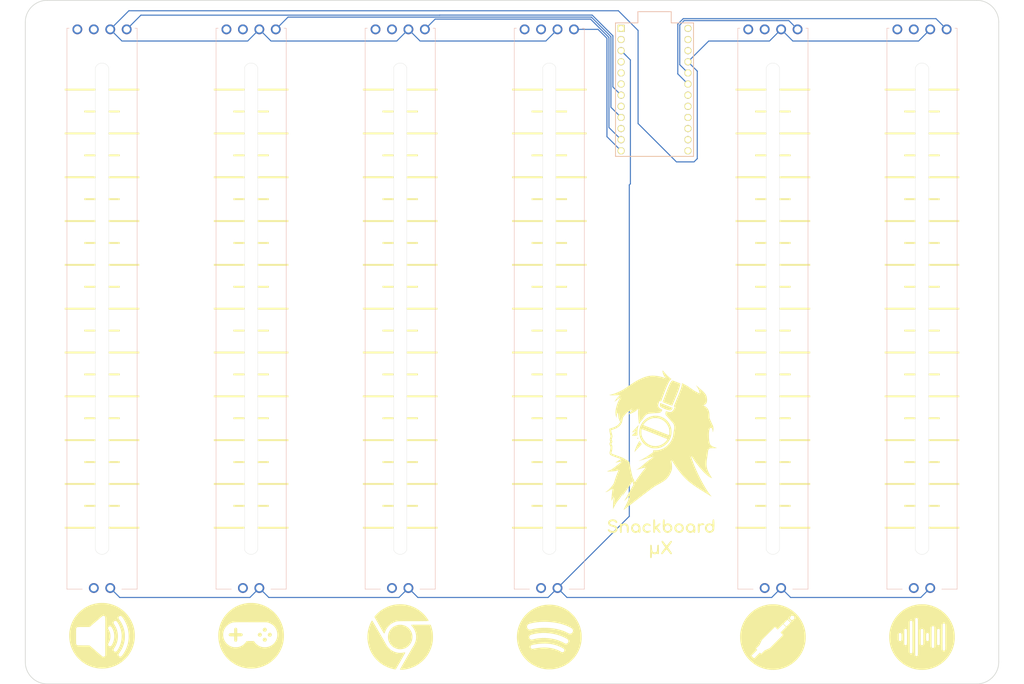
<source format=kicad_pcb>
(kicad_pcb (version 20171130) (host pcbnew "(5.1.6)-1")

  (general
    (thickness 1.6)
    (drawings 32)
    (tracks 76)
    (zones 0)
    (modules 26)
    (nets 43)
  )

  (page A3)
  (layers
    (0 F.Cu signal)
    (31 B.Cu signal)
    (32 B.Adhes user)
    (33 F.Adhes user)
    (34 B.Paste user)
    (35 F.Paste user)
    (36 B.SilkS user)
    (37 F.SilkS user)
    (38 B.Mask user)
    (39 F.Mask user)
    (40 Dwgs.User user)
    (41 Cmts.User user)
    (42 Eco1.User user)
    (43 Eco2.User user)
    (44 Edge.Cuts user)
    (45 Margin user)
    (46 B.CrtYd user)
    (47 F.CrtYd user)
    (48 B.Fab user)
    (49 F.Fab user)
  )

  (setup
    (last_trace_width 0.25)
    (trace_clearance 0.2)
    (zone_clearance 0.508)
    (zone_45_only no)
    (trace_min 0.2)
    (via_size 0.8)
    (via_drill 0.4)
    (via_min_size 0.4)
    (via_min_drill 0.3)
    (uvia_size 0.3)
    (uvia_drill 0.1)
    (uvias_allowed no)
    (uvia_min_size 0.2)
    (uvia_min_drill 0.1)
    (edge_width 0.05)
    (segment_width 0.2)
    (pcb_text_width 0.3)
    (pcb_text_size 1.5 1.5)
    (mod_edge_width 0.12)
    (mod_text_size 1 1)
    (mod_text_width 0.15)
    (pad_size 1.524 1.524)
    (pad_drill 0.762)
    (pad_to_mask_clearance 0.05)
    (aux_axis_origin 0 0)
    (grid_origin 76.515 155.39)
    (visible_elements 7FFFFFFF)
    (pcbplotparams
      (layerselection 0x010f0_ffffffff)
      (usegerberextensions false)
      (usegerberattributes true)
      (usegerberadvancedattributes true)
      (creategerberjobfile true)
      (excludeedgelayer true)
      (linewidth 0.100000)
      (plotframeref false)
      (viasonmask false)
      (mode 1)
      (useauxorigin false)
      (hpglpennumber 1)
      (hpglpenspeed 20)
      (hpglpendiameter 15.000000)
      (psnegative false)
      (psa4output false)
      (plotreference false)
      (plotvalue false)
      (plotinvisibletext false)
      (padsonsilk false)
      (subtractmaskfromsilk false)
      (outputformat 1)
      (mirror false)
      (drillshape 0)
      (scaleselection 1)
      (outputdirectory "gerber/pro_micro_version/"))
  )

  (net 0 "")
  (net 1 5V)
  (net 2 A0)
  (net 3 GND)
  (net 4 "Net-(VR1-PadB1)")
  (net 5 "Net-(VR1-PadB2)")
  (net 6 "Net-(VR1-PadB3)")
  (net 7 A1)
  (net 8 "Net-(VR2-PadB1)")
  (net 9 "Net-(VR2-PadB2)")
  (net 10 "Net-(VR2-PadB3)")
  (net 11 A2)
  (net 12 "Net-(VR3-PadB1)")
  (net 13 "Net-(VR3-PadB2)")
  (net 14 "Net-(VR3-PadB3)")
  (net 15 "Net-(VR4-PadB3)")
  (net 16 "Net-(VR4-PadB2)")
  (net 17 "Net-(VR4-PadB1)")
  (net 18 A3)
  (net 19 "Net-(VR5-PadB3)")
  (net 20 "Net-(VR5-PadB2)")
  (net 21 "Net-(VR5-PadB1)")
  (net 22 A4)
  (net 23 "Net-(VR6-PadB3)")
  (net 24 "Net-(VR6-PadB2)")
  (net 25 "Net-(VR6-PadB1)")
  (net 26 A5)
  (net 27 "Net-(U1-Pad1)")
  (net 28 "Net-(U1-Pad2)")
  (net 29 "Net-(U1-Pad4)")
  (net 30 "Net-(U1-Pad5)")
  (net 31 "Net-(U1-Pad6)")
  (net 32 "Net-(U1-Pad8)")
  (net 33 "Net-(U1-Pad10)")
  (net 34 "Net-(U1-Pad13)")
  (net 35 "Net-(U1-Pad14)")
  (net 36 "Net-(U1-Pad15)")
  (net 37 "Net-(U1-Pad16)")
  (net 38 "Net-(U1-Pad22)")
  (net 39 "Net-(U1-Pad23)")
  (net 40 "Net-(U1-Pad24)")
  (net 41 "Net-(U1-Pad17)")
  (net 42 "Net-(U1-Pad18)")

  (net_class Default "This is the default net class."
    (clearance 0.2)
    (trace_width 0.25)
    (via_dia 0.8)
    (via_drill 0.4)
    (uvia_dia 0.3)
    (uvia_drill 0.1)
    (add_net 5V)
    (add_net A0)
    (add_net A1)
    (add_net A2)
    (add_net A3)
    (add_net A4)
    (add_net A5)
    (add_net GND)
    (add_net "Net-(U1-Pad1)")
    (add_net "Net-(U1-Pad10)")
    (add_net "Net-(U1-Pad13)")
    (add_net "Net-(U1-Pad14)")
    (add_net "Net-(U1-Pad15)")
    (add_net "Net-(U1-Pad16)")
    (add_net "Net-(U1-Pad17)")
    (add_net "Net-(U1-Pad18)")
    (add_net "Net-(U1-Pad2)")
    (add_net "Net-(U1-Pad22)")
    (add_net "Net-(U1-Pad23)")
    (add_net "Net-(U1-Pad24)")
    (add_net "Net-(U1-Pad4)")
    (add_net "Net-(U1-Pad5)")
    (add_net "Net-(U1-Pad6)")
    (add_net "Net-(U1-Pad8)")
    (add_net "Net-(VR1-PadB1)")
    (add_net "Net-(VR1-PadB2)")
    (add_net "Net-(VR1-PadB3)")
    (add_net "Net-(VR2-PadB1)")
    (add_net "Net-(VR2-PadB2)")
    (add_net "Net-(VR2-PadB3)")
    (add_net "Net-(VR3-PadB1)")
    (add_net "Net-(VR3-PadB2)")
    (add_net "Net-(VR3-PadB3)")
    (add_net "Net-(VR4-PadB1)")
    (add_net "Net-(VR4-PadB2)")
    (add_net "Net-(VR4-PadB3)")
    (add_net "Net-(VR5-PadB1)")
    (add_net "Net-(VR5-PadB2)")
    (add_net "Net-(VR5-PadB3)")
    (add_net "Net-(VR6-PadB1)")
    (add_net "Net-(VR6-PadB2)")
    (add_net "Net-(VR6-PadB3)")
  )

  (module Arduino:ProMicro (layer F.Cu) (tedit 5A06A962) (tstamp 5F0483EE)
    (at 204.015 50.39 270)
    (descr "Pro Micro footprint")
    (tags "promicro ProMicro")
    (path /5F04A304)
    (fp_text reference U1 (at 0 -10.16 90) (layer F.SilkS) hide
      (effects (font (size 1 1) (thickness 0.15)))
    )
    (fp_text value ProMicro (at 0 10.16 90) (layer F.Fab)
      (effects (font (size 1 1) (thickness 0.15)))
    )
    (fp_line (start 15.24 -8.89) (end 15.24 8.89) (layer B.SilkS) (width 0.15))
    (fp_line (start 15.24 8.89) (end -15.24 8.89) (layer B.SilkS) (width 0.15))
    (fp_line (start -15.24 8.89) (end -15.24 3.81) (layer B.SilkS) (width 0.15))
    (fp_line (start -15.24 3.81) (end -17.78 3.81) (layer B.SilkS) (width 0.15))
    (fp_line (start -17.78 3.81) (end -17.78 -3.81) (layer B.SilkS) (width 0.15))
    (fp_line (start -17.78 -3.81) (end -15.24 -3.81) (layer B.SilkS) (width 0.15))
    (fp_line (start -15.24 -3.81) (end -15.24 -8.89) (layer B.SilkS) (width 0.15))
    (fp_line (start -15.24 -8.89) (end 15.24 -8.89) (layer B.SilkS) (width 0.15))
    (fp_line (start -15.24 8.89) (end 15.24 8.89) (layer F.SilkS) (width 0.15))
    (fp_line (start -15.24 8.89) (end -15.24 3.81) (layer F.SilkS) (width 0.15))
    (fp_line (start -15.24 3.81) (end -17.78 3.81) (layer F.SilkS) (width 0.15))
    (fp_line (start -17.78 3.81) (end -17.78 -3.81) (layer F.SilkS) (width 0.15))
    (fp_line (start -17.78 -3.81) (end -15.24 -3.81) (layer F.SilkS) (width 0.15))
    (fp_line (start -15.24 -3.81) (end -15.24 -8.89) (layer F.SilkS) (width 0.15))
    (fp_line (start -15.24 -8.89) (end 15.24 -8.89) (layer F.SilkS) (width 0.15))
    (fp_line (start 15.24 -8.89) (end 15.24 8.89) (layer F.SilkS) (width 0.15))
    (pad 1 thru_hole rect (at -13.97 7.62 270) (size 1.6 1.6) (drill 1.1) (layers *.Cu *.Mask F.SilkS)
      (net 27 "Net-(U1-Pad1)"))
    (pad 2 thru_hole circle (at -11.43 7.62 270) (size 1.6 1.6) (drill 1.1) (layers *.Cu *.Mask F.SilkS)
      (net 28 "Net-(U1-Pad2)"))
    (pad 3 thru_hole circle (at -8.89 7.62 270) (size 1.6 1.6) (drill 1.1) (layers *.Cu *.Mask F.SilkS)
      (net 3 GND))
    (pad 4 thru_hole circle (at -6.35 7.62 270) (size 1.6 1.6) (drill 1.1) (layers *.Cu *.Mask F.SilkS)
      (net 29 "Net-(U1-Pad4)"))
    (pad 5 thru_hole circle (at -3.81 7.62 270) (size 1.6 1.6) (drill 1.1) (layers *.Cu *.Mask F.SilkS)
      (net 30 "Net-(U1-Pad5)"))
    (pad 6 thru_hole circle (at -1.27 7.62 270) (size 1.6 1.6) (drill 1.1) (layers *.Cu *.Mask F.SilkS)
      (net 31 "Net-(U1-Pad6)"))
    (pad 7 thru_hole circle (at 1.27 7.62 270) (size 1.6 1.6) (drill 1.1) (layers *.Cu *.Mask F.SilkS)
      (net 26 A5))
    (pad 8 thru_hole circle (at 3.81 7.62 270) (size 1.6 1.6) (drill 1.1) (layers *.Cu *.Mask F.SilkS)
      (net 32 "Net-(U1-Pad8)"))
    (pad 9 thru_hole circle (at 6.35 7.62 270) (size 1.6 1.6) (drill 1.1) (layers *.Cu *.Mask F.SilkS)
      (net 22 A4))
    (pad 10 thru_hole circle (at 8.89 7.62 270) (size 1.6 1.6) (drill 1.1) (layers *.Cu *.Mask F.SilkS)
      (net 33 "Net-(U1-Pad10)"))
    (pad 11 thru_hole circle (at 11.43 7.62 270) (size 1.6 1.6) (drill 1.1) (layers *.Cu *.Mask F.SilkS)
      (net 18 A3))
    (pad 12 thru_hole circle (at 13.97 7.62 270) (size 1.6 1.6) (drill 1.1) (layers *.Cu *.Mask F.SilkS)
      (net 11 A2))
    (pad 13 thru_hole circle (at 13.97 -7.62 270) (size 1.6 1.6) (drill 1.1) (layers *.Cu *.Mask F.SilkS)
      (net 34 "Net-(U1-Pad13)"))
    (pad 14 thru_hole circle (at 11.43 -7.62 270) (size 1.6 1.6) (drill 1.1) (layers *.Cu *.Mask F.SilkS)
      (net 35 "Net-(U1-Pad14)"))
    (pad 15 thru_hole circle (at 8.89 -7.62 270) (size 1.6 1.6) (drill 1.1) (layers *.Cu *.Mask F.SilkS)
      (net 36 "Net-(U1-Pad15)"))
    (pad 16 thru_hole circle (at 6.35 -7.62 270) (size 1.6 1.6) (drill 1.1) (layers *.Cu *.Mask F.SilkS)
      (net 37 "Net-(U1-Pad16)"))
    (pad 17 thru_hole circle (at 3.81 -7.62 270) (size 1.6 1.6) (drill 1.1) (layers *.Cu *.Mask F.SilkS)
      (net 41 "Net-(U1-Pad17)"))
    (pad 18 thru_hole circle (at 1.27 -7.62 270) (size 1.6 1.6) (drill 1.1) (layers *.Cu *.Mask F.SilkS)
      (net 42 "Net-(U1-Pad18)"))
    (pad 19 thru_hole circle (at -1.27 -7.62 270) (size 1.6 1.6) (drill 1.1) (layers *.Cu *.Mask F.SilkS)
      (net 2 A0))
    (pad 20 thru_hole circle (at -3.81 -7.62 270) (size 1.6 1.6) (drill 1.1) (layers *.Cu *.Mask F.SilkS)
      (net 7 A1))
    (pad 21 thru_hole circle (at -6.35 -7.62 270) (size 1.6 1.6) (drill 1.1) (layers *.Cu *.Mask F.SilkS)
      (net 1 5V))
    (pad 22 thru_hole circle (at -8.89 -7.62 270) (size 1.6 1.6) (drill 1.1) (layers *.Cu *.Mask F.SilkS)
      (net 38 "Net-(U1-Pad22)"))
    (pad 23 thru_hole circle (at -11.43 -7.62 270) (size 1.6 1.6) (drill 1.1) (layers *.Cu *.Mask F.SilkS)
      (net 39 "Net-(U1-Pad23)"))
    (pad 24 thru_hole circle (at -13.97 -7.62 270) (size 1.6 1.6) (drill 1.1) (layers *.Cu *.Mask F.SilkS)
      (net 40 "Net-(U1-Pad24)"))
  )

  (module img:snackboard_text_linebreak (layer F.Cu) (tedit 0) (tstamp 5ECA23CB)
    (at 205.463695 152.89)
    (fp_text reference G*** (at 0 0) (layer F.SilkS) hide
      (effects (font (size 1.524 1.524) (thickness 0.3)))
    )
    (fp_text value LOGO (at 0.75 0) (layer F.SilkS) hide
      (effects (font (size 1.524 1.524) (thickness 0.3)))
    )
    (fp_poly (pts (xy 12.082219 -4.400968) (xy 12.128081 -4.313791) (xy 12.162991 -4.111193) (xy 12.186928 -3.822486)
      (xy 12.199866 -3.47698) (xy 12.201783 -3.103985) (xy 12.192654 -2.732813) (xy 12.172457 -2.392773)
      (xy 12.141167 -2.113177) (xy 12.098762 -1.923334) (xy 12.084238 -1.888975) (xy 11.871451 -1.623163)
      (xy 11.571116 -1.434311) (xy 11.225944 -1.337377) (xy 10.878642 -1.347317) (xy 10.700688 -1.404439)
      (xy 10.385126 -1.61851) (xy 10.169738 -1.910323) (xy 10.059173 -2.249429) (xy 10.058587 -2.440499)
      (xy 10.474087 -2.440499) (xy 10.523583 -2.154828) (xy 10.662507 -1.92899) (xy 10.898173 -1.774214)
      (xy 11.173469 -1.736603) (xy 11.441725 -1.816623) (xy 11.578442 -1.919845) (xy 11.724859 -2.159038)
      (xy 11.768534 -2.445949) (xy 11.710173 -2.728642) (xy 11.564546 -2.942608) (xy 11.30718 -3.09299)
      (xy 11.025112 -3.109591) (xy 10.750182 -2.992308) (xy 10.69019 -2.945427) (xy 10.53006 -2.720088)
      (xy 10.474087 -2.440499) (xy 10.058587 -2.440499) (xy 10.05808 -2.605378) (xy 10.171106 -2.947721)
      (xy 10.402901 -3.246009) (xy 10.417537 -3.259085) (xy 10.734953 -3.452937) (xy 11.081193 -3.505217)
      (xy 11.450874 -3.41541) (xy 11.551651 -3.367956) (xy 11.756571 -3.261987) (xy 11.756571 -3.762965)
      (xy 11.778826 -4.114007) (xy 11.847033 -4.330911) (xy 11.963358 -4.417919) (xy 12.082219 -4.400968)) (layer F.SilkS) (width 0.01))
    (fp_poly (pts (xy 9.659856 -3.510067) (xy 9.80065 -3.422611) (xy 9.913288 -3.290273) (xy 9.888489 -3.192736)
      (xy 9.730848 -3.134922) (xy 9.518722 -3.120572) (xy 9.267275 -3.095922) (xy 9.060116 -3.033265)
      (xy 9.015005 -3.0076) (xy 8.940754 -2.943988) (xy 8.893527 -2.858184) (xy 8.867297 -2.719093)
      (xy 8.856037 -2.495624) (xy 8.853714 -2.175581) (xy 8.850171 -1.837701) (xy 8.836511 -1.616787)
      (xy 8.80819 -1.484771) (xy 8.760663 -1.413583) (xy 8.726714 -1.391217) (xy 8.576864 -1.3512)
      (xy 8.509 -1.358426) (xy 8.46991 -1.41648) (xy 8.442737 -1.568103) (xy 8.426168 -1.828416)
      (xy 8.41889 -2.212543) (xy 8.418286 -2.403183) (xy 8.420392 -2.812355) (xy 8.428391 -3.098943)
      (xy 8.444806 -3.285468) (xy 8.472159 -3.394449) (xy 8.512973 -3.448408) (xy 8.536756 -3.460874)
      (xy 8.691728 -3.462614) (xy 8.786454 -3.424383) (xy 8.924497 -3.382017) (xy 9.095981 -3.435769)
      (xy 9.121555 -3.448768) (xy 9.410164 -3.546246) (xy 9.659856 -3.510067)) (layer F.SilkS) (width 0.01))
    (fp_poly (pts (xy 7.13775 -3.441288) (xy 7.438602 -3.287633) (xy 7.670031 -3.038379) (xy 7.721131 -2.945175)
      (xy 7.781733 -2.748414) (xy 7.822213 -2.480188) (xy 7.842431 -2.177143) (xy 7.842248 -1.875927)
      (xy 7.821523 -1.613186) (xy 7.780116 -1.425566) (xy 7.727211 -1.351982) (xy 7.595829 -1.365461)
      (xy 7.491354 -1.435589) (xy 7.399799 -1.512382) (xy 7.308665 -1.519596) (xy 7.160491 -1.456979)
      (xy 7.114798 -1.433943) (xy 6.83349 -1.33092) (xy 6.555603 -1.33161) (xy 6.425596 -1.359223)
      (xy 6.130855 -1.500219) (xy 5.894811 -1.763991) (xy 5.800699 -1.933505) (xy 5.688216 -2.317593)
      (xy 5.697142 -2.440499) (xy 6.119801 -2.440499) (xy 6.169298 -2.154828) (xy 6.308222 -1.92899)
      (xy 6.543887 -1.774214) (xy 6.819183 -1.736603) (xy 7.087439 -1.816623) (xy 7.224156 -1.919845)
      (xy 7.370573 -2.159038) (xy 7.414249 -2.445949) (xy 7.355887 -2.728642) (xy 7.21026 -2.942608)
      (xy 6.952894 -3.09299) (xy 6.670827 -3.109591) (xy 6.395897 -2.992308) (xy 6.335904 -2.945427)
      (xy 6.175774 -2.720088) (xy 6.119801 -2.440499) (xy 5.697142 -2.440499) (xy 5.715864 -2.698288)
      (xy 5.881925 -3.053065) (xy 5.886544 -3.059598) (xy 6.14187 -3.308499) (xy 6.457061 -3.453737)
      (xy 6.799795 -3.497328) (xy 7.13775 -3.441288)) (layer F.SilkS) (width 0.01))
    (fp_poly (pts (xy 4.532774 -3.438667) (xy 4.857201 -3.262586) (xy 5.08658 -2.9846) (xy 5.208305 -2.617379)
      (xy 5.224872 -2.39599) (xy 5.161278 -2.016208) (xy 4.987385 -1.705258) (xy 4.727506 -1.477699)
      (xy 4.405956 -1.348091) (xy 4.047049 -1.330994) (xy 3.6751 -1.440966) (xy 3.6504 -1.45319)
      (xy 3.365403 -1.670845) (xy 3.169595 -1.968072) (xy 3.072053 -2.309251) (xy 3.077402 -2.500056)
      (xy 3.507629 -2.500056) (xy 3.528245 -2.20876) (xy 3.653959 -1.973114) (xy 3.854312 -1.809125)
      (xy 4.098846 -1.732804) (xy 4.357102 -1.760158) (xy 4.59862 -1.907196) (xy 4.611584 -1.919845)
      (xy 4.735132 -2.088371) (xy 4.785154 -2.30159) (xy 4.789714 -2.431143) (xy 4.735316 -2.734734)
      (xy 4.591678 -2.953043) (xy 4.388132 -3.084492) (xy 4.154013 -3.127505) (xy 3.918654 -3.080506)
      (xy 3.711388 -2.941917) (xy 3.561549 -2.710163) (xy 3.507629 -2.500056) (xy 3.077402 -2.500056)
      (xy 3.081852 -2.658764) (xy 3.20807 -2.98099) (xy 3.246741 -3.037233) (xy 3.501032 -3.308611)
      (xy 3.78201 -3.45604) (xy 4.125909 -3.500176) (xy 4.532774 -3.438667)) (layer F.SilkS) (width 0.01))
    (fp_poly (pts (xy 0.761076 -4.400968) (xy 0.81866 -4.34505) (xy 0.852929 -4.213936) (xy 0.868526 -3.981099)
      (xy 0.870857 -3.77382) (xy 0.870857 -3.188798) (xy 1.083497 -3.34601) (xy 1.37376 -3.477796)
      (xy 1.585991 -3.503221) (xy 1.942574 -3.442499) (xy 2.229102 -3.27758) (xy 2.439937 -3.034331)
      (xy 2.569437 -2.738622) (xy 2.611962 -2.416323) (xy 2.561872 -2.093301) (xy 2.413527 -1.795425)
      (xy 2.161286 -1.548565) (xy 2.029396 -1.469572) (xy 1.702251 -1.339993) (xy 1.41495 -1.321782)
      (xy 1.124857 -1.408731) (xy 0.813119 -1.618967) (xy 0.576313 -1.919201) (xy 0.512834 -2.054868)
      (xy 0.484231 -2.201692) (xy 0.46934 -2.36305) (xy 0.872187 -2.36305) (xy 0.977646 -2.076112)
      (xy 1.058737 -1.964997) (xy 1.292515 -1.786499) (xy 1.564641 -1.730809) (xy 1.83529 -1.79984)
      (xy 1.999013 -1.919845) (xy 2.125314 -2.094734) (xy 2.174058 -2.31767) (xy 2.177143 -2.421393)
      (xy 2.158744 -2.649933) (xy 2.082976 -2.806429) (xy 1.953861 -2.932692) (xy 1.680861 -3.091642)
      (xy 1.414162 -3.105998) (xy 1.157622 -2.975867) (xy 1.082989 -2.90844) (xy 0.907453 -2.646386)
      (xy 0.872187 -2.36305) (xy 0.46934 -2.36305) (xy 0.4604 -2.459907) (xy 0.443504 -2.795785)
      (xy 0.435708 -3.175598) (xy 0.435429 -3.261553) (xy 0.438548 -3.683218) (xy 0.449353 -3.981787)
      (xy 0.470013 -4.179202) (xy 0.502695 -4.297403) (xy 0.543362 -4.353519) (xy 0.68581 -4.409542)
      (xy 0.761076 -4.400968)) (layer F.SilkS) (width 0.01))
    (fp_poly (pts (xy -1.406198 -4.350961) (xy -1.346258 -4.178975) (xy -1.3147 -3.890136) (xy -1.306286 -3.510829)
      (xy -1.302274 -3.200001) (xy -1.291435 -2.95158) (xy -1.275557 -2.795724) (xy -1.261557 -2.757715)
      (xy -1.191114 -2.803695) (xy -1.043498 -2.925878) (xy -0.846885 -3.100629) (xy -0.785706 -3.156857)
      (xy -0.578171 -3.342622) (xy -0.408977 -3.482328) (xy -0.307359 -3.552192) (xy -0.295035 -3.556)
      (xy -0.205117 -3.506378) (xy -0.139062 -3.439816) (xy -0.102622 -3.367888) (xy -0.12625 -3.282025)
      (xy -0.225861 -3.155999) (xy -0.417368 -2.963579) (xy -0.442964 -2.938928) (xy -0.84329 -2.554225)
      (xy -0.461795 -2.093541) (xy -0.236405 -1.803565) (xy -0.11344 -1.595912) (xy -0.08764 -1.455591)
      (xy -0.153744 -1.367609) (xy -0.199399 -1.345718) (xy -0.305511 -1.351145) (xy -0.448018 -1.445321)
      (xy -0.639108 -1.639199) (xy -0.890967 -1.943738) (xy -0.953307 -2.023535) (xy -1.109037 -2.18441)
      (xy -1.219767 -2.207297) (xy -1.285503 -2.092194) (xy -1.306286 -1.851473) (xy -1.335235 -1.598601)
      (xy -1.412536 -1.428664) (xy -1.420326 -1.420327) (xy -1.515084 -1.332765) (xy -1.547326 -1.312015)
      (xy -1.615242 -1.339882) (xy -1.651 -1.354349) (xy -1.683616 -1.405269) (xy -1.708092 -1.537531)
      (xy -1.725262 -1.765135) (xy -1.735963 -2.102078) (xy -1.741028 -2.562361) (xy -1.741714 -2.874897)
      (xy -1.740313 -3.384933) (xy -1.735247 -3.767854) (xy -1.725219 -4.041668) (xy -1.708934 -4.224385)
      (xy -1.685098 -4.334013) (xy -1.652414 -4.388561) (xy -1.631933 -4.400968) (xy -1.499698 -4.420243)
      (xy -1.406198 -4.350961)) (layer F.SilkS) (width 0.01))
    (fp_poly (pts (xy -2.892694 -3.468557) (xy -2.630639 -3.375702) (xy -2.430539 -3.242909) (xy -2.3338 -3.090452)
      (xy -2.333525 -3.089053) (xy -2.351642 -2.943002) (xy -2.463096 -2.889019) (xy -2.643855 -2.933788)
      (xy -2.727853 -2.979399) (xy -3.023242 -3.10429) (xy -3.28838 -3.089371) (xy -3.53558 -2.933596)
      (xy -3.561582 -2.90844) (xy -3.737119 -2.646386) (xy -3.772384 -2.36305) (xy -3.666926 -2.076112)
      (xy -3.585835 -1.964997) (xy -3.375578 -1.794092) (xy -3.118413 -1.740315) (xy -2.792661 -1.800301)
      (xy -2.708485 -1.828848) (xy -2.490712 -1.873195) (xy -2.366853 -1.833201) (xy -2.337993 -1.7361)
      (xy -2.405221 -1.609127) (xy -2.569621 -1.479517) (xy -2.692212 -1.420782) (xy -2.991273 -1.327038)
      (xy -3.243191 -1.32393) (xy -3.515936 -1.414167) (xy -3.606743 -1.457247) (xy -3.901143 -1.670753)
      (xy -4.090202 -1.94834) (xy -4.179462 -2.263748) (xy -4.174466 -2.590719) (xy -4.080758 -2.902992)
      (xy -3.903879 -3.174309) (xy -3.649374 -3.37841) (xy -3.322785 -3.489036) (xy -3.175298 -3.501202)
      (xy -2.892694 -3.468557)) (layer F.SilkS) (width 0.01))
    (fp_poly (pts (xy -5.436999 -3.472588) (xy -5.183365 -3.372391) (xy -5.162951 -3.35813) (xy -4.921728 -3.145081)
      (xy -4.765074 -2.909134) (xy -4.678078 -2.614176) (xy -4.645829 -2.224095) (xy -4.644571 -2.102726)
      (xy -4.65091 -1.771707) (xy -4.673032 -1.556341) (xy -4.715598 -1.427563) (xy -4.761746 -1.371954)
      (xy -4.864355 -1.316818) (xy -4.957219 -1.371596) (xy -4.997603 -1.417539) (xy -5.082974 -1.505556)
      (xy -5.167879 -1.520293) (xy -5.30824 -1.464137) (xy -5.370286 -1.43344) (xy -5.700625 -1.322808)
      (xy -6.019591 -1.342414) (xy -6.212386 -1.410018) (xy -6.504686 -1.611676) (xy -6.696922 -1.912284)
      (xy -6.781825 -2.29919) (xy -6.783945 -2.36305) (xy -6.384956 -2.36305) (xy -6.279497 -2.076112)
      (xy -6.198406 -1.964997) (xy -5.964628 -1.786499) (xy -5.692502 -1.730809) (xy -5.421853 -1.79984)
      (xy -5.25813 -1.919845) (xy -5.105359 -2.165978) (xy -5.073278 -2.450425) (xy -5.160502 -2.73298)
      (xy -5.292132 -2.90844) (xy -5.54618 -3.084832) (xy -5.805831 -3.116699) (xy -6.063309 -3.004042)
      (xy -6.174154 -2.90844) (xy -6.34969 -2.646386) (xy -6.384956 -2.36305) (xy -6.783945 -2.36305)
      (xy -6.785428 -2.407679) (xy -6.745159 -2.772008) (xy -6.609468 -3.06031) (xy -6.356037 -3.316285)
      (xy -6.29885 -3.360318) (xy -6.056658 -3.466671) (xy -5.748735 -3.504055) (xy -5.436999 -3.472588)) (layer F.SilkS) (width 0.01))
    (fp_poly (pts (xy -7.926725 -3.466301) (xy -7.637545 -3.297264) (xy -7.434862 -3.040827) (xy -7.37903 -2.859084)
      (xy -7.342636 -2.593484) (xy -7.325594 -2.283009) (xy -7.327816 -1.966643) (xy -7.349216 -1.683371)
      (xy -7.389707 -1.472176) (xy -7.438571 -1.378858) (xy -7.554725 -1.325098) (xy -7.656286 -1.378858)
      (xy -7.712995 -1.467762) (xy -7.747347 -1.636602) (xy -7.763076 -1.910697) (xy -7.765143 -2.116756)
      (xy -7.768651 -2.433126) (xy -7.784467 -2.641198) (xy -7.820524 -2.777752) (xy -7.884757 -2.879568)
      (xy -7.943273 -2.942442) (xy -8.183072 -3.093097) (xy -8.444264 -3.109714) (xy -8.692564 -2.99229)
      (xy -8.748156 -2.942442) (xy -8.832074 -2.846831) (xy -8.884575 -2.740626) (xy -8.912923 -2.588617)
      (xy -8.924387 -2.355594) (xy -8.926286 -2.079349) (xy -8.930644 -1.747196) (xy -8.946501 -1.533508)
      (xy -8.978027 -1.411791) (xy -9.029395 -1.355553) (xy -9.041078 -1.350336) (xy -9.152974 -1.312392)
      (xy -9.216904 -1.336826) (xy -9.274628 -1.393372) (xy -9.316508 -1.507268) (xy -9.344585 -1.754109)
      (xy -9.359225 -2.138332) (xy -9.361714 -2.447935) (xy -9.359447 -2.846995) (xy -9.35085 -3.123988)
      (xy -9.333229 -3.301943) (xy -9.303891 -3.403888) (xy -9.260142 -3.452855) (xy -9.243244 -3.460874)
      (xy -9.088314 -3.462597) (xy -8.993387 -3.424283) (xy -8.861321 -3.382502) (xy -8.684276 -3.418992)
      (xy -8.596339 -3.45323) (xy -8.258838 -3.522734) (xy -7.926725 -3.466301)) (layer F.SilkS) (width 0.01))
    (fp_poly (pts (xy -10.784742 -4.419996) (xy -10.451928 -4.332792) (xy -10.286579 -4.243407) (xy -10.084718 -4.060779)
      (xy -9.967989 -3.861031) (xy -9.954985 -3.680728) (xy -9.976022 -3.632696) (xy -10.087327 -3.558798)
      (xy -10.22827 -3.605619) (xy -10.344544 -3.731999) (xy -10.541548 -3.914174) (xy -10.809552 -4.013726)
      (xy -11.100516 -4.026334) (xy -11.366402 -3.947678) (xy -11.511064 -3.836902) (xy -11.596291 -3.691039)
      (xy -11.574927 -3.517443) (xy -11.568785 -3.499374) (xy -11.522152 -3.401649) (xy -11.443627 -3.323439)
      (xy -11.308251 -3.253013) (xy -11.091064 -3.17864) (xy -10.767105 -3.088588) (xy -10.604702 -3.046238)
      (xy -10.254713 -2.896243) (xy -10.017394 -2.65841) (xy -9.901218 -2.358607) (xy -9.903978 -2.035234)
      (xy -10.025665 -1.757167) (xy -10.243915 -1.536496) (xy -10.536366 -1.385309) (xy -10.880653 -1.315696)
      (xy -11.254412 -1.339748) (xy -11.587628 -1.446942) (xy -11.830888 -1.594894) (xy -12.010083 -1.775342)
      (xy -12.099172 -1.95632) (xy -12.0934 -2.067726) (xy -11.995128 -2.157945) (xy -11.849142 -2.168825)
      (xy -11.729 -2.100771) (xy -11.709214 -2.065602) (xy -11.588515 -1.926274) (xy -11.369805 -1.814074)
      (xy -11.100071 -1.749636) (xy -10.971676 -1.741715) (xy -10.712775 -1.785614) (xy -10.489606 -1.899579)
      (xy -10.342102 -2.057008) (xy -10.305143 -2.185709) (xy -10.370226 -2.371527) (xy -10.539197 -2.546684)
      (xy -10.772642 -2.677493) (xy -10.932035 -2.721477) (xy -11.36991 -2.837415) (xy -11.705677 -3.018008)
      (xy -11.929854 -3.251382) (xy -12.032959 -3.525664) (xy -12.005511 -3.828978) (xy -11.941197 -3.985247)
      (xy -11.754605 -4.199564) (xy -11.474232 -4.34743) (xy -11.138227 -4.422891) (xy -10.784742 -4.419996)) (layer F.SilkS) (width 0.01))
    (fp_poly (pts (xy 0.454282 0.538852) (xy 0.594807 0.684809) (xy 0.784041 0.929516) (xy 0.939863 1.147677)
      (xy 1.098685 1.360831) (xy 1.230841 1.51413) (xy 1.311914 1.579785) (xy 1.319748 1.579989)
      (xy 1.388466 1.516751) (xy 1.521593 1.364126) (xy 1.696401 1.148803) (xy 1.800401 1.015499)
      (xy 2.030854 0.729415) (xy 2.200468 0.556424) (xy 2.325416 0.486591) (xy 2.421872 0.509985)
      (xy 2.49086 0.591463) (xy 2.508432 0.668763) (xy 2.471356 0.784489) (xy 2.368327 0.959983)
      (xy 2.188041 1.216591) (xy 2.088646 1.3509) (xy 1.610897 1.990588) (xy 1.901856 2.392294)
      (xy 2.154521 2.743446) (xy 2.331011 2.997396) (xy 2.441695 3.173459) (xy 2.496944 3.290951)
      (xy 2.507125 3.369189) (xy 2.482608 3.427488) (xy 2.46785 3.446635) (xy 2.378089 3.527339)
      (xy 2.284329 3.535355) (xy 2.16867 3.458338) (xy 2.013215 3.283945) (xy 1.800065 2.999831)
      (xy 1.780341 2.972488) (xy 1.596624 2.727846) (xy 1.439725 2.538267) (xy 1.33065 2.428096)
      (xy 1.295461 2.41056) (xy 1.225367 2.474185) (xy 1.091077 2.62694) (xy 0.915639 2.841965)
      (xy 0.814927 2.970602) (xy 0.600793 3.242396) (xy 0.450086 3.41425) (xy 0.341277 3.503907)
      (xy 0.252837 3.529109) (xy 0.163286 3.507619) (xy 0.083266 3.427332) (xy 0.101236 3.281126)
      (xy 0.22081 3.057604) (xy 0.375965 2.83688) (xy 0.559086 2.592057) (xy 0.732955 2.359719)
      (xy 0.845244 2.209771) (xy 1.01113 1.988399) (xy 0.578136 1.381454) (xy 0.348369 1.044869)
      (xy 0.209336 0.801277) (xy 0.155456 0.635093) (xy 0.181146 0.530732) (xy 0.255646 0.481124)
      (xy 0.346537 0.476129) (xy 0.454282 0.538852)) (layer F.SilkS) (width 0.01))
    (fp_poly (pts (xy -2.165903 1.42085) (xy -2.111169 1.455922) (xy -2.077138 1.547285) (xy -2.055434 1.721864)
      (xy -2.037682 2.006585) (xy -2.032 2.115099) (xy -1.999472 2.521965) (xy -1.942706 2.804945)
      (xy -1.848939 2.984841) (xy -1.705409 3.082456) (xy -1.499353 3.118592) (xy -1.415143 3.120571)
      (xy -1.199394 3.104623) (xy -1.048825 3.042234) (xy -0.951007 2.911584) (xy -0.893509 2.690853)
      (xy -0.863901 2.358223) (xy -0.85553 2.138253) (xy -0.844749 1.80966) (xy -0.830454 1.599626)
      (xy -0.805218 1.481623) (xy -0.761617 1.42912) (xy -0.692225 1.415587) (xy -0.653143 1.415142)
      (xy -0.471714 1.415142) (xy -0.451631 2.440776) (xy -0.445407 2.850544) (xy -0.446905 3.13801)
      (xy -0.458271 3.325907) (xy -0.481652 3.436968) (xy -0.519193 3.493928) (xy -0.55284 3.512955)
      (xy -0.700155 3.50678) (xy -0.790638 3.454432) (xy -0.898193 3.386958) (xy -1.007125 3.424028)
      (xy -1.048013 3.452682) (xy -1.282125 3.54349) (xy -1.556362 3.534507) (xy -1.808879 3.429232)
      (xy -1.837681 3.408031) (xy -2.025793 3.260062) (xy -2.047039 3.825316) (xy -2.060994 4.110453)
      (xy -2.082867 4.281551) (xy -2.122427 4.369702) (xy -2.18944 4.405998) (xy -2.231896 4.413804)
      (xy -2.374619 4.394636) (xy -2.43309 4.339093) (xy -2.443765 4.238789) (xy -2.451223 4.017463)
      (xy -2.45518 3.699209) (xy -2.455352 3.30812) (xy -2.451455 2.868286) (xy -2.450909 2.828146)
      (xy -2.431143 1.415142) (xy -2.249714 1.415142) (xy -2.165903 1.42085)) (layer F.SilkS) (width 0.01))
  )

  (module img:snackboard_headphones5 (layer F.Cu) (tedit 5EC9C8AA) (tstamp 5ECA24EC)
    (at 205.489259 130.39)
    (fp_text reference G*** (at 0 0) (layer F.SilkS) hide
      (effects (font (size 1.524 1.524) (thickness 0.3)))
    )
    (fp_text value LOGO (at 0.75 0) (layer F.SilkS) hide
      (effects (font (size 1.524 1.524) (thickness 0.3)))
    )
    (fp_poly (pts (xy 0.421307 -15.8758) (xy 0.493287 -15.799897) (xy 0.586315 -15.691026) (xy 0.619632 -15.649974)
      (xy 0.918425 -15.293434) (xy 1.22773 -14.954444) (xy 1.536355 -14.644) (xy 1.833112 -14.373102)
      (xy 2.106808 -14.152749) (xy 2.234114 -14.063237) (xy 2.392764 -13.958207) (xy 2.288221 -13.889708)
      (xy 2.165202 -13.778797) (xy 2.024183 -13.597634) (xy 1.867988 -13.351296) (xy 1.69944 -13.044859)
      (xy 1.521362 -12.6834) (xy 1.336577 -12.271995) (xy 1.181217 -11.898923) (xy 1.105539 -11.708128)
      (xy 1.008854 -11.459635) (xy 0.897145 -11.16909) (xy 0.776394 -10.852141) (xy 0.652585 -10.524434)
      (xy 0.531699 -10.201618) (xy 0.511774 -10.148094) (xy 0.404277 -9.860055) (xy 0.304004 -9.593266)
      (xy 0.214563 -9.357186) (xy 0.139567 -9.161276) (xy 0.082625 -9.014996) (xy 0.047348 -8.927806)
      (xy 0.038932 -8.909268) (xy 0.008184 -8.865373) (xy -0.035144 -8.855033) (xy -0.116195 -8.876185)
      (xy -0.163742 -8.892623) (xy -0.267799 -8.921264) (xy -0.339251 -8.926127) (xy -0.352848 -8.920065)
      (xy -0.388382 -8.854502) (xy -0.43657 -8.733485) (xy -0.490772 -8.577297) (xy -0.544346 -8.406217)
      (xy -0.590653 -8.240528) (xy -0.623051 -8.100509) (xy -0.625533 -8.087256) (xy -0.647982 -7.935734)
      (xy -0.647702 -7.825181) (xy -0.623045 -7.72131) (xy -0.605609 -7.67296) (xy -0.501048 -7.495867)
      (xy -0.325933 -7.319086) (xy -0.087603 -7.149321) (xy 0.058605 -7.066184) (xy 0.3138 -6.931468)
      (xy 0.192828 -6.689382) (xy 0.103576 -6.532758) (xy 0.010812 -6.425677) (xy -0.103716 -6.344404)
      (xy -0.171987 -6.308325) (xy -0.248285 -6.278098) (xy -0.341449 -6.252584) (xy -0.460317 -6.230645)
      (xy -0.613727 -6.211144) (xy -0.810517 -6.192942) (xy -1.059525 -6.174902) (xy -1.369589 -6.155886)
      (xy -1.719384 -6.136387) (xy -2.097786 -6.112326) (xy -2.408236 -6.084092) (xy -2.660897 -6.050026)
      (xy -2.865931 -6.008467) (xy -3.033501 -5.957755) (xy -3.166638 -5.899897) (xy -3.388818 -5.752251)
      (xy -3.62194 -5.531654) (xy -3.862181 -5.241905) (xy -3.947082 -5.125081) (xy -4.084684 -4.935764)
      (xy -4.245449 -4.723654) (xy -4.401569 -4.525205) (xy -4.452044 -4.463199) (xy -4.581511 -4.297605)
      (xy -4.707409 -4.12203) (xy -4.81068 -3.963651) (xy -4.849396 -3.896584) (xy -4.979947 -3.653692)
      (xy -5.028081 -3.907692) (xy -5.054675 -4.066806) (xy -5.081627 -4.26758) (xy -5.109732 -4.517553)
      (xy -5.139788 -4.824261) (xy -5.172593 -5.195241) (xy -5.202358 -5.55588) (xy -5.218075 -5.815462)
      (xy -5.225961 -6.092367) (xy -5.226361 -6.369662) (xy -5.219622 -6.630413) (xy -5.206092 -6.857688)
      (xy -5.186117 -7.034552) (xy -5.170505 -7.112) (xy -5.16993 -7.145159) (xy -5.200202 -7.138682)
      (xy -5.268165 -7.087941) (xy -5.380663 -6.988309) (xy -5.454148 -6.920212) (xy -5.605804 -6.784223)
      (xy -5.761061 -6.654605) (xy -5.897049 -6.550047) (xy -5.95923 -6.507522) (xy -6.086231 -6.434706)
      (xy -6.252347 -6.349971) (xy -6.444785 -6.2587) (xy -6.650753 -6.166273) (xy -6.857456 -6.078073)
      (xy -7.052102 -5.999479) (xy -7.221896 -5.935873) (xy -7.354045 -5.892637) (xy -7.435756 -5.875152)
      (xy -7.454621 -5.878519) (xy -7.435759 -5.910763) (xy -7.370854 -5.982816) (xy -7.271746 -6.08197)
      (xy -7.213294 -6.137525) (xy -7.10239 -6.250828) (xy -6.979383 -6.391713) (xy -6.855197 -6.545671)
      (xy -6.740759 -6.698196) (xy -6.646994 -6.83478) (xy -6.584827 -6.940918) (xy -6.564923 -6.998442)
      (xy -6.594112 -6.997441) (xy -6.670526 -6.959735) (xy -6.774333 -6.895604) (xy -6.894634 -6.81849)
      (xy -7.059267 -6.716662) (xy -7.244858 -6.604434) (xy -7.397109 -6.514205) (xy -7.549325 -6.423653)
      (xy -7.66861 -6.346757) (xy -7.768712 -6.270902) (xy -7.863379 -6.183473) (xy -7.966361 -6.071853)
      (xy -8.091405 -5.923426) (xy -8.23995 -5.740801) (xy -8.397625 -5.544275) (xy -8.512801 -5.395228)
      (xy -8.593171 -5.281227) (xy -8.646426 -5.189841) (xy -8.680256 -5.108639) (xy -8.702353 -5.02519)
      (xy -8.711394 -4.978801) (xy -8.740115 -4.821448) (xy -8.77555 -4.628287) (xy -8.810171 -4.440352)
      (xy -8.811117 -4.435231) (xy -8.923674 -4.034458) (xy -9.10556 -3.6671) (xy -9.353781 -3.336947)
      (xy -9.665345 -3.047791) (xy -10.037257 -2.803424) (xy -10.143535 -2.74766) (xy -10.358606 -2.648289)
      (xy -10.608583 -2.545154) (xy -10.85285 -2.454614) (xy -10.955156 -2.420743) (xy -11.379082 -2.287663)
      (xy -11.354089 -2.099258) (xy -11.333039 -1.986223) (xy -11.294729 -1.82141) (xy -11.244783 -1.627767)
      (xy -11.193933 -1.445744) (xy -11.141263 -1.255249) (xy -11.098189 -1.081837) (xy -11.069196 -0.944812)
      (xy -11.058769 -0.864214) (xy -11.072182 -0.773833) (xy -11.107832 -0.636451) (xy -11.158837 -0.477594)
      (xy -11.175567 -0.43102) (xy -11.292365 -0.114247) (xy -11.18729 0.044532) (xy -11.100701 0.223292)
      (xy -11.08968 0.38688) (xy -11.154231 0.540073) (xy -11.187734 0.584006) (xy -11.283343 0.717638)
      (xy -11.318375 0.834188) (xy -11.294098 0.957503) (xy -11.215451 1.105544) (xy -11.0892 1.30864)
      (xy -11.107668 1.79732) (xy -11.119849 2.034462) (xy -11.138426 2.218385) (xy -11.167295 2.373986)
      (xy -11.210355 2.526161) (xy -11.231662 2.589455) (xy -11.280547 2.74811) (xy -11.309504 2.880064)
      (xy -11.314038 2.964065) (xy -11.312368 2.971111) (xy -11.284541 3.019355) (xy -11.226733 3.069226)
      (xy -11.131137 3.124344) (xy -10.989948 3.188333) (xy -10.795359 3.264817) (xy -10.539566 3.357417)
      (xy -10.303133 3.43953) (xy -10.021209 3.538391) (xy -9.702512 3.653562) (xy -9.379874 3.772981)
      (xy -9.086123 3.884584) (xy -8.98867 3.922525) (xy -8.749888 4.017721) (xy -8.574718 4.091579)
      (xy -8.453228 4.149212) (xy -8.375487 4.195732) (xy -8.331565 4.236251) (xy -8.313266 4.270201)
      (xy -8.255703 4.350058) (xy -8.136572 4.407611) (xy -8.116903 4.413675) (xy -7.882776 4.504439)
      (xy -7.637375 4.635288) (xy -7.418294 4.785313) (xy -7.357545 4.836029) (xy -7.288009 4.899898)
      (xy -7.238776 4.957233) (xy -7.203129 5.024839) (xy -7.174348 5.119517) (xy -7.145716 5.258071)
      (xy -7.111564 5.451231) (xy -7.022676 5.948578) (xy -6.93209 6.425604) (xy -6.84119 6.876715)
      (xy -6.751361 7.296315) (xy -6.663987 7.67881) (xy -6.580453 8.018603) (xy -6.502142 8.310101)
      (xy -6.43044 8.547708) (xy -6.366731 8.725828) (xy -6.312399 8.838868) (xy -6.268828 8.881231)
      (xy -6.262931 8.881074) (xy -6.229504 8.910567) (xy -6.187932 8.996206) (xy -6.154344 9.095997)
      (xy -6.109103 9.254464) (xy -6.063873 9.41303) (xy -6.042678 9.4874) (xy -5.994955 9.654955)
      (xy -5.658415 9.155247) (xy -5.20315 8.493401) (xy -4.750077 7.862328) (xy -4.307515 7.273199)
      (xy -3.88378 6.737186) (xy -3.635431 6.437923) (xy -3.511233 6.291385) (xy -3.632956 6.291385)
      (xy -3.74715 6.302498) (xy -3.921958 6.333503) (xy -4.143424 6.380892) (xy -4.397594 6.441161)
      (xy -4.670512 6.510806) (xy -4.948223 6.58632) (xy -5.21677 6.664198) (xy -5.462198 6.740935)
      (xy -5.57823 6.77998) (xy -5.628896 6.792849) (xy -5.616971 6.776299) (xy -5.549933 6.735526)
      (xy -5.435263 6.675726) (xy -5.410706 6.663619) (xy -5.223136 6.558664) (xy -5.00194 6.410065)
      (xy -4.74254 6.214349) (xy -4.440359 5.968045) (xy -4.09082 5.667681) (xy -4.047588 5.629699)
      (xy -3.830188 5.442113) (xy -3.589536 5.240731) (xy -3.348582 5.044373) (xy -3.130277 4.871861)
      (xy -3.031588 4.79652) (xy -2.761374 4.592438) (xy -2.508635 4.399146) (xy -2.280102 4.221984)
      (xy -2.082507 4.066296) (xy -1.922582 3.937422) (xy -1.807059 3.840706) (xy -1.742671 3.781487)
      (xy -1.73173 3.765091) (xy -1.771627 3.772126) (xy -1.876956 3.799623) (xy -2.038525 3.844809)
      (xy -2.247144 3.904912) (xy -2.493625 3.97716) (xy -2.768776 4.05878) (xy -3.063408 4.147001)
      (xy -3.36833 4.23905) (xy -3.674354 4.332155) (xy -3.972288 4.423545) (xy -4.252943 4.510446)
      (xy -4.507129 4.590087) (xy -4.725656 4.659696) (xy -4.899334 4.7165) (xy -5.000655 4.75116)
      (xy -5.053349 4.766365) (xy -5.043016 4.753303) (xy -4.977646 4.71634) (xy -4.865227 4.659841)
      (xy -4.713748 4.588172) (xy -4.643471 4.55599) (xy -4.30198 4.386867) (xy -3.907602 4.165892)
      (xy -3.463889 3.895271) (xy -3.212375 3.731846) (xy -1.680307 3.731846) (xy -1.660769 3.751385)
      (xy -1.64123 3.731846) (xy -1.660769 3.712308) (xy -1.680307 3.731846) (xy -3.212375 3.731846)
      (xy -2.974393 3.577214) (xy -2.442667 3.213928) (xy -2.134724 2.996513) (xy -1.748986 2.721252)
      (xy -1.769397 2.523164) (xy -1.789809 2.325077) (xy -1.256366 2.319654) (xy -1.000649 2.313893)
      (xy -0.796689 2.300516) (xy -0.618224 2.276529) (xy -0.438992 2.238939) (xy -0.348809 2.21619)
      (xy 0.174708 2.049735) (xy 0.643721 1.836277) (xy 1.071183 1.568279) (xy 1.470048 1.238203)
      (xy 1.667023 1.043123) (xy 2.042983 0.597397) (xy 2.349024 0.121101) (xy 2.583566 -0.382279)
      (xy 2.745031 -0.909257) (xy 2.83184 -1.456349) (xy 2.838565 -1.543538) (xy 2.858854 -1.745933)
      (xy 2.891196 -1.959611) (xy 2.929188 -2.143379) (xy 2.935771 -2.168769) (xy 3.019771 -2.593646)
      (xy 3.035332 -2.990308) (xy 2.982694 -3.355398) (xy 2.862098 -3.685558) (xy 2.821658 -3.761719)
      (xy 2.767834 -3.838432) (xy 2.668214 -3.962721) (xy 2.530723 -4.125398) (xy 2.363285 -4.317273)
      (xy 2.173822 -4.52916) (xy 1.97026 -4.751868) (xy 1.934308 -4.790698) (xy 1.731662 -5.010724)
      (xy 1.543644 -5.217876) (xy 1.37771 -5.403704) (xy 1.241316 -5.559755) (xy 1.141921 -5.677576)
      (xy 1.08698 -5.748717) (xy 1.081685 -5.757114) (xy 1.040045 -5.854682) (xy 1.023562 -5.972456)
      (xy 1.027969 -6.135077) (xy 1.054824 -6.356342) (xy 1.099835 -6.504886) (xy 1.162423 -6.579419)
      (xy 1.228614 -6.583745) (xy 1.590632 -6.483638) (xy 1.903159 -6.427531) (xy 2.161812 -6.415884)
      (xy 2.362204 -6.449153) (xy 2.396457 -6.461882) (xy 2.528209 -6.547157) (xy 2.671102 -6.689098)
      (xy 2.812718 -6.869851) (xy 2.940636 -7.071565) (xy 3.042436 -7.276386) (xy 3.105698 -7.466463)
      (xy 3.110181 -7.487799) (xy 3.118398 -7.574972) (xy 3.086443 -7.617037) (xy 3.032306 -7.635082)
      (xy 2.95718 -7.672183) (xy 2.93077 -7.716016) (xy 2.945368 -7.763294) (xy 2.987003 -7.874532)
      (xy 3.052429 -8.041639) (xy 3.138403 -8.256525) (xy 3.241681 -8.511099) (xy 3.359019 -8.797272)
      (xy 3.487175 -9.106952) (xy 3.52191 -9.190425) (xy 3.75487 -9.752447) (xy 3.957837 -10.24873)
      (xy 4.132771 -10.684859) (xy 4.281631 -11.066421) (xy 4.406375 -11.399001) (xy 4.508962 -11.688184)
      (xy 4.591351 -11.939556) (xy 4.655501 -12.158703) (xy 4.70337 -12.351209) (xy 4.736917 -12.522662)
      (xy 4.758102 -12.678646) (xy 4.762819 -12.728945) (xy 4.786923 -13.018477) (xy 5.275385 -12.769788)
      (xy 5.769737 -12.503433) (xy 6.247153 -12.214469) (xy 6.731232 -11.888039) (xy 7.084737 -11.63075)
      (xy 7.339073 -11.448414) (xy 7.579369 -11.29079) (xy 7.789351 -11.168182) (xy 7.908894 -11.109013)
      (xy 8.10238 -11.017677) (xy 8.315244 -10.908338) (xy 8.501965 -10.804394) (xy 8.504817 -10.80271)
      (xy 8.792308 -10.632741) (xy 8.792308 -10.746139) (xy 8.764044 -10.99447) (xy 8.682699 -11.282132)
      (xy 8.553446 -11.596356) (xy 8.381458 -11.92437) (xy 8.195858 -12.218696) (xy 7.977305 -12.538469)
      (xy 8.72673 -11.901256) (xy 9.106212 -11.573836) (xy 9.427139 -11.284753) (xy 9.694504 -11.026854)
      (xy 9.913301 -10.792985) (xy 10.088526 -10.575994) (xy 10.225173 -10.368726) (xy 10.328237 -10.164031)
      (xy 10.402711 -9.954753) (xy 10.453591 -9.73374) (xy 10.485871 -9.493838) (xy 10.49645 -9.366669)
      (xy 10.501109 -9.014315) (xy 10.459357 -8.719957) (xy 10.368076 -8.476525) (xy 10.224147 -8.276947)
      (xy 10.024451 -8.114151) (xy 9.916371 -8.051434) (xy 9.790792 -7.98241) (xy 9.69762 -7.925481)
      (xy 9.653908 -7.891205) (xy 9.652602 -7.888118) (xy 9.686169 -7.865081) (xy 9.769235 -7.841325)
      (xy 9.784094 -7.838378) (xy 9.885391 -7.804136) (xy 10.019808 -7.739136) (xy 10.146876 -7.664496)
      (xy 10.438737 -7.4306) (xy 10.674119 -7.142762) (xy 10.852963 -6.801121) (xy 10.97521 -6.405816)
      (xy 11.040801 -5.956986) (xy 11.051875 -5.529384) (xy 11.042447 -5.099538) (xy 11.279155 -4.532923)
      (xy 11.378182 -4.300962) (xy 11.484605 -4.06015) (xy 11.587191 -3.835397) (xy 11.674712 -3.651611)
      (xy 11.693924 -3.612995) (xy 11.806544 -3.378733) (xy 11.883287 -3.186861) (xy 11.930488 -3.013998)
      (xy 11.954485 -2.83676) (xy 11.961613 -2.631766) (xy 11.961632 -2.625127) (xy 11.955961 -2.498937)
      (xy 11.940459 -2.347308) (xy 11.918099 -2.187319) (xy 11.891858 -2.036046) (xy 11.864709 -1.910568)
      (xy 11.839629 -1.82796) (xy 11.819591 -1.805302) (xy 11.818918 -1.805902) (xy 11.81003 -1.847013)
      (xy 11.795372 -1.948197) (xy 11.777378 -2.091808) (xy 11.766864 -2.183177) (xy 11.735493 -2.404732)
      (xy 11.694295 -2.563539) (xy 11.636209 -2.674957) (xy 11.554176 -2.754343) (xy 11.48527 -2.79573)
      (xy 11.397164 -2.834223) (xy 11.334311 -2.831024) (xy 11.26706 -2.793247) (xy 11.166681 -2.698657)
      (xy 11.08534 -2.555957) (xy 11.022023 -2.360065) (xy 10.975714 -2.105901) (xy 10.945399 -1.78838)
      (xy 10.930061 -1.402422) (xy 10.92768 -1.094154) (xy 10.936954 -0.601453) (xy 10.963037 -0.172402)
      (xy 11.007301 0.205965) (xy 11.071119 0.546612) (xy 11.123108 0.751713) (xy 11.207505 0.956374)
      (xy 11.342127 1.136604) (xy 11.532884 1.296693) (xy 11.785685 1.440934) (xy 12.106439 1.573621)
      (xy 12.377334 1.662765) (xy 12.538005 1.713249) (xy 12.645796 1.75293) (xy 12.69722 1.78309)
      (xy 12.688789 1.805012) (xy 12.617019 1.819979) (xy 12.47842 1.829272) (xy 12.269508 1.834175)
      (xy 11.986795 1.83597) (xy 11.906124 1.836082) (xy 11.638956 1.837317) (xy 11.436911 1.842229)
      (xy 11.286963 1.853328) (xy 11.176089 1.873124) (xy 11.091265 1.904127) (xy 11.019469 1.948847)
      (xy 10.947675 2.009793) (xy 10.932673 2.023682) (xy 10.872518 2.08773) (xy 10.825524 2.161756)
      (xy 10.788041 2.258668) (xy 10.756422 2.391375) (xy 10.727019 2.572785) (xy 10.696183 2.815806)
      (xy 10.687364 2.891692) (xy 10.655236 3.147519) (xy 10.613971 3.44172) (xy 10.569158 3.735913)
      (xy 10.530878 3.966308) (xy 10.489721 4.219161) (xy 10.44957 4.497433) (xy 10.415159 4.76649)
      (xy 10.392117 4.981768) (xy 10.372658 5.465573) (xy 10.406329 5.935717) (xy 10.495795 6.400899)
      (xy 10.643719 6.869817) (xy 10.852767 7.351172) (xy 11.125602 7.853663) (xy 11.409623 8.303846)
      (xy 11.497006 8.435528) (xy 11.569032 8.545235) (xy 11.613503 8.614352) (xy 11.619751 8.624565)
      (xy 11.608689 8.643899) (xy 11.543663 8.633921) (xy 11.440397 8.600694) (xy 11.314618 8.550279)
      (xy 11.182051 8.488739) (xy 11.058421 8.422138) (xy 11.000154 8.385696) (xy 10.836712 8.266427)
      (xy 10.634317 8.103596) (xy 10.407764 7.910379) (xy 10.171844 7.699953) (xy 9.941352 7.485494)
      (xy 9.731081 7.280181) (xy 9.565708 7.107982) (xy 9.180611 6.673274) (xy 8.772504 6.183545)
      (xy 8.353056 5.653812) (xy 7.933934 5.099094) (xy 7.526805 4.534409) (xy 7.217203 4.08502)
      (xy 7.073989 3.87608) (xy 6.959648 3.716712) (xy 6.877426 3.611103) (xy 6.830576 3.563439)
      (xy 6.821765 3.575539) (xy 6.858246 3.711091) (xy 6.91804 3.906011) (xy 6.996427 4.14671)
      (xy 7.088687 4.419601) (xy 7.1901 4.711097) (xy 7.295948 5.007611) (xy 7.401511 5.295556)
      (xy 7.502069 5.561345) (xy 7.582606 5.765957) (xy 7.855127 6.41947) (xy 8.14987 7.085572)
      (xy 8.462409 7.756095) (xy 8.788316 8.422872) (xy 9.123164 9.077738) (xy 9.462526 9.712525)
      (xy 9.801974 10.319066) (xy 10.137082 10.889196) (xy 10.463422 11.414745) (xy 10.776568 11.88755)
      (xy 11.072091 12.299441) (xy 11.243788 12.519732) (xy 11.342986 12.643277) (xy 11.429256 12.752481)
      (xy 11.485044 12.825109) (xy 11.487612 12.828602) (xy 11.507267 12.856918) (xy 11.511567 12.871271)
      (xy 11.492708 12.867285) (xy 11.442888 12.840587) (xy 11.354302 12.786801) (xy 11.219149 12.701552)
      (xy 11.029623 12.580467) (xy 10.922 12.511507) (xy 10.820179 12.447008) (xy 10.662569 12.34815)
      (xy 10.459894 12.22161) (xy 10.222876 12.07407) (xy 9.962238 11.912208) (xy 9.688703 11.742706)
      (xy 9.573846 11.671644) (xy 9.034992 11.336244) (xy 8.556676 11.033493) (xy 8.13119 10.757961)
      (xy 7.750824 10.504215) (xy 7.407869 10.266822) (xy 7.094615 10.040352) (xy 6.803354 9.819372)
      (xy 6.526377 9.598449) (xy 6.255974 9.372152) (xy 6.025017 9.171052) (xy 5.501372 8.674328)
      (xy 4.966689 8.101318) (xy 4.42173 7.452994) (xy 3.86726 6.730328) (xy 3.304042 5.934292)
      (xy 2.73284 5.065857) (xy 2.469212 4.64492) (xy 2.339808 4.435231) (xy 2.364008 4.611077)
      (xy 2.380799 4.727807) (xy 2.405639 4.894152) (xy 2.434386 5.08253) (xy 2.449137 5.177692)
      (xy 2.473689 5.376578) (xy 2.494287 5.621148) (xy 2.508629 5.878954) (xy 2.514289 6.096)
      (xy 2.514641 6.319133) (xy 2.509756 6.485984) (xy 2.496929 6.618384) (xy 2.473456 6.738163)
      (xy 2.436632 6.867154) (xy 2.407791 6.955692) (xy 2.203932 7.470101) (xy 1.946045 7.961147)
      (xy 1.643996 8.412507) (xy 1.307655 8.807861) (xy 1.256578 8.859616) (xy 1.073719 9.028709)
      (xy 0.864179 9.197344) (xy 0.619283 9.371276) (xy 0.330358 9.556264) (xy -0.01127 9.758064)
      (xy -0.414273 9.982432) (xy -0.527538 10.043753) (xy -0.775125 10.179588) (xy -1.024741 10.320881)
      (xy -1.258945 10.457449) (xy -1.460295 10.579106) (xy -1.611351 10.675669) (xy -1.621692 10.682651)
      (xy -1.812229 10.815701) (xy -2.062371 10.996414) (xy -2.370656 11.223683) (xy -2.735619 11.496402)
      (xy -3.155797 11.813464) (xy -3.629727 12.17376) (xy -4.155945 12.576185) (xy -4.732988 13.019631)
      (xy -5.359391 13.502991) (xy -5.763846 13.815987) (xy -6.239524 14.184452) (xy -6.657192 14.507909)
      (xy -7.020609 14.789237) (xy -7.333535 15.03131) (xy -7.599727 15.237004) (xy -7.822944 15.409195)
      (xy -8.006945 15.550759) (xy -8.155489 15.664572) (xy -8.272335 15.75351) (xy -8.361241 15.820448)
      (xy -8.425966 15.868263) (xy -8.470269 15.89983) (xy -8.497908 15.918025) (xy -8.512642 15.925724)
      (xy -8.51823 15.925803) (xy -8.518769 15.923823) (xy -8.501462 15.860795) (xy -8.453565 15.74174)
      (xy -8.381114 15.579671) (xy -8.290145 15.3876) (xy -8.186693 15.178543) (xy -8.076794 14.96551)
      (xy -8.056601 14.927385) (xy -7.948707 14.721277) (xy -7.841976 14.511675) (xy -7.748083 14.321856)
      (xy -7.678702 14.175098) (xy -7.673588 14.163746) (xy -7.60741 14.008957) (xy -7.532691 13.822933)
      (xy -7.45415 13.618814) (xy -7.376505 13.409735) (xy -7.304474 13.208834) (xy -7.242775 13.02925)
      (xy -7.196128 12.88412) (xy -7.169251 12.786581) (xy -7.165936 12.750269) (xy -7.198929 12.769906)
      (xy -7.278893 12.837299) (xy -7.397582 12.944895) (xy -7.546745 13.085144) (xy -7.718136 13.250497)
      (xy -7.798663 13.329456) (xy -7.996712 13.524286) (xy -8.14447 13.668214) (xy -8.2472 13.765315)
      (xy -8.310162 13.819659) (xy -8.338617 13.83532) (xy -8.337828 13.816371) (xy -8.313055 13.766883)
      (xy -8.272776 13.696462) (xy -8.22597 13.615005) (xy -8.14521 13.473362) (xy -8.03496 13.279405)
      (xy -7.899684 13.041006) (xy -7.743847 12.766037) (xy -7.571913 12.462372) (xy -7.388346 12.137882)
      (xy -7.209674 11.821788) (xy -6.282906 10.181577) (xy -6.389598 9.799558) (xy -6.435165 9.640153)
      (xy -6.473406 9.51336) (xy -6.499417 9.435036) (xy -6.507715 9.417539) (xy -6.531049 9.448989)
      (xy -6.590629 9.537417) (xy -6.680623 9.673937) (xy -6.795204 9.849665) (xy -6.928543 10.055714)
      (xy -7.039648 10.228385) (xy -7.213769 10.495432) (xy -7.40307 10.778597) (xy -7.594403 11.058692)
      (xy -7.774614 11.316525) (xy -7.930555 11.532907) (xy -7.970217 11.586308) (xy -8.127266 11.799848)
      (xy -8.288119 12.025511) (xy -8.438052 12.242182) (xy -8.562343 12.428749) (xy -8.610564 12.504616)
      (xy -8.69849 12.643682) (xy -8.766018 12.745269) (xy -8.806323 12.799497) (xy -8.813021 12.797692)
      (xy -8.786776 12.725591) (xy -8.741725 12.603326) (xy -8.686375 12.453964) (xy -8.670274 12.410654)
      (xy -8.619028 12.265251) (xy -8.582673 12.147141) (xy -8.567003 12.075762) (xy -8.567421 12.065584)
      (xy -8.590677 12.08578) (xy -8.648509 12.163213) (xy -8.734542 12.288551) (xy -8.842401 12.452464)
      (xy -8.965712 12.645622) (xy -8.988741 12.682271) (xy -9.134026 12.907807) (xy -9.285166 13.131622)
      (xy -9.430294 13.336879) (xy -9.557539 13.506742) (xy -9.645227 13.613495) (xy -9.832865 13.83221)
      (xy -9.996054 14.041234) (xy -10.145922 14.257492) (xy -10.2936 14.497911) (xy -10.450216 14.779417)
      (xy -10.598354 15.063005) (xy -10.939016 15.728462) (xy -10.93989 15.259539) (xy -10.933692 14.880672)
      (xy -10.915111 14.462189) (xy -10.886121 14.032968) (xy -10.848696 13.621891) (xy -10.804812 13.257838)
      (xy -10.801376 13.233657) (xy -10.777993 13.06134) (xy -10.761464 12.920021) (xy -10.753529 12.826025)
      (xy -10.754737 12.795622) (xy -10.775034 12.823041) (xy -10.818873 12.908352) (xy -10.879336 13.037473)
      (xy -10.934599 13.161863) (xy -11.015006 13.339727) (xy -11.096427 13.508163) (xy -11.16694 13.643011)
      (xy -11.198953 13.697591) (xy -11.29775 13.852769) (xy -11.273999 13.325231) (xy -11.252633 12.957406)
      (xy -11.221667 12.570651) (xy -11.183396 12.187103) (xy -11.140112 11.8289) (xy -11.094111 11.51818)
      (xy -11.076144 11.415807) (xy -11.050046 11.266329) (xy -11.032741 11.14956) (xy -11.026846 11.084005)
      (xy -11.028126 11.076387) (xy -11.064219 11.090274) (xy -11.149405 11.13824) (xy -11.267696 11.211092)
      (xy -11.313522 11.240486) (xy -11.478833 11.34156) (xy -11.668842 11.448072) (xy -11.871105 11.554153)
      (xy -12.073176 11.653937) (xy -12.26261 11.741557) (xy -12.426962 11.811146) (xy -12.553785 11.856837)
      (xy -12.630635 11.872763) (xy -12.645738 11.868518) (xy -12.624585 11.840496) (xy -12.553279 11.783329)
      (xy -12.455109 11.71472) (xy -12.141972 11.480161) (xy -11.816785 11.187991) (xy -11.494766 10.85384)
      (xy -11.191136 10.493339) (xy -10.959077 10.178167) (xy -10.864121 10.03347) (xy -10.790151 9.90133)
      (xy -10.727722 9.760115) (xy -10.66739 9.588193) (xy -10.599708 9.363933) (xy -10.592235 9.338014)
      (xy -10.440398 8.847615) (xy -10.257979 8.321037) (xy -10.055864 7.788344) (xy -9.856988 7.307385)
      (xy -9.783939 7.136373) (xy -9.724704 6.993686) (xy -9.684938 6.893242) (xy -9.670295 6.848963)
      (xy -9.670452 6.84813) (xy -9.70828 6.854556) (xy -9.798872 6.881178) (xy -9.90347 6.915745)
      (xy -10.056579 6.962225) (xy -10.24717 7.011494) (xy -10.435655 7.053367) (xy -10.447189 7.055648)
      (xy -10.592327 7.077612) (xy -10.787075 7.097935) (xy -11.015618 7.115915) (xy -11.262139 7.130847)
      (xy -11.510825 7.142027) (xy -11.74586 7.148751) (xy -11.951428 7.150315) (xy -12.111714 7.146015)
      (xy -12.210903 7.135147) (xy -12.214379 7.134317) (xy -12.263737 7.118358) (xy -12.268925 7.100657)
      (xy -12.221103 7.074906) (xy -12.111429 7.034796) (xy -12.041737 7.01112) (xy -11.849769 6.943083)
      (xy -11.671008 6.871041) (xy -11.497046 6.789658) (xy -11.319477 6.6936) (xy -11.129891 6.577532)
      (xy -10.91988 6.436118) (xy -10.681036 6.264023) (xy -10.404952 6.055913) (xy -10.083219 5.806452)
      (xy -9.833176 5.609766) (xy -9.565591 5.39719) (xy -9.356093 5.227715) (xy -9.200309 5.097466)
      (xy -9.093867 5.002567) (xy -9.032392 4.939142) (xy -9.011514 4.903316) (xy -9.022908 4.891591)
      (xy -9.096487 4.894016) (xy -9.228797 4.910784) (xy -9.4024 4.938731) (xy -9.599859 4.974692)
      (xy -9.803737 5.015505) (xy -9.996596 5.058005) (xy -10.15023 5.096124) (xy -10.263031 5.1243)
      (xy -10.337545 5.139002) (xy -10.355384 5.138777) (xy -10.326235 5.111652) (xy -10.248357 5.049683)
      (xy -10.136108 4.964159) (xy -10.082471 4.924156) (xy -9.919514 4.811001) (xy -9.738656 4.697761)
      (xy -9.555799 4.593053) (xy -9.386847 4.505497) (xy -9.247703 4.44371) (xy -9.15427 4.416311)
      (xy -9.144203 4.415692) (xy -9.072875 4.401073) (xy -9.051088 4.384351) (xy -9.064429 4.36324)
      (xy -9.125396 4.32835) (xy -9.238053 4.278091) (xy -9.406467 4.210872) (xy -9.634701 4.125104)
      (xy -9.926822 4.019199) (xy -10.286896 3.891565) (xy -10.521276 3.809468) (xy -10.78647 3.714242)
      (xy -11.024944 3.623501) (xy -11.225076 3.541999) (xy -11.375245 3.474485) (xy -11.463831 3.425713)
      (xy -11.468932 3.42199) (xy -11.622265 3.265319) (xy -11.707915 3.078586) (xy -11.726665 2.857816)
      (xy -11.6793 2.599033) (xy -11.649728 2.505869) (xy -11.584817 2.282765) (xy -11.532195 2.034843)
      (xy -11.498274 1.796737) (xy -11.48891 1.637017) (xy -11.510563 1.512234) (xy -11.570603 1.348164)
      (xy -11.625384 1.233639) (xy -11.692681 1.090341) (xy -11.741505 0.959326) (xy -11.762029 0.867268)
      (xy -11.762154 0.86236) (xy -11.744704 0.770459) (xy -11.699332 0.641063) (xy -11.646383 0.523958)
      (xy -11.585341 0.398116) (xy -11.557574 0.318627) (xy -11.559298 0.263034) (xy -11.586726 0.208883)
      (xy -11.591917 0.200877) (xy -11.657917 0.084211) (xy -11.690554 -0.026391) (xy -11.689962 -0.150596)
      (xy -11.656273 -0.308074) (xy -11.596646 -0.497821) (xy -11.472105 -0.865978) (xy -11.538107 -1.107066)
      (xy -11.583697 -1.273849) (xy -11.637443 -1.470847) (xy -11.683132 -1.638588) (xy -11.745714 -1.975046)
      (xy -11.762154 -2.268992) (xy -11.762154 -2.608962) (xy -11.420231 -2.713765) (xy -11.13418 -2.803079)
      (xy -10.906207 -2.87871) (xy -10.718913 -2.947256) (xy -10.554897 -3.015319) (xy -10.396761 -3.089496)
      (xy -10.297785 -3.139518) (xy -10.035046 -3.300393) (xy -9.789975 -3.497707) (xy -9.580792 -3.714423)
      (xy -9.425717 -3.933503) (xy -9.402508 -3.976677) (xy -9.347893 -4.099335) (xy -9.293588 -4.245517)
      (xy -9.245405 -4.395726) (xy -9.209156 -4.530466) (xy -9.190652 -4.630242) (xy -9.194461 -4.674564)
      (xy -9.222837 -4.654118) (xy -9.278839 -4.583196) (xy -9.338431 -4.495332) (xy -9.428137 -4.366219)
      (xy -9.487857 -4.308942) (xy -9.520567 -4.324473) (xy -9.529243 -4.413786) (xy -9.519333 -4.554472)
      (xy -9.507256 -4.691388) (xy -9.508382 -4.766991) (xy -9.525586 -4.797436) (xy -9.56174 -4.798876)
      (xy -9.562782 -4.798702) (xy -9.591358 -4.798833) (xy -9.615013 -4.815969) (xy -9.635661 -4.85917)
      (xy -9.655216 -4.93749) (xy -9.675589 -5.059986) (xy -9.698696 -5.235715) (xy -9.726447 -5.473734)
      (xy -9.749926 -5.684654) (xy -9.773844 -5.884012) (xy -9.798064 -6.055482) (xy -9.820189 -6.184059)
      (xy -9.837826 -6.254743) (xy -9.842196 -6.26275) (xy -9.872627 -6.246418) (xy -9.922605 -6.173321)
      (xy -9.981734 -6.058883) (xy -9.986339 -6.048865) (xy -10.044127 -5.90984) (xy -10.07836 -5.786121)
      (xy -10.094971 -5.646805) (xy -10.099887 -5.460993) (xy -10.099905 -5.457076) (xy -10.101384 -5.111229)
      (xy -10.188731 -5.303572) (xy -10.294994 -5.605967) (xy -10.363009 -5.947803) (xy -10.387439 -6.297634)
      (xy -10.382895 -6.447692) (xy -10.339763 -6.834224) (xy -10.261416 -7.251876) (xy -10.153044 -7.685357)
      (xy -10.019837 -8.119376) (xy -9.866986 -8.538641) (xy -9.699681 -8.927861) (xy -9.523113 -9.271746)
      (xy -9.34247 -9.555003) (xy -9.316298 -9.590068) (xy -9.170409 -9.781132) (xy -9.294475 -9.707845)
      (xy -9.366515 -9.660059) (xy -9.48962 -9.572729) (xy -9.652877 -9.453921) (xy -9.845374 -9.311701)
      (xy -10.056198 -9.154136) (xy -10.274437 -8.989292) (xy -10.489178 -8.825237) (xy -10.506583 -8.811846)
      (xy -10.608109 -8.733692) (xy -10.513923 -8.89) (xy -10.190803 -9.376881) (xy -9.844806 -9.800463)
      (xy -9.688764 -9.964171) (xy -9.354298 -10.299282) (xy -9.61061 -10.270724) (xy -9.743969 -10.260179)
      (xy -9.926037 -10.251898) (xy -10.144562 -10.245844) (xy -10.387295 -10.241979) (xy -10.641985 -10.240266)
      (xy -10.896381 -10.240669) (xy -11.138233 -10.243148) (xy -11.35529 -10.247667) (xy -11.535301 -10.254189)
      (xy -11.666016 -10.262676) (xy -11.735185 -10.273091) (xy -11.742615 -10.277231) (xy -11.734442 -10.311238)
      (xy -11.709412 -10.316308) (xy -11.636294 -10.328282) (xy -11.503959 -10.361224) (xy -11.327085 -10.410662)
      (xy -11.120352 -10.472124) (xy -10.898441 -10.541137) (xy -10.676029 -10.61323) (xy -10.467798 -10.68393)
      (xy -10.288426 -10.748767) (xy -10.282546 -10.75099) (xy -9.982591 -10.871691) (xy -9.655978 -11.015154)
      (xy -9.323602 -11.171313) (xy -9.006356 -11.330097) (xy -8.725136 -11.481439) (xy -8.538307 -11.591529)
      (xy -8.428399 -11.662018) (xy -8.264724 -11.769622) (xy -8.057934 -11.907208) (xy -7.818686 -12.067645)
      (xy -7.557634 -12.2438) (xy -7.285432 -12.428542) (xy -7.151077 -12.52013) (xy -6.672011 -12.843165)
      (xy -6.243918 -13.122749) (xy -5.857071 -13.364664) (xy -5.501743 -13.574689) (xy -5.168207 -13.758605)
      (xy -4.846736 -13.922191) (xy -4.582791 -14.046361) (xy -4.011287 -14.288757) (xy -3.479013 -14.476095)
      (xy -2.971507 -14.61011) (xy -2.474305 -14.692533) (xy -1.972946 -14.725096) (xy -1.452965 -14.709534)
      (xy -0.899901 -14.647577) (xy -0.356885 -14.55258) (xy -0.116737 -14.49822) (xy 0.159521 -14.425405)
      (xy 0.447135 -14.341537) (xy 0.721353 -14.254017) (xy 0.957422 -14.170246) (xy 1.062947 -14.128063)
      (xy 1.077122 -14.136389) (xy 1.043232 -14.187684) (xy 0.994811 -14.242605) (xy 0.835533 -14.442252)
      (xy 0.685173 -14.686729) (xy 0.55267 -14.955694) (xy 0.446963 -15.228806) (xy 0.376991 -15.485725)
      (xy 0.351693 -15.706044) (xy 0.357383 -15.818455) (xy 0.371952 -15.890306) (xy 0.383757 -15.904308)
      (xy 0.421307 -15.8758)) (layer F.SilkS) (width 0.01))
    (fp_poly (pts (xy -8.831384 12.914923) (xy -8.850923 12.934462) (xy -8.870461 12.914923) (xy -8.850923 12.895385)
      (xy -8.831384 12.914923)) (layer Eco2.User) (width 0.01))
    (fp_poly (pts (xy -4.890563 0.226382) (xy -4.838758 0.304383) (xy -4.811829 0.350496) (xy -4.737646 0.469139)
      (xy -4.639158 0.610013) (xy -4.570172 0.701038) (xy -4.490179 0.80599) (xy -4.434356 0.886401)
      (xy -4.415692 0.922269) (xy -4.441233 0.957427) (xy -4.512385 1.040115) (xy -4.620941 1.161193)
      (xy -4.758694 1.311518) (xy -4.917437 1.481949) (xy -4.934202 1.499803) (xy -5.197001 1.780237)
      (xy -5.410875 2.010419) (xy -5.581159 2.196347) (xy -5.713184 2.344021) (xy -5.812285 2.459438)
      (xy -5.883795 2.548598) (xy -5.933046 2.617499) (xy -5.945863 2.637692) (xy -5.99305 2.70759)
      (xy -6.013627 2.712901) (xy -6.01703 2.676769) (xy -6.00015 2.527997) (xy -5.9502 2.330356)
      (xy -5.865691 2.079555) (xy -5.745132 1.771308) (xy -5.587034 1.401323) (xy -5.526996 1.266348)
      (xy -5.485087 1.181283) (xy -5.418298 1.055063) (xy -5.334563 0.901704) (xy -5.241814 0.735224)
      (xy -5.147982 0.569639) (xy -5.060999 0.418966) (xy -4.988797 0.297223) (xy -4.939309 0.218426)
      (xy -4.921118 0.195679) (xy -4.890563 0.226382)) (layer F.SilkS) (width 0.01))
    (fp_poly (pts (xy -0.572307 -5.511507) (xy -0.081157 -5.384254) (xy 0.393817 -5.185792) (xy 0.731436 -4.992067)
      (xy 1.141504 -4.681034) (xy 1.505666 -4.311638) (xy 1.817523 -3.892948) (xy 2.070674 -3.434037)
      (xy 2.258721 -2.943974) (xy 2.311504 -2.752576) (xy 2.367383 -2.44371) (xy 2.397547 -2.092733)
      (xy 2.401672 -1.728483) (xy 2.379436 -1.379799) (xy 2.330516 -1.075519) (xy 2.330309 -1.074615)
      (xy 2.191868 -0.596489) (xy 2.003234 -0.164085) (xy 1.756261 0.237128) (xy 1.4428 0.621679)
      (xy 1.289539 0.781539) (xy 0.95006 1.093056) (xy 0.611958 1.341614) (xy 0.254687 1.539268)
      (xy -0.142299 1.698074) (xy -0.414737 1.781576) (xy -0.572691 1.812479) (xy -0.786749 1.836425)
      (xy -1.036156 1.852893) (xy -1.300161 1.861361) (xy -1.558011 1.861307) (xy -1.788953 1.852208)
      (xy -1.972234 1.833542) (xy -2.032 1.822265) (xy -2.567996 1.66116) (xy -3.058287 1.438281)
      (xy -3.500809 1.15479) (xy -3.893495 0.811849) (xy -3.969603 0.732205) (xy -4.299751 0.320735)
      (xy -4.562846 -0.12333) (xy -4.759054 -0.59271) (xy -4.888538 -1.080125) (xy -4.951463 -1.578297)
      (xy -4.949542 -1.856154) (xy -4.471752 -1.856154) (xy -4.470562 -1.613384) (xy -4.463195 -1.427139)
      (xy -4.447483 -1.275894) (xy -4.421257 -1.138123) (xy -4.386002 -1.004845) (xy -4.212684 -0.536954)
      (xy -3.979156 -0.110696) (xy -3.691846 0.26989) (xy -3.357182 0.600767) (xy -2.981592 0.877896)
      (xy -2.571504 1.097239) (xy -2.133347 1.254757) (xy -1.673549 1.346411) (xy -1.198538 1.368165)
      (xy -0.714743 1.315979) (xy -0.697053 1.312634) (xy -0.217993 1.181777) (xy 0.234292 0.980478)
      (xy 0.649911 0.713874) (xy 0.948505 0.457857) (xy 1.112333 0.288543) (xy 1.250813 0.126048)
      (xy 1.357173 -0.019686) (xy 1.424636 -0.138714) (xy 1.44643 -0.221094) (xy 1.43156 -0.251201)
      (xy 1.387244 -0.27093) (xy 1.275808 -0.317034) (xy 1.102856 -0.387274) (xy 0.873995 -0.47941)
      (xy 0.59483 -0.591204) (xy 0.270969 -0.720416) (xy -0.091984 -0.864806) (xy -0.488421 -1.022137)
      (xy -0.912738 -1.190168) (xy -1.359327 -1.366661) (xy -1.51011 -1.426172) (xy -2.036182 -1.633651)
      (xy -2.494348 -1.814068) (xy -2.889364 -1.969143) (xy -3.225983 -2.100598) (xy -3.508962 -2.210153)
      (xy -3.743055 -2.29953) (xy -3.933016 -2.37045) (xy -4.083601 -2.424634) (xy -4.199565 -2.463802)
      (xy -4.285662 -2.489676) (xy -4.346647 -2.503978) (xy -4.387276 -2.508427) (xy -4.412302 -2.504745)
      (xy -4.426481 -2.494653) (xy -4.432797 -2.484048) (xy -4.446332 -2.416597) (xy -4.457961 -2.287867)
      (xy -4.466634 -2.114727) (xy -4.471307 -1.91405) (xy -4.471752 -1.856154) (xy -4.949542 -1.856154)
      (xy -4.947994 -2.079945) (xy -4.878295 -2.577791) (xy -4.74253 -3.064555) (xy -4.574935 -3.453824)
      (xy -4.0481 -3.453824) (xy -4.045532 -3.446352) (xy -4.004987 -3.42735) (xy -3.898501 -3.382789)
      (xy -3.732739 -3.315284) (xy -3.514364 -3.227447) (xy -3.250041 -3.121891) (xy -2.946433 -3.00123)
      (xy -2.610205 -2.868077) (xy -2.248021 -2.725045) (xy -1.866546 -2.574747) (xy -1.472443 -2.419796)
      (xy -1.072376 -2.262805) (xy -0.67301 -2.106387) (xy -0.281009 -1.953156) (xy 0.096962 -1.805724)
      (xy 0.454241 -1.666706) (xy 0.784162 -1.538712) (xy 1.080061 -1.424358) (xy 1.335275 -1.326256)
      (xy 1.543139 -1.247019) (xy 1.696989 -1.18926) (xy 1.79016 -1.155593) (xy 1.81652 -1.147757)
      (xy 1.846255 -1.189568) (xy 1.876466 -1.282109) (xy 1.887205 -1.331686) (xy 1.902432 -1.479675)
      (xy 1.906757 -1.682119) (xy 1.901356 -1.916256) (xy 1.887405 -2.159327) (xy 1.866081 -2.38857)
      (xy 1.838558 -2.581224) (xy 1.817708 -2.676769) (xy 1.734907 -2.919265) (xy 1.614196 -3.191701)
      (xy 1.470019 -3.465989) (xy 1.316817 -3.714039) (xy 1.208998 -3.860662) (xy 0.885165 -4.201087)
      (xy 0.505409 -4.497938) (xy 0.08428 -4.741422) (xy -0.363667 -4.921744) (xy -0.37123 -4.924143)
      (xy -0.617598 -4.981817) (xy -0.913448 -5.019676) (xy -1.232398 -5.036672) (xy -1.548062 -5.031752)
      (xy -1.834056 -5.003865) (xy -1.932827 -4.986337) (xy -2.399709 -4.850599) (xy -2.844044 -4.643711)
      (xy -3.254241 -4.371907) (xy -3.539217 -4.122615) (xy -3.652325 -4.003504) (xy -3.767929 -3.869002)
      (xy -3.875667 -3.732947) (xy -3.965182 -3.609174) (xy -4.026113 -3.511521) (xy -4.0481 -3.453824)
      (xy -4.574935 -3.453824) (xy -4.540865 -3.532957) (xy -4.273463 -3.975718) (xy -3.940489 -4.385559)
      (xy -3.851909 -4.47714) (xy -3.45132 -4.825448) (xy -3.015958 -5.108272) (xy -2.553102 -5.324794)
      (xy -2.070031 -5.474196) (xy -1.574023 -5.555661) (xy -1.072355 -5.56837) (xy -0.572307 -5.511507)) (layer F.SilkS) (width 0.01))
    (fp_poly (pts (xy -5.205824 -0.515073) (xy -5.181942 -0.444988) (xy -5.186856 -0.373192) (xy -5.208469 -0.343919)
      (xy -5.282465 -0.319205) (xy -5.372147 -0.31461) (xy -5.445399 -0.328754) (xy -5.470769 -0.355198)
      (xy -5.441349 -0.411116) (xy -5.372948 -0.478374) (xy -5.295356 -0.531183) (xy -5.250634 -0.545777)
      (xy -5.205824 -0.515073)) (layer F.SilkS) (width 0.01))
    (fp_poly (pts (xy -5.176351 -3.169173) (xy -5.270127 -2.861991) (xy -5.334218 -2.569452) (xy -5.372036 -2.266968)
      (xy -5.386997 -1.929952) (xy -5.385717 -1.661341) (xy -5.374194 -1.075759) (xy -5.529943 -1.048967)
      (xy -5.66215 -1.0313) (xy -5.83077 -1.015813) (xy -6.014601 -1.003594) (xy -6.192438 -0.995729)
      (xy -6.343078 -0.993303) (xy -6.445319 -0.997404) (xy -6.46723 -1.00094) (xy -6.559958 -1.026397)
      (xy -6.599974 -1.038804) (xy -6.597227 -1.073081) (xy -6.537149 -1.157103) (xy -6.421187 -1.289105)
      (xy -6.250785 -1.467321) (xy -6.242123 -1.476131) (xy -6.087124 -1.635039) (xy -5.943 -1.785352)
      (xy -5.822925 -1.913151) (xy -5.74007 -2.004519) (xy -5.721848 -2.025865) (xy -5.614014 -2.156498)
      (xy -6.010605 -1.95748) (xy -6.17462 -1.877685) (xy -6.316818 -1.813141) (xy -6.420591 -1.771097)
      (xy -6.466521 -1.758461) (xy -6.518184 -1.783527) (xy -6.513563 -1.852893) (xy -6.453766 -1.95781)
      (xy -6.43871 -1.977884) (xy -6.349207 -2.087631) (xy -6.218832 -2.239739) (xy -6.0605 -2.419863)
      (xy -5.887124 -2.61366) (xy -5.711619 -2.80679) (xy -5.546899 -2.984907) (xy -5.405877 -3.13367)
      (xy -5.317191 -3.223486) (xy -5.078255 -3.457588) (xy -5.176351 -3.169173)) (layer F.SilkS) (width 0.01))
    (fp_poly (pts (xy -0.101686 -8.465787) (xy 0.000729 -8.426636) (xy 0.156278 -8.366088) (xy 0.355285 -8.287991)
      (xy 0.588075 -8.196194) (xy 0.844972 -8.094545) (xy 1.1163 -7.986893) (xy 1.392384 -7.877085)
      (xy 1.663547 -7.768971) (xy 1.920115 -7.666398) (xy 2.152411 -7.573216) (xy 2.35076 -7.493271)
      (xy 2.505486 -7.430414) (xy 2.606912 -7.388491) (xy 2.645365 -7.371352) (xy 2.645387 -7.371331)
      (xy 2.640431 -7.327257) (xy 2.60229 -7.239952) (xy 2.542731 -7.13012) (xy 2.473519 -7.018465)
      (xy 2.406421 -6.925689) (xy 2.368801 -6.884666) (xy 2.267262 -6.817861) (xy 2.140173 -6.787766)
      (xy 1.968435 -6.791273) (xy 1.868993 -6.803342) (xy 1.708842 -6.837757) (xy 1.496833 -6.900035)
      (xy 1.249427 -6.983694) (xy 0.983085 -7.082251) (xy 0.714268 -7.189222) (xy 0.459438 -7.298124)
      (xy 0.235055 -7.402474) (xy 0.057581 -7.495789) (xy -0.030385 -7.551402) (xy -0.157978 -7.655188)
      (xy -0.233368 -7.756187) (xy -0.262469 -7.874306) (xy -0.251195 -8.029452) (xy -0.218895 -8.185937)
      (xy -0.185204 -8.324623) (xy -0.158188 -8.428021) (xy -0.142699 -8.477769) (xy -0.14129 -8.479692)
      (xy -0.101686 -8.465787)) (layer F.SilkS) (width 0.01))
    (fp_poly (pts (xy 3.457493 -13.30821) (xy 3.707705 -13.213468) (xy 3.933913 -13.126191) (xy 4.125687 -13.050535)
      (xy 4.272597 -12.990656) (xy 4.364212 -12.950711) (xy 4.390145 -12.936563) (xy 4.407774 -12.869418)
      (xy 4.397348 -12.737828) (xy 4.361043 -12.549417) (xy 4.301031 -12.311812) (xy 4.219485 -12.032638)
      (xy 4.118579 -11.719522) (xy 4.000486 -11.380089) (xy 3.86738 -11.021966) (xy 3.782596 -10.804769)
      (xy 3.697685 -10.593011) (xy 3.597415 -10.3461) (xy 3.485512 -10.072923) (xy 3.365699 -9.782369)
      (xy 3.2417 -9.483326) (xy 3.117239 -9.184684) (xy 2.99604 -8.895329) (xy 2.881825 -8.62415)
      (xy 2.778321 -8.380037) (xy 2.689249 -8.171876) (xy 2.618335 -8.008557) (xy 2.569301 -7.898967)
      (xy 2.545872 -7.851996) (xy 2.545147 -7.851144) (xy 2.503999 -7.859245) (xy 2.399525 -7.893219)
      (xy 2.240876 -7.949707) (xy 2.037207 -8.025348) (xy 1.797671 -8.116783) (xy 1.531421 -8.220652)
      (xy 1.438841 -8.257249) (xy 0.357221 -8.686209) (xy 0.43616 -8.885797) (xy 0.468403 -8.969339)
      (xy 0.524164 -9.116058) (xy 0.599656 -9.315902) (xy 0.691096 -9.558817) (xy 0.794696 -9.83475)
      (xy 0.906672 -10.13365) (xy 0.996891 -10.374923) (xy 1.21168 -10.944197) (xy 1.404889 -11.443786)
      (xy 1.578687 -11.878466) (xy 1.735239 -12.253009) (xy 1.876715 -12.572191) (xy 2.005282 -12.840786)
      (xy 2.123109 -13.063567) (xy 2.232362 -13.24531) (xy 2.335209 -13.390787) (xy 2.403231 -13.47214)
      (xy 2.559539 -13.645159) (xy 3.457493 -13.30821)) (layer F.SilkS) (width 0.01))
  )

  (module img:scale (layer F.Cu) (tedit 5EC88C69) (tstamp 5ECA57C1)
    (at 264.991 65.423001)
    (fp_text reference G*** (at 0 0) (layer F.SilkS) hide
      (effects (font (size 1.524 1.524) (thickness 0.3)))
    )
    (fp_text value LOGO (at 0.75 0) (layer F.SilkS) hide
      (effects (font (size 1.524 1.524) (thickness 0.3)))
    )
    (fp_poly (pts (xy -5.936 75.178667) (xy -8.476 75.178667) (xy -8.476 74.755334) (xy -1.476 74.755333)
      (xy -1.476 75.178666)) (layer F.SilkS) (width 0.01))
    (fp_poly (pts (xy 4.064 75.178666) (xy 1.524 75.178666) (xy 1.524 74.755333) (xy 8.524 74.755332)
      (xy 8.524 75.178665)) (layer F.SilkS) (width 0.01))
    (fp_poly (pts (xy -1.476 70.178666) (xy -4.016 70.178666) (xy -4.016 69.755333) (xy -1.476 69.755333)
      (xy -1.476 70.178666)) (layer F.SilkS) (width 0.01))
    (fp_poly (pts (xy 4.064 70.178666) (xy 1.524 70.178666) (xy 1.524 69.755333) (xy 4.064 69.755333)
      (xy 4.064 70.178666)) (layer F.SilkS) (width 0.01))
    (fp_poly (pts (xy 4.064 65.178667) (xy 1.524 65.178667) (xy 1.524 64.755334) (xy 8.524 64.755333)
      (xy 8.524 65.178666)) (layer F.SilkS) (width 0.01))
    (fp_poly (pts (xy -5.936 65.178667) (xy -8.476 65.178667) (xy -8.476 64.755334) (xy -1.476 64.755333)
      (xy -1.476 65.178666)) (layer F.SilkS) (width 0.01))
    (fp_poly (pts (xy 4.064 45.178666) (xy 1.524 45.178666) (xy 1.524 44.755333) (xy 8.524 44.755332)
      (xy 8.524 45.178665)) (layer F.SilkS) (width 0.01))
    (fp_poly (pts (xy 4.064 35.178666) (xy 1.524 35.178666) (xy 1.524 34.755333) (xy 8.524 34.755332)
      (xy 8.524 35.178665)) (layer F.SilkS) (width 0.01))
    (fp_poly (pts (xy -5.936 45.178667) (xy -8.476 45.178667) (xy -8.476 44.755334) (xy -1.476 44.755333)
      (xy -1.476 45.178666)) (layer F.SilkS) (width 0.01))
    (fp_poly (pts (xy -1.476 60.178666) (xy -4.016 60.178666) (xy -4.016 59.755333) (xy -1.476 59.755333)
      (xy -1.476 60.178666)) (layer F.SilkS) (width 0.01))
    (fp_poly (pts (xy -1.476 50.178666) (xy -4.016 50.178666) (xy -4.016 49.755333) (xy -1.476 49.755333)
      (xy -1.476 50.178666)) (layer F.SilkS) (width 0.01))
    (fp_poly (pts (xy -1.476 40.178666) (xy -4.016 40.178666) (xy -4.016 39.755333) (xy -1.476 39.755333)
      (xy -1.476 40.178666)) (layer F.SilkS) (width 0.01))
    (fp_poly (pts (xy 4.064 40.178666) (xy 1.524 40.178666) (xy 1.524 39.755333) (xy 4.064 39.755333)
      (xy 4.064 40.178666)) (layer F.SilkS) (width 0.01))
    (fp_poly (pts (xy 4.064 50.178666) (xy 1.524 50.178666) (xy 1.524 49.755333) (xy 4.064 49.755333)
      (xy 4.064 50.178666)) (layer F.SilkS) (width 0.01))
    (fp_poly (pts (xy -5.936 35.178667) (xy -8.476 35.178667) (xy -8.476 34.755334) (xy -1.476 34.755333)
      (xy -1.476 35.178666)) (layer F.SilkS) (width 0.01))
    (fp_poly (pts (xy -5.936 55.178667) (xy -8.476 55.178667) (xy -8.476 54.755334) (xy -1.476 54.755333)
      (xy -1.476 55.178666)) (layer F.SilkS) (width 0.01))
    (fp_poly (pts (xy 4.064 60.178666) (xy 1.524 60.178666) (xy 1.524 59.755333) (xy 4.064 59.755333)
      (xy 4.064 60.178666)) (layer F.SilkS) (width 0.01))
    (fp_poly (pts (xy 4.064 55.178666) (xy 1.524 55.178666) (xy 1.524 54.755333) (xy 8.524 54.755332)
      (xy 8.524 55.178665)) (layer F.SilkS) (width 0.01))
    (fp_poly (pts (xy 4.064 30.178666) (xy 1.524 30.178666) (xy 1.524 29.755333) (xy 4.064 29.755333)
      (xy 4.064 30.178666)) (layer F.SilkS) (width 0.01))
    (fp_poly (pts (xy -1.476 30.178666) (xy -4.016 30.178666) (xy -4.016 29.755333) (xy -1.476 29.755333)
      (xy -1.476 30.178666)) (layer F.SilkS) (width 0.01))
    (fp_poly (pts (xy 4.064 25.178667) (xy 1.524 25.178667) (xy 1.524 24.755334) (xy 8.524 24.755333)
      (xy 8.524 25.178666)) (layer F.SilkS) (width 0.01))
    (fp_poly (pts (xy -5.936 25.178667) (xy -8.476 25.178667) (xy -8.476 24.755334) (xy -1.476 24.755333)
      (xy -1.476 25.178666)) (layer F.SilkS) (width 0.01))
    (fp_poly (pts (xy 4.064 20.178666) (xy 1.524 20.178666) (xy 1.524 19.755333) (xy 4.064 19.755333)
      (xy 4.064 20.178666)) (layer F.SilkS) (width 0.01))
    (fp_poly (pts (xy -1.476 20.178666) (xy -4.016 20.178666) (xy -4.016 19.755333) (xy -1.476 19.755333)
      (xy -1.476 20.178666)) (layer F.SilkS) (width 0.01))
    (fp_poly (pts (xy -1.476 10.178666) (xy -4.016 10.178666) (xy -4.016 9.755333) (xy -1.476 9.755333)
      (xy -1.476 10.178666)) (layer F.SilkS) (width 0.01))
    (fp_poly (pts (xy 4.064 10.178666) (xy 1.524 10.178666) (xy 1.524 9.755333) (xy 4.064 9.755333)
      (xy 4.064 10.178666)) (layer F.SilkS) (width 0.01))
    (fp_poly (pts (xy -1.476 -9.821334) (xy -4.016 -9.821334) (xy -4.016 -10.244667) (xy -1.476 -10.244667)
      (xy -1.476 -9.821334)) (layer F.SilkS) (width 0.01))
    (fp_poly (pts (xy 4.064 -9.821334) (xy 1.524 -9.821334) (xy 1.524 -10.244667) (xy 4.064 -10.244667)
      (xy 4.064 -9.821334)) (layer F.SilkS) (width 0.01))
    (fp_poly (pts (xy 4.064 -14.821334) (xy 1.524 -14.821334) (xy 1.524 -15.244667) (xy 8.524 -15.244668)
      (xy 8.524 -14.821335)) (layer F.SilkS) (width 0.01))
    (fp_poly (pts (xy -5.936 -14.821333) (xy -8.476 -14.821333) (xy -8.476 -15.244666) (xy -1.476 -15.244667)
      (xy -1.476 -14.821334)) (layer F.SilkS) (width 0.01))
    (fp_poly (pts (xy -5.936 -4.821333) (xy -8.476 -4.821333) (xy -8.476 -5.244666) (xy -1.476 -5.244667)
      (xy -1.476 -4.821334)) (layer F.SilkS) (width 0.01))
    (fp_poly (pts (xy 4.064 -4.821334) (xy 1.524 -4.821334) (xy 1.524 -5.244667) (xy 8.524 -5.244668)
      (xy 8.524 -4.821335)) (layer F.SilkS) (width 0.01))
    (fp_poly (pts (xy -1.476 0.178666) (xy -4.016 0.178666) (xy -4.016 -0.244667) (xy -1.476 -0.244667)
      (xy -1.476 0.178666)) (layer F.SilkS) (width 0.01))
    (fp_poly (pts (xy 4.064 0.178666) (xy 1.524 0.178666) (xy 1.524 -0.244667) (xy 4.064 -0.244667)
      (xy 4.064 0.178666)) (layer F.SilkS) (width 0.01))
    (fp_poly (pts (xy -5.936 5.178667) (xy -8.476 5.178667) (xy -8.476 4.755334) (xy -1.476 4.755333)
      (xy -1.476 5.178666)) (layer F.SilkS) (width 0.01))
    (fp_poly (pts (xy 4.064 5.178666) (xy 1.524 5.178666) (xy 1.524 4.755333) (xy 8.524 4.755332)
      (xy 8.524 5.178665)) (layer F.SilkS) (width 0.01))
    (fp_poly (pts (xy -5.936 15.178667) (xy -8.476 15.178667) (xy -8.476 14.755334) (xy -1.476 14.755333)
      (xy -1.476 15.178666)) (layer F.SilkS) (width 0.01))
    (fp_poly (pts (xy 4.064 15.178666) (xy 1.524 15.178666) (xy 1.524 14.755333) (xy 8.524 14.755332)
      (xy 8.524 15.178665)) (layer F.SilkS) (width 0.01))
    (fp_poly (pts (xy 4.064 80.178666) (xy 1.524 80.178666) (xy 1.524 79.755333) (xy 4.064 79.755333)
      (xy 4.064 80.178666)) (layer F.SilkS) (width 0.01))
    (fp_poly (pts (xy -5.936 85.178667) (xy -8.476 85.178667) (xy -8.476 84.755334) (xy -1.476 84.755333)
      (xy -1.476 85.178666)) (layer F.SilkS) (width 0.01))
    (fp_poly (pts (xy -1.476 80.178666) (xy -4.016 80.178666) (xy -4.016 79.755333) (xy -1.476 79.755333)
      (xy -1.476 80.178666)) (layer F.SilkS) (width 0.01))
    (fp_poly (pts (xy 4.064 85.178666) (xy 1.524 85.178666) (xy 1.524 84.755333) (xy 8.524 84.755332)
      (xy 8.524 85.178665)) (layer F.SilkS) (width 0.01))
  )

  (module img:scale (layer F.Cu) (tedit 5EC88C69) (tstamp 5ECA57C1)
    (at 230.991 65.423001)
    (fp_text reference G*** (at 0 0) (layer F.SilkS) hide
      (effects (font (size 1.524 1.524) (thickness 0.3)))
    )
    (fp_text value LOGO (at 0.75 0) (layer F.SilkS) hide
      (effects (font (size 1.524 1.524) (thickness 0.3)))
    )
    (fp_poly (pts (xy 4.064 85.178666) (xy 1.524 85.178666) (xy 1.524 84.755333) (xy 8.524 84.755332)
      (xy 8.524 85.178665)) (layer F.SilkS) (width 0.01))
    (fp_poly (pts (xy -1.476 80.178666) (xy -4.016 80.178666) (xy -4.016 79.755333) (xy -1.476 79.755333)
      (xy -1.476 80.178666)) (layer F.SilkS) (width 0.01))
    (fp_poly (pts (xy -5.936 85.178667) (xy -8.476 85.178667) (xy -8.476 84.755334) (xy -1.476 84.755333)
      (xy -1.476 85.178666)) (layer F.SilkS) (width 0.01))
    (fp_poly (pts (xy 4.064 80.178666) (xy 1.524 80.178666) (xy 1.524 79.755333) (xy 4.064 79.755333)
      (xy 4.064 80.178666)) (layer F.SilkS) (width 0.01))
    (fp_poly (pts (xy 4.064 15.178666) (xy 1.524 15.178666) (xy 1.524 14.755333) (xy 8.524 14.755332)
      (xy 8.524 15.178665)) (layer F.SilkS) (width 0.01))
    (fp_poly (pts (xy -5.936 15.178667) (xy -8.476 15.178667) (xy -8.476 14.755334) (xy -1.476 14.755333)
      (xy -1.476 15.178666)) (layer F.SilkS) (width 0.01))
    (fp_poly (pts (xy 4.064 5.178666) (xy 1.524 5.178666) (xy 1.524 4.755333) (xy 8.524 4.755332)
      (xy 8.524 5.178665)) (layer F.SilkS) (width 0.01))
    (fp_poly (pts (xy -5.936 5.178667) (xy -8.476 5.178667) (xy -8.476 4.755334) (xy -1.476 4.755333)
      (xy -1.476 5.178666)) (layer F.SilkS) (width 0.01))
    (fp_poly (pts (xy 4.064 0.178666) (xy 1.524 0.178666) (xy 1.524 -0.244667) (xy 4.064 -0.244667)
      (xy 4.064 0.178666)) (layer F.SilkS) (width 0.01))
    (fp_poly (pts (xy -1.476 0.178666) (xy -4.016 0.178666) (xy -4.016 -0.244667) (xy -1.476 -0.244667)
      (xy -1.476 0.178666)) (layer F.SilkS) (width 0.01))
    (fp_poly (pts (xy 4.064 -4.821334) (xy 1.524 -4.821334) (xy 1.524 -5.244667) (xy 8.524 -5.244668)
      (xy 8.524 -4.821335)) (layer F.SilkS) (width 0.01))
    (fp_poly (pts (xy -5.936 -4.821333) (xy -8.476 -4.821333) (xy -8.476 -5.244666) (xy -1.476 -5.244667)
      (xy -1.476 -4.821334)) (layer F.SilkS) (width 0.01))
    (fp_poly (pts (xy -5.936 -14.821333) (xy -8.476 -14.821333) (xy -8.476 -15.244666) (xy -1.476 -15.244667)
      (xy -1.476 -14.821334)) (layer F.SilkS) (width 0.01))
    (fp_poly (pts (xy 4.064 -14.821334) (xy 1.524 -14.821334) (xy 1.524 -15.244667) (xy 8.524 -15.244668)
      (xy 8.524 -14.821335)) (layer F.SilkS) (width 0.01))
    (fp_poly (pts (xy 4.064 -9.821334) (xy 1.524 -9.821334) (xy 1.524 -10.244667) (xy 4.064 -10.244667)
      (xy 4.064 -9.821334)) (layer F.SilkS) (width 0.01))
    (fp_poly (pts (xy -1.476 -9.821334) (xy -4.016 -9.821334) (xy -4.016 -10.244667) (xy -1.476 -10.244667)
      (xy -1.476 -9.821334)) (layer F.SilkS) (width 0.01))
    (fp_poly (pts (xy 4.064 10.178666) (xy 1.524 10.178666) (xy 1.524 9.755333) (xy 4.064 9.755333)
      (xy 4.064 10.178666)) (layer F.SilkS) (width 0.01))
    (fp_poly (pts (xy -1.476 10.178666) (xy -4.016 10.178666) (xy -4.016 9.755333) (xy -1.476 9.755333)
      (xy -1.476 10.178666)) (layer F.SilkS) (width 0.01))
    (fp_poly (pts (xy -1.476 20.178666) (xy -4.016 20.178666) (xy -4.016 19.755333) (xy -1.476 19.755333)
      (xy -1.476 20.178666)) (layer F.SilkS) (width 0.01))
    (fp_poly (pts (xy 4.064 20.178666) (xy 1.524 20.178666) (xy 1.524 19.755333) (xy 4.064 19.755333)
      (xy 4.064 20.178666)) (layer F.SilkS) (width 0.01))
    (fp_poly (pts (xy -5.936 25.178667) (xy -8.476 25.178667) (xy -8.476 24.755334) (xy -1.476 24.755333)
      (xy -1.476 25.178666)) (layer F.SilkS) (width 0.01))
    (fp_poly (pts (xy 4.064 25.178667) (xy 1.524 25.178667) (xy 1.524 24.755334) (xy 8.524 24.755333)
      (xy 8.524 25.178666)) (layer F.SilkS) (width 0.01))
    (fp_poly (pts (xy -1.476 30.178666) (xy -4.016 30.178666) (xy -4.016 29.755333) (xy -1.476 29.755333)
      (xy -1.476 30.178666)) (layer F.SilkS) (width 0.01))
    (fp_poly (pts (xy 4.064 30.178666) (xy 1.524 30.178666) (xy 1.524 29.755333) (xy 4.064 29.755333)
      (xy 4.064 30.178666)) (layer F.SilkS) (width 0.01))
    (fp_poly (pts (xy 4.064 55.178666) (xy 1.524 55.178666) (xy 1.524 54.755333) (xy 8.524 54.755332)
      (xy 8.524 55.178665)) (layer F.SilkS) (width 0.01))
    (fp_poly (pts (xy 4.064 60.178666) (xy 1.524 60.178666) (xy 1.524 59.755333) (xy 4.064 59.755333)
      (xy 4.064 60.178666)) (layer F.SilkS) (width 0.01))
    (fp_poly (pts (xy -5.936 55.178667) (xy -8.476 55.178667) (xy -8.476 54.755334) (xy -1.476 54.755333)
      (xy -1.476 55.178666)) (layer F.SilkS) (width 0.01))
    (fp_poly (pts (xy -5.936 35.178667) (xy -8.476 35.178667) (xy -8.476 34.755334) (xy -1.476 34.755333)
      (xy -1.476 35.178666)) (layer F.SilkS) (width 0.01))
    (fp_poly (pts (xy 4.064 50.178666) (xy 1.524 50.178666) (xy 1.524 49.755333) (xy 4.064 49.755333)
      (xy 4.064 50.178666)) (layer F.SilkS) (width 0.01))
    (fp_poly (pts (xy 4.064 40.178666) (xy 1.524 40.178666) (xy 1.524 39.755333) (xy 4.064 39.755333)
      (xy 4.064 40.178666)) (layer F.SilkS) (width 0.01))
    (fp_poly (pts (xy -1.476 40.178666) (xy -4.016 40.178666) (xy -4.016 39.755333) (xy -1.476 39.755333)
      (xy -1.476 40.178666)) (layer F.SilkS) (width 0.01))
    (fp_poly (pts (xy -1.476 50.178666) (xy -4.016 50.178666) (xy -4.016 49.755333) (xy -1.476 49.755333)
      (xy -1.476 50.178666)) (layer F.SilkS) (width 0.01))
    (fp_poly (pts (xy -1.476 60.178666) (xy -4.016 60.178666) (xy -4.016 59.755333) (xy -1.476 59.755333)
      (xy -1.476 60.178666)) (layer F.SilkS) (width 0.01))
    (fp_poly (pts (xy -5.936 45.178667) (xy -8.476 45.178667) (xy -8.476 44.755334) (xy -1.476 44.755333)
      (xy -1.476 45.178666)) (layer F.SilkS) (width 0.01))
    (fp_poly (pts (xy 4.064 35.178666) (xy 1.524 35.178666) (xy 1.524 34.755333) (xy 8.524 34.755332)
      (xy 8.524 35.178665)) (layer F.SilkS) (width 0.01))
    (fp_poly (pts (xy 4.064 45.178666) (xy 1.524 45.178666) (xy 1.524 44.755333) (xy 8.524 44.755332)
      (xy 8.524 45.178665)) (layer F.SilkS) (width 0.01))
    (fp_poly (pts (xy -5.936 65.178667) (xy -8.476 65.178667) (xy -8.476 64.755334) (xy -1.476 64.755333)
      (xy -1.476 65.178666)) (layer F.SilkS) (width 0.01))
    (fp_poly (pts (xy 4.064 65.178667) (xy 1.524 65.178667) (xy 1.524 64.755334) (xy 8.524 64.755333)
      (xy 8.524 65.178666)) (layer F.SilkS) (width 0.01))
    (fp_poly (pts (xy 4.064 70.178666) (xy 1.524 70.178666) (xy 1.524 69.755333) (xy 4.064 69.755333)
      (xy 4.064 70.178666)) (layer F.SilkS) (width 0.01))
    (fp_poly (pts (xy -1.476 70.178666) (xy -4.016 70.178666) (xy -4.016 69.755333) (xy -1.476 69.755333)
      (xy -1.476 70.178666)) (layer F.SilkS) (width 0.01))
    (fp_poly (pts (xy 4.064 75.178666) (xy 1.524 75.178666) (xy 1.524 74.755333) (xy 8.524 74.755332)
      (xy 8.524 75.178665)) (layer F.SilkS) (width 0.01))
    (fp_poly (pts (xy -5.936 75.178667) (xy -8.476 75.178667) (xy -8.476 74.755334) (xy -1.476 74.755333)
      (xy -1.476 75.178666)) (layer F.SilkS) (width 0.01))
  )

  (module img:scale (layer F.Cu) (tedit 5EC88C69) (tstamp 5ECA57C1)
    (at 179.991 65.423001)
    (fp_text reference G*** (at 0 0) (layer F.SilkS) hide
      (effects (font (size 1.524 1.524) (thickness 0.3)))
    )
    (fp_text value LOGO (at 0.75 0) (layer F.SilkS) hide
      (effects (font (size 1.524 1.524) (thickness 0.3)))
    )
    (fp_poly (pts (xy 4.064 85.178666) (xy 1.524 85.178666) (xy 1.524 84.755333) (xy 8.524 84.755332)
      (xy 8.524 85.178665)) (layer F.SilkS) (width 0.01))
    (fp_poly (pts (xy -1.476 80.178666) (xy -4.016 80.178666) (xy -4.016 79.755333) (xy -1.476 79.755333)
      (xy -1.476 80.178666)) (layer F.SilkS) (width 0.01))
    (fp_poly (pts (xy -5.936 85.178667) (xy -8.476 85.178667) (xy -8.476 84.755334) (xy -1.476 84.755333)
      (xy -1.476 85.178666)) (layer F.SilkS) (width 0.01))
    (fp_poly (pts (xy 4.064 80.178666) (xy 1.524 80.178666) (xy 1.524 79.755333) (xy 4.064 79.755333)
      (xy 4.064 80.178666)) (layer F.SilkS) (width 0.01))
    (fp_poly (pts (xy 4.064 15.178666) (xy 1.524 15.178666) (xy 1.524 14.755333) (xy 8.524 14.755332)
      (xy 8.524 15.178665)) (layer F.SilkS) (width 0.01))
    (fp_poly (pts (xy -5.936 15.178667) (xy -8.476 15.178667) (xy -8.476 14.755334) (xy -1.476 14.755333)
      (xy -1.476 15.178666)) (layer F.SilkS) (width 0.01))
    (fp_poly (pts (xy 4.064 5.178666) (xy 1.524 5.178666) (xy 1.524 4.755333) (xy 8.524 4.755332)
      (xy 8.524 5.178665)) (layer F.SilkS) (width 0.01))
    (fp_poly (pts (xy -5.936 5.178667) (xy -8.476 5.178667) (xy -8.476 4.755334) (xy -1.476 4.755333)
      (xy -1.476 5.178666)) (layer F.SilkS) (width 0.01))
    (fp_poly (pts (xy 4.064 0.178666) (xy 1.524 0.178666) (xy 1.524 -0.244667) (xy 4.064 -0.244667)
      (xy 4.064 0.178666)) (layer F.SilkS) (width 0.01))
    (fp_poly (pts (xy -1.476 0.178666) (xy -4.016 0.178666) (xy -4.016 -0.244667) (xy -1.476 -0.244667)
      (xy -1.476 0.178666)) (layer F.SilkS) (width 0.01))
    (fp_poly (pts (xy 4.064 -4.821334) (xy 1.524 -4.821334) (xy 1.524 -5.244667) (xy 8.524 -5.244668)
      (xy 8.524 -4.821335)) (layer F.SilkS) (width 0.01))
    (fp_poly (pts (xy -5.936 -4.821333) (xy -8.476 -4.821333) (xy -8.476 -5.244666) (xy -1.476 -5.244667)
      (xy -1.476 -4.821334)) (layer F.SilkS) (width 0.01))
    (fp_poly (pts (xy -5.936 -14.821333) (xy -8.476 -14.821333) (xy -8.476 -15.244666) (xy -1.476 -15.244667)
      (xy -1.476 -14.821334)) (layer F.SilkS) (width 0.01))
    (fp_poly (pts (xy 4.064 -14.821334) (xy 1.524 -14.821334) (xy 1.524 -15.244667) (xy 8.524 -15.244668)
      (xy 8.524 -14.821335)) (layer F.SilkS) (width 0.01))
    (fp_poly (pts (xy 4.064 -9.821334) (xy 1.524 -9.821334) (xy 1.524 -10.244667) (xy 4.064 -10.244667)
      (xy 4.064 -9.821334)) (layer F.SilkS) (width 0.01))
    (fp_poly (pts (xy -1.476 -9.821334) (xy -4.016 -9.821334) (xy -4.016 -10.244667) (xy -1.476 -10.244667)
      (xy -1.476 -9.821334)) (layer F.SilkS) (width 0.01))
    (fp_poly (pts (xy 4.064 10.178666) (xy 1.524 10.178666) (xy 1.524 9.755333) (xy 4.064 9.755333)
      (xy 4.064 10.178666)) (layer F.SilkS) (width 0.01))
    (fp_poly (pts (xy -1.476 10.178666) (xy -4.016 10.178666) (xy -4.016 9.755333) (xy -1.476 9.755333)
      (xy -1.476 10.178666)) (layer F.SilkS) (width 0.01))
    (fp_poly (pts (xy -1.476 20.178666) (xy -4.016 20.178666) (xy -4.016 19.755333) (xy -1.476 19.755333)
      (xy -1.476 20.178666)) (layer F.SilkS) (width 0.01))
    (fp_poly (pts (xy 4.064 20.178666) (xy 1.524 20.178666) (xy 1.524 19.755333) (xy 4.064 19.755333)
      (xy 4.064 20.178666)) (layer F.SilkS) (width 0.01))
    (fp_poly (pts (xy -5.936 25.178667) (xy -8.476 25.178667) (xy -8.476 24.755334) (xy -1.476 24.755333)
      (xy -1.476 25.178666)) (layer F.SilkS) (width 0.01))
    (fp_poly (pts (xy 4.064 25.178667) (xy 1.524 25.178667) (xy 1.524 24.755334) (xy 8.524 24.755333)
      (xy 8.524 25.178666)) (layer F.SilkS) (width 0.01))
    (fp_poly (pts (xy -1.476 30.178666) (xy -4.016 30.178666) (xy -4.016 29.755333) (xy -1.476 29.755333)
      (xy -1.476 30.178666)) (layer F.SilkS) (width 0.01))
    (fp_poly (pts (xy 4.064 30.178666) (xy 1.524 30.178666) (xy 1.524 29.755333) (xy 4.064 29.755333)
      (xy 4.064 30.178666)) (layer F.SilkS) (width 0.01))
    (fp_poly (pts (xy 4.064 55.178666) (xy 1.524 55.178666) (xy 1.524 54.755333) (xy 8.524 54.755332)
      (xy 8.524 55.178665)) (layer F.SilkS) (width 0.01))
    (fp_poly (pts (xy 4.064 60.178666) (xy 1.524 60.178666) (xy 1.524 59.755333) (xy 4.064 59.755333)
      (xy 4.064 60.178666)) (layer F.SilkS) (width 0.01))
    (fp_poly (pts (xy -5.936 55.178667) (xy -8.476 55.178667) (xy -8.476 54.755334) (xy -1.476 54.755333)
      (xy -1.476 55.178666)) (layer F.SilkS) (width 0.01))
    (fp_poly (pts (xy -5.936 35.178667) (xy -8.476 35.178667) (xy -8.476 34.755334) (xy -1.476 34.755333)
      (xy -1.476 35.178666)) (layer F.SilkS) (width 0.01))
    (fp_poly (pts (xy 4.064 50.178666) (xy 1.524 50.178666) (xy 1.524 49.755333) (xy 4.064 49.755333)
      (xy 4.064 50.178666)) (layer F.SilkS) (width 0.01))
    (fp_poly (pts (xy 4.064 40.178666) (xy 1.524 40.178666) (xy 1.524 39.755333) (xy 4.064 39.755333)
      (xy 4.064 40.178666)) (layer F.SilkS) (width 0.01))
    (fp_poly (pts (xy -1.476 40.178666) (xy -4.016 40.178666) (xy -4.016 39.755333) (xy -1.476 39.755333)
      (xy -1.476 40.178666)) (layer F.SilkS) (width 0.01))
    (fp_poly (pts (xy -1.476 50.178666) (xy -4.016 50.178666) (xy -4.016 49.755333) (xy -1.476 49.755333)
      (xy -1.476 50.178666)) (layer F.SilkS) (width 0.01))
    (fp_poly (pts (xy -1.476 60.178666) (xy -4.016 60.178666) (xy -4.016 59.755333) (xy -1.476 59.755333)
      (xy -1.476 60.178666)) (layer F.SilkS) (width 0.01))
    (fp_poly (pts (xy -5.936 45.178667) (xy -8.476 45.178667) (xy -8.476 44.755334) (xy -1.476 44.755333)
      (xy -1.476 45.178666)) (layer F.SilkS) (width 0.01))
    (fp_poly (pts (xy 4.064 35.178666) (xy 1.524 35.178666) (xy 1.524 34.755333) (xy 8.524 34.755332)
      (xy 8.524 35.178665)) (layer F.SilkS) (width 0.01))
    (fp_poly (pts (xy 4.064 45.178666) (xy 1.524 45.178666) (xy 1.524 44.755333) (xy 8.524 44.755332)
      (xy 8.524 45.178665)) (layer F.SilkS) (width 0.01))
    (fp_poly (pts (xy -5.936 65.178667) (xy -8.476 65.178667) (xy -8.476 64.755334) (xy -1.476 64.755333)
      (xy -1.476 65.178666)) (layer F.SilkS) (width 0.01))
    (fp_poly (pts (xy 4.064 65.178667) (xy 1.524 65.178667) (xy 1.524 64.755334) (xy 8.524 64.755333)
      (xy 8.524 65.178666)) (layer F.SilkS) (width 0.01))
    (fp_poly (pts (xy 4.064 70.178666) (xy 1.524 70.178666) (xy 1.524 69.755333) (xy 4.064 69.755333)
      (xy 4.064 70.178666)) (layer F.SilkS) (width 0.01))
    (fp_poly (pts (xy -1.476 70.178666) (xy -4.016 70.178666) (xy -4.016 69.755333) (xy -1.476 69.755333)
      (xy -1.476 70.178666)) (layer F.SilkS) (width 0.01))
    (fp_poly (pts (xy 4.064 75.178666) (xy 1.524 75.178666) (xy 1.524 74.755333) (xy 8.524 74.755332)
      (xy 8.524 75.178665)) (layer F.SilkS) (width 0.01))
    (fp_poly (pts (xy -5.936 75.178667) (xy -8.476 75.178667) (xy -8.476 74.755334) (xy -1.476 74.755333)
      (xy -1.476 75.178666)) (layer F.SilkS) (width 0.01))
  )

  (module img:scale (layer F.Cu) (tedit 5EC88C69) (tstamp 5ECA57C1)
    (at 145.991 65.423001)
    (fp_text reference G*** (at 0 0) (layer F.SilkS) hide
      (effects (font (size 1.524 1.524) (thickness 0.3)))
    )
    (fp_text value LOGO (at 0.75 0) (layer F.SilkS) hide
      (effects (font (size 1.524 1.524) (thickness 0.3)))
    )
    (fp_poly (pts (xy -5.936 75.178667) (xy -8.476 75.178667) (xy -8.476 74.755334) (xy -1.476 74.755333)
      (xy -1.476 75.178666)) (layer F.SilkS) (width 0.01))
    (fp_poly (pts (xy 4.064 75.178666) (xy 1.524 75.178666) (xy 1.524 74.755333) (xy 8.524 74.755332)
      (xy 8.524 75.178665)) (layer F.SilkS) (width 0.01))
    (fp_poly (pts (xy -1.476 70.178666) (xy -4.016 70.178666) (xy -4.016 69.755333) (xy -1.476 69.755333)
      (xy -1.476 70.178666)) (layer F.SilkS) (width 0.01))
    (fp_poly (pts (xy 4.064 70.178666) (xy 1.524 70.178666) (xy 1.524 69.755333) (xy 4.064 69.755333)
      (xy 4.064 70.178666)) (layer F.SilkS) (width 0.01))
    (fp_poly (pts (xy 4.064 65.178667) (xy 1.524 65.178667) (xy 1.524 64.755334) (xy 8.524 64.755333)
      (xy 8.524 65.178666)) (layer F.SilkS) (width 0.01))
    (fp_poly (pts (xy -5.936 65.178667) (xy -8.476 65.178667) (xy -8.476 64.755334) (xy -1.476 64.755333)
      (xy -1.476 65.178666)) (layer F.SilkS) (width 0.01))
    (fp_poly (pts (xy 4.064 45.178666) (xy 1.524 45.178666) (xy 1.524 44.755333) (xy 8.524 44.755332)
      (xy 8.524 45.178665)) (layer F.SilkS) (width 0.01))
    (fp_poly (pts (xy 4.064 35.178666) (xy 1.524 35.178666) (xy 1.524 34.755333) (xy 8.524 34.755332)
      (xy 8.524 35.178665)) (layer F.SilkS) (width 0.01))
    (fp_poly (pts (xy -5.936 45.178667) (xy -8.476 45.178667) (xy -8.476 44.755334) (xy -1.476 44.755333)
      (xy -1.476 45.178666)) (layer F.SilkS) (width 0.01))
    (fp_poly (pts (xy -1.476 60.178666) (xy -4.016 60.178666) (xy -4.016 59.755333) (xy -1.476 59.755333)
      (xy -1.476 60.178666)) (layer F.SilkS) (width 0.01))
    (fp_poly (pts (xy -1.476 50.178666) (xy -4.016 50.178666) (xy -4.016 49.755333) (xy -1.476 49.755333)
      (xy -1.476 50.178666)) (layer F.SilkS) (width 0.01))
    (fp_poly (pts (xy -1.476 40.178666) (xy -4.016 40.178666) (xy -4.016 39.755333) (xy -1.476 39.755333)
      (xy -1.476 40.178666)) (layer F.SilkS) (width 0.01))
    (fp_poly (pts (xy 4.064 40.178666) (xy 1.524 40.178666) (xy 1.524 39.755333) (xy 4.064 39.755333)
      (xy 4.064 40.178666)) (layer F.SilkS) (width 0.01))
    (fp_poly (pts (xy 4.064 50.178666) (xy 1.524 50.178666) (xy 1.524 49.755333) (xy 4.064 49.755333)
      (xy 4.064 50.178666)) (layer F.SilkS) (width 0.01))
    (fp_poly (pts (xy -5.936 35.178667) (xy -8.476 35.178667) (xy -8.476 34.755334) (xy -1.476 34.755333)
      (xy -1.476 35.178666)) (layer F.SilkS) (width 0.01))
    (fp_poly (pts (xy -5.936 55.178667) (xy -8.476 55.178667) (xy -8.476 54.755334) (xy -1.476 54.755333)
      (xy -1.476 55.178666)) (layer F.SilkS) (width 0.01))
    (fp_poly (pts (xy 4.064 60.178666) (xy 1.524 60.178666) (xy 1.524 59.755333) (xy 4.064 59.755333)
      (xy 4.064 60.178666)) (layer F.SilkS) (width 0.01))
    (fp_poly (pts (xy 4.064 55.178666) (xy 1.524 55.178666) (xy 1.524 54.755333) (xy 8.524 54.755332)
      (xy 8.524 55.178665)) (layer F.SilkS) (width 0.01))
    (fp_poly (pts (xy 4.064 30.178666) (xy 1.524 30.178666) (xy 1.524 29.755333) (xy 4.064 29.755333)
      (xy 4.064 30.178666)) (layer F.SilkS) (width 0.01))
    (fp_poly (pts (xy -1.476 30.178666) (xy -4.016 30.178666) (xy -4.016 29.755333) (xy -1.476 29.755333)
      (xy -1.476 30.178666)) (layer F.SilkS) (width 0.01))
    (fp_poly (pts (xy 4.064 25.178667) (xy 1.524 25.178667) (xy 1.524 24.755334) (xy 8.524 24.755333)
      (xy 8.524 25.178666)) (layer F.SilkS) (width 0.01))
    (fp_poly (pts (xy -5.936 25.178667) (xy -8.476 25.178667) (xy -8.476 24.755334) (xy -1.476 24.755333)
      (xy -1.476 25.178666)) (layer F.SilkS) (width 0.01))
    (fp_poly (pts (xy 4.064 20.178666) (xy 1.524 20.178666) (xy 1.524 19.755333) (xy 4.064 19.755333)
      (xy 4.064 20.178666)) (layer F.SilkS) (width 0.01))
    (fp_poly (pts (xy -1.476 20.178666) (xy -4.016 20.178666) (xy -4.016 19.755333) (xy -1.476 19.755333)
      (xy -1.476 20.178666)) (layer F.SilkS) (width 0.01))
    (fp_poly (pts (xy -1.476 10.178666) (xy -4.016 10.178666) (xy -4.016 9.755333) (xy -1.476 9.755333)
      (xy -1.476 10.178666)) (layer F.SilkS) (width 0.01))
    (fp_poly (pts (xy 4.064 10.178666) (xy 1.524 10.178666) (xy 1.524 9.755333) (xy 4.064 9.755333)
      (xy 4.064 10.178666)) (layer F.SilkS) (width 0.01))
    (fp_poly (pts (xy -1.476 -9.821334) (xy -4.016 -9.821334) (xy -4.016 -10.244667) (xy -1.476 -10.244667)
      (xy -1.476 -9.821334)) (layer F.SilkS) (width 0.01))
    (fp_poly (pts (xy 4.064 -9.821334) (xy 1.524 -9.821334) (xy 1.524 -10.244667) (xy 4.064 -10.244667)
      (xy 4.064 -9.821334)) (layer F.SilkS) (width 0.01))
    (fp_poly (pts (xy 4.064 -14.821334) (xy 1.524 -14.821334) (xy 1.524 -15.244667) (xy 8.524 -15.244668)
      (xy 8.524 -14.821335)) (layer F.SilkS) (width 0.01))
    (fp_poly (pts (xy -5.936 -14.821333) (xy -8.476 -14.821333) (xy -8.476 -15.244666) (xy -1.476 -15.244667)
      (xy -1.476 -14.821334)) (layer F.SilkS) (width 0.01))
    (fp_poly (pts (xy -5.936 -4.821333) (xy -8.476 -4.821333) (xy -8.476 -5.244666) (xy -1.476 -5.244667)
      (xy -1.476 -4.821334)) (layer F.SilkS) (width 0.01))
    (fp_poly (pts (xy 4.064 -4.821334) (xy 1.524 -4.821334) (xy 1.524 -5.244667) (xy 8.524 -5.244668)
      (xy 8.524 -4.821335)) (layer F.SilkS) (width 0.01))
    (fp_poly (pts (xy -1.476 0.178666) (xy -4.016 0.178666) (xy -4.016 -0.244667) (xy -1.476 -0.244667)
      (xy -1.476 0.178666)) (layer F.SilkS) (width 0.01))
    (fp_poly (pts (xy 4.064 0.178666) (xy 1.524 0.178666) (xy 1.524 -0.244667) (xy 4.064 -0.244667)
      (xy 4.064 0.178666)) (layer F.SilkS) (width 0.01))
    (fp_poly (pts (xy -5.936 5.178667) (xy -8.476 5.178667) (xy -8.476 4.755334) (xy -1.476 4.755333)
      (xy -1.476 5.178666)) (layer F.SilkS) (width 0.01))
    (fp_poly (pts (xy 4.064 5.178666) (xy 1.524 5.178666) (xy 1.524 4.755333) (xy 8.524 4.755332)
      (xy 8.524 5.178665)) (layer F.SilkS) (width 0.01))
    (fp_poly (pts (xy -5.936 15.178667) (xy -8.476 15.178667) (xy -8.476 14.755334) (xy -1.476 14.755333)
      (xy -1.476 15.178666)) (layer F.SilkS) (width 0.01))
    (fp_poly (pts (xy 4.064 15.178666) (xy 1.524 15.178666) (xy 1.524 14.755333) (xy 8.524 14.755332)
      (xy 8.524 15.178665)) (layer F.SilkS) (width 0.01))
    (fp_poly (pts (xy 4.064 80.178666) (xy 1.524 80.178666) (xy 1.524 79.755333) (xy 4.064 79.755333)
      (xy 4.064 80.178666)) (layer F.SilkS) (width 0.01))
    (fp_poly (pts (xy -5.936 85.178667) (xy -8.476 85.178667) (xy -8.476 84.755334) (xy -1.476 84.755333)
      (xy -1.476 85.178666)) (layer F.SilkS) (width 0.01))
    (fp_poly (pts (xy -1.476 80.178666) (xy -4.016 80.178666) (xy -4.016 79.755333) (xy -1.476 79.755333)
      (xy -1.476 80.178666)) (layer F.SilkS) (width 0.01))
    (fp_poly (pts (xy 4.064 85.178666) (xy 1.524 85.178666) (xy 1.524 84.755333) (xy 8.524 84.755332)
      (xy 8.524 85.178665)) (layer F.SilkS) (width 0.01))
  )

  (module img:scale (layer F.Cu) (tedit 5EC88C69) (tstamp 5ECA57C1)
    (at 111.991 65.423001)
    (fp_text reference G*** (at 0 0) (layer F.SilkS) hide
      (effects (font (size 1.524 1.524) (thickness 0.3)))
    )
    (fp_text value LOGO (at 0.75 0) (layer F.SilkS) hide
      (effects (font (size 1.524 1.524) (thickness 0.3)))
    )
    (fp_poly (pts (xy -5.936 75.178667) (xy -8.476 75.178667) (xy -8.476 74.755334) (xy -1.476 74.755333)
      (xy -1.476 75.178666)) (layer F.SilkS) (width 0.01))
    (fp_poly (pts (xy 4.064 75.178666) (xy 1.524 75.178666) (xy 1.524 74.755333) (xy 8.524 74.755332)
      (xy 8.524 75.178665)) (layer F.SilkS) (width 0.01))
    (fp_poly (pts (xy -1.476 70.178666) (xy -4.016 70.178666) (xy -4.016 69.755333) (xy -1.476 69.755333)
      (xy -1.476 70.178666)) (layer F.SilkS) (width 0.01))
    (fp_poly (pts (xy 4.064 70.178666) (xy 1.524 70.178666) (xy 1.524 69.755333) (xy 4.064 69.755333)
      (xy 4.064 70.178666)) (layer F.SilkS) (width 0.01))
    (fp_poly (pts (xy 4.064 65.178667) (xy 1.524 65.178667) (xy 1.524 64.755334) (xy 8.524 64.755333)
      (xy 8.524 65.178666)) (layer F.SilkS) (width 0.01))
    (fp_poly (pts (xy -5.936 65.178667) (xy -8.476 65.178667) (xy -8.476 64.755334) (xy -1.476 64.755333)
      (xy -1.476 65.178666)) (layer F.SilkS) (width 0.01))
    (fp_poly (pts (xy 4.064 45.178666) (xy 1.524 45.178666) (xy 1.524 44.755333) (xy 8.524 44.755332)
      (xy 8.524 45.178665)) (layer F.SilkS) (width 0.01))
    (fp_poly (pts (xy 4.064 35.178666) (xy 1.524 35.178666) (xy 1.524 34.755333) (xy 8.524 34.755332)
      (xy 8.524 35.178665)) (layer F.SilkS) (width 0.01))
    (fp_poly (pts (xy -5.936 45.178667) (xy -8.476 45.178667) (xy -8.476 44.755334) (xy -1.476 44.755333)
      (xy -1.476 45.178666)) (layer F.SilkS) (width 0.01))
    (fp_poly (pts (xy -1.476 60.178666) (xy -4.016 60.178666) (xy -4.016 59.755333) (xy -1.476 59.755333)
      (xy -1.476 60.178666)) (layer F.SilkS) (width 0.01))
    (fp_poly (pts (xy -1.476 50.178666) (xy -4.016 50.178666) (xy -4.016 49.755333) (xy -1.476 49.755333)
      (xy -1.476 50.178666)) (layer F.SilkS) (width 0.01))
    (fp_poly (pts (xy -1.476 40.178666) (xy -4.016 40.178666) (xy -4.016 39.755333) (xy -1.476 39.755333)
      (xy -1.476 40.178666)) (layer F.SilkS) (width 0.01))
    (fp_poly (pts (xy 4.064 40.178666) (xy 1.524 40.178666) (xy 1.524 39.755333) (xy 4.064 39.755333)
      (xy 4.064 40.178666)) (layer F.SilkS) (width 0.01))
    (fp_poly (pts (xy 4.064 50.178666) (xy 1.524 50.178666) (xy 1.524 49.755333) (xy 4.064 49.755333)
      (xy 4.064 50.178666)) (layer F.SilkS) (width 0.01))
    (fp_poly (pts (xy -5.936 35.178667) (xy -8.476 35.178667) (xy -8.476 34.755334) (xy -1.476 34.755333)
      (xy -1.476 35.178666)) (layer F.SilkS) (width 0.01))
    (fp_poly (pts (xy -5.936 55.178667) (xy -8.476 55.178667) (xy -8.476 54.755334) (xy -1.476 54.755333)
      (xy -1.476 55.178666)) (layer F.SilkS) (width 0.01))
    (fp_poly (pts (xy 4.064 60.178666) (xy 1.524 60.178666) (xy 1.524 59.755333) (xy 4.064 59.755333)
      (xy 4.064 60.178666)) (layer F.SilkS) (width 0.01))
    (fp_poly (pts (xy 4.064 55.178666) (xy 1.524 55.178666) (xy 1.524 54.755333) (xy 8.524 54.755332)
      (xy 8.524 55.178665)) (layer F.SilkS) (width 0.01))
    (fp_poly (pts (xy 4.064 30.178666) (xy 1.524 30.178666) (xy 1.524 29.755333) (xy 4.064 29.755333)
      (xy 4.064 30.178666)) (layer F.SilkS) (width 0.01))
    (fp_poly (pts (xy -1.476 30.178666) (xy -4.016 30.178666) (xy -4.016 29.755333) (xy -1.476 29.755333)
      (xy -1.476 30.178666)) (layer F.SilkS) (width 0.01))
    (fp_poly (pts (xy 4.064 25.178667) (xy 1.524 25.178667) (xy 1.524 24.755334) (xy 8.524 24.755333)
      (xy 8.524 25.178666)) (layer F.SilkS) (width 0.01))
    (fp_poly (pts (xy -5.936 25.178667) (xy -8.476 25.178667) (xy -8.476 24.755334) (xy -1.476 24.755333)
      (xy -1.476 25.178666)) (layer F.SilkS) (width 0.01))
    (fp_poly (pts (xy 4.064 20.178666) (xy 1.524 20.178666) (xy 1.524 19.755333) (xy 4.064 19.755333)
      (xy 4.064 20.178666)) (layer F.SilkS) (width 0.01))
    (fp_poly (pts (xy -1.476 20.178666) (xy -4.016 20.178666) (xy -4.016 19.755333) (xy -1.476 19.755333)
      (xy -1.476 20.178666)) (layer F.SilkS) (width 0.01))
    (fp_poly (pts (xy -1.476 10.178666) (xy -4.016 10.178666) (xy -4.016 9.755333) (xy -1.476 9.755333)
      (xy -1.476 10.178666)) (layer F.SilkS) (width 0.01))
    (fp_poly (pts (xy 4.064 10.178666) (xy 1.524 10.178666) (xy 1.524 9.755333) (xy 4.064 9.755333)
      (xy 4.064 10.178666)) (layer F.SilkS) (width 0.01))
    (fp_poly (pts (xy -1.476 -9.821334) (xy -4.016 -9.821334) (xy -4.016 -10.244667) (xy -1.476 -10.244667)
      (xy -1.476 -9.821334)) (layer F.SilkS) (width 0.01))
    (fp_poly (pts (xy 4.064 -9.821334) (xy 1.524 -9.821334) (xy 1.524 -10.244667) (xy 4.064 -10.244667)
      (xy 4.064 -9.821334)) (layer F.SilkS) (width 0.01))
    (fp_poly (pts (xy 4.064 -14.821334) (xy 1.524 -14.821334) (xy 1.524 -15.244667) (xy 8.524 -15.244668)
      (xy 8.524 -14.821335)) (layer F.SilkS) (width 0.01))
    (fp_poly (pts (xy -5.936 -14.821333) (xy -8.476 -14.821333) (xy -8.476 -15.244666) (xy -1.476 -15.244667)
      (xy -1.476 -14.821334)) (layer F.SilkS) (width 0.01))
    (fp_poly (pts (xy -5.936 -4.821333) (xy -8.476 -4.821333) (xy -8.476 -5.244666) (xy -1.476 -5.244667)
      (xy -1.476 -4.821334)) (layer F.SilkS) (width 0.01))
    (fp_poly (pts (xy 4.064 -4.821334) (xy 1.524 -4.821334) (xy 1.524 -5.244667) (xy 8.524 -5.244668)
      (xy 8.524 -4.821335)) (layer F.SilkS) (width 0.01))
    (fp_poly (pts (xy -1.476 0.178666) (xy -4.016 0.178666) (xy -4.016 -0.244667) (xy -1.476 -0.244667)
      (xy -1.476 0.178666)) (layer F.SilkS) (width 0.01))
    (fp_poly (pts (xy 4.064 0.178666) (xy 1.524 0.178666) (xy 1.524 -0.244667) (xy 4.064 -0.244667)
      (xy 4.064 0.178666)) (layer F.SilkS) (width 0.01))
    (fp_poly (pts (xy -5.936 5.178667) (xy -8.476 5.178667) (xy -8.476 4.755334) (xy -1.476 4.755333)
      (xy -1.476 5.178666)) (layer F.SilkS) (width 0.01))
    (fp_poly (pts (xy 4.064 5.178666) (xy 1.524 5.178666) (xy 1.524 4.755333) (xy 8.524 4.755332)
      (xy 8.524 5.178665)) (layer F.SilkS) (width 0.01))
    (fp_poly (pts (xy -5.936 15.178667) (xy -8.476 15.178667) (xy -8.476 14.755334) (xy -1.476 14.755333)
      (xy -1.476 15.178666)) (layer F.SilkS) (width 0.01))
    (fp_poly (pts (xy 4.064 15.178666) (xy 1.524 15.178666) (xy 1.524 14.755333) (xy 8.524 14.755332)
      (xy 8.524 15.178665)) (layer F.SilkS) (width 0.01))
    (fp_poly (pts (xy 4.064 80.178666) (xy 1.524 80.178666) (xy 1.524 79.755333) (xy 4.064 79.755333)
      (xy 4.064 80.178666)) (layer F.SilkS) (width 0.01))
    (fp_poly (pts (xy -5.936 85.178667) (xy -8.476 85.178667) (xy -8.476 84.755334) (xy -1.476 84.755333)
      (xy -1.476 85.178666)) (layer F.SilkS) (width 0.01))
    (fp_poly (pts (xy -1.476 80.178666) (xy -4.016 80.178666) (xy -4.016 79.755333) (xy -1.476 79.755333)
      (xy -1.476 80.178666)) (layer F.SilkS) (width 0.01))
    (fp_poly (pts (xy 4.064 85.178666) (xy 1.524 85.178666) (xy 1.524 84.755333) (xy 8.524 84.755332)
      (xy 8.524 85.178665)) (layer F.SilkS) (width 0.01))
  )

  (module img:scale (layer F.Cu) (tedit 5EC88C69) (tstamp 5ECA35F4)
    (at 77.991 65.423001)
    (fp_text reference G*** (at 0 0) (layer F.SilkS) hide
      (effects (font (size 1.524 1.524) (thickness 0.3)))
    )
    (fp_text value LOGO (at 0.75 0) (layer F.SilkS) hide
      (effects (font (size 1.524 1.524) (thickness 0.3)))
    )
    (fp_poly (pts (xy 4.064 85.178666) (xy 1.524 85.178666) (xy 1.524 84.755333) (xy 8.524 84.755332)
      (xy 8.524 85.178665)) (layer F.SilkS) (width 0.01))
    (fp_poly (pts (xy -1.476 80.178666) (xy -4.016 80.178666) (xy -4.016 79.755333) (xy -1.476 79.755333)
      (xy -1.476 80.178666)) (layer F.SilkS) (width 0.01))
    (fp_poly (pts (xy -5.936 85.178667) (xy -8.476 85.178667) (xy -8.476 84.755334) (xy -1.476 84.755333)
      (xy -1.476 85.178666)) (layer F.SilkS) (width 0.01))
    (fp_poly (pts (xy 4.064 80.178666) (xy 1.524 80.178666) (xy 1.524 79.755333) (xy 4.064 79.755333)
      (xy 4.064 80.178666)) (layer F.SilkS) (width 0.01))
    (fp_poly (pts (xy 4.064 15.178666) (xy 1.524 15.178666) (xy 1.524 14.755333) (xy 8.524 14.755332)
      (xy 8.524 15.178665)) (layer F.SilkS) (width 0.01))
    (fp_poly (pts (xy -5.936 15.178667) (xy -8.476 15.178667) (xy -8.476 14.755334) (xy -1.476 14.755333)
      (xy -1.476 15.178666)) (layer F.SilkS) (width 0.01))
    (fp_poly (pts (xy 4.064 5.178666) (xy 1.524 5.178666) (xy 1.524 4.755333) (xy 8.524 4.755332)
      (xy 8.524 5.178665)) (layer F.SilkS) (width 0.01))
    (fp_poly (pts (xy -5.936 5.178667) (xy -8.476 5.178667) (xy -8.476 4.755334) (xy -1.476 4.755333)
      (xy -1.476 5.178666)) (layer F.SilkS) (width 0.01))
    (fp_poly (pts (xy 4.064 0.178666) (xy 1.524 0.178666) (xy 1.524 -0.244667) (xy 4.064 -0.244667)
      (xy 4.064 0.178666)) (layer F.SilkS) (width 0.01))
    (fp_poly (pts (xy -1.476 0.178666) (xy -4.016 0.178666) (xy -4.016 -0.244667) (xy -1.476 -0.244667)
      (xy -1.476 0.178666)) (layer F.SilkS) (width 0.01))
    (fp_poly (pts (xy 4.064 -4.821334) (xy 1.524 -4.821334) (xy 1.524 -5.244667) (xy 8.524 -5.244668)
      (xy 8.524 -4.821335)) (layer F.SilkS) (width 0.01))
    (fp_poly (pts (xy -5.936 -4.821333) (xy -8.476 -4.821333) (xy -8.476 -5.244666) (xy -1.476 -5.244667)
      (xy -1.476 -4.821334)) (layer F.SilkS) (width 0.01))
    (fp_poly (pts (xy -5.936 -14.821333) (xy -8.476 -14.821333) (xy -8.476 -15.244666) (xy -1.476 -15.244667)
      (xy -1.476 -14.821334)) (layer F.SilkS) (width 0.01))
    (fp_poly (pts (xy 4.064 -14.821334) (xy 1.524 -14.821334) (xy 1.524 -15.244667) (xy 8.524 -15.244668)
      (xy 8.524 -14.821335)) (layer F.SilkS) (width 0.01))
    (fp_poly (pts (xy 4.064 -9.821334) (xy 1.524 -9.821334) (xy 1.524 -10.244667) (xy 4.064 -10.244667)
      (xy 4.064 -9.821334)) (layer F.SilkS) (width 0.01))
    (fp_poly (pts (xy -1.476 -9.821334) (xy -4.016 -9.821334) (xy -4.016 -10.244667) (xy -1.476 -10.244667)
      (xy -1.476 -9.821334)) (layer F.SilkS) (width 0.01))
    (fp_poly (pts (xy 4.064 10.178666) (xy 1.524 10.178666) (xy 1.524 9.755333) (xy 4.064 9.755333)
      (xy 4.064 10.178666)) (layer F.SilkS) (width 0.01))
    (fp_poly (pts (xy -1.476 10.178666) (xy -4.016 10.178666) (xy -4.016 9.755333) (xy -1.476 9.755333)
      (xy -1.476 10.178666)) (layer F.SilkS) (width 0.01))
    (fp_poly (pts (xy -1.476 20.178666) (xy -4.016 20.178666) (xy -4.016 19.755333) (xy -1.476 19.755333)
      (xy -1.476 20.178666)) (layer F.SilkS) (width 0.01))
    (fp_poly (pts (xy 4.064 20.178666) (xy 1.524 20.178666) (xy 1.524 19.755333) (xy 4.064 19.755333)
      (xy 4.064 20.178666)) (layer F.SilkS) (width 0.01))
    (fp_poly (pts (xy -5.936 25.178667) (xy -8.476 25.178667) (xy -8.476 24.755334) (xy -1.476 24.755333)
      (xy -1.476 25.178666)) (layer F.SilkS) (width 0.01))
    (fp_poly (pts (xy 4.064 25.178667) (xy 1.524 25.178667) (xy 1.524 24.755334) (xy 8.524 24.755333)
      (xy 8.524 25.178666)) (layer F.SilkS) (width 0.01))
    (fp_poly (pts (xy -1.476 30.178666) (xy -4.016 30.178666) (xy -4.016 29.755333) (xy -1.476 29.755333)
      (xy -1.476 30.178666)) (layer F.SilkS) (width 0.01))
    (fp_poly (pts (xy 4.064 30.178666) (xy 1.524 30.178666) (xy 1.524 29.755333) (xy 4.064 29.755333)
      (xy 4.064 30.178666)) (layer F.SilkS) (width 0.01))
    (fp_poly (pts (xy 4.064 55.178666) (xy 1.524 55.178666) (xy 1.524 54.755333) (xy 8.524 54.755332)
      (xy 8.524 55.178665)) (layer F.SilkS) (width 0.01))
    (fp_poly (pts (xy 4.064 60.178666) (xy 1.524 60.178666) (xy 1.524 59.755333) (xy 4.064 59.755333)
      (xy 4.064 60.178666)) (layer F.SilkS) (width 0.01))
    (fp_poly (pts (xy -5.936 55.178667) (xy -8.476 55.178667) (xy -8.476 54.755334) (xy -1.476 54.755333)
      (xy -1.476 55.178666)) (layer F.SilkS) (width 0.01))
    (fp_poly (pts (xy -5.936 35.178667) (xy -8.476 35.178667) (xy -8.476 34.755334) (xy -1.476 34.755333)
      (xy -1.476 35.178666)) (layer F.SilkS) (width 0.01))
    (fp_poly (pts (xy 4.064 50.178666) (xy 1.524 50.178666) (xy 1.524 49.755333) (xy 4.064 49.755333)
      (xy 4.064 50.178666)) (layer F.SilkS) (width 0.01))
    (fp_poly (pts (xy 4.064 40.178666) (xy 1.524 40.178666) (xy 1.524 39.755333) (xy 4.064 39.755333)
      (xy 4.064 40.178666)) (layer F.SilkS) (width 0.01))
    (fp_poly (pts (xy -1.476 40.178666) (xy -4.016 40.178666) (xy -4.016 39.755333) (xy -1.476 39.755333)
      (xy -1.476 40.178666)) (layer F.SilkS) (width 0.01))
    (fp_poly (pts (xy -1.476 50.178666) (xy -4.016 50.178666) (xy -4.016 49.755333) (xy -1.476 49.755333)
      (xy -1.476 50.178666)) (layer F.SilkS) (width 0.01))
    (fp_poly (pts (xy -1.476 60.178666) (xy -4.016 60.178666) (xy -4.016 59.755333) (xy -1.476 59.755333)
      (xy -1.476 60.178666)) (layer F.SilkS) (width 0.01))
    (fp_poly (pts (xy -5.936 45.178667) (xy -8.476 45.178667) (xy -8.476 44.755334) (xy -1.476 44.755333)
      (xy -1.476 45.178666)) (layer F.SilkS) (width 0.01))
    (fp_poly (pts (xy 4.064 35.178666) (xy 1.524 35.178666) (xy 1.524 34.755333) (xy 8.524 34.755332)
      (xy 8.524 35.178665)) (layer F.SilkS) (width 0.01))
    (fp_poly (pts (xy 4.064 45.178666) (xy 1.524 45.178666) (xy 1.524 44.755333) (xy 8.524 44.755332)
      (xy 8.524 45.178665)) (layer F.SilkS) (width 0.01))
    (fp_poly (pts (xy -5.936 65.178667) (xy -8.476 65.178667) (xy -8.476 64.755334) (xy -1.476 64.755333)
      (xy -1.476 65.178666)) (layer F.SilkS) (width 0.01))
    (fp_poly (pts (xy 4.064 65.178667) (xy 1.524 65.178667) (xy 1.524 64.755334) (xy 8.524 64.755333)
      (xy 8.524 65.178666)) (layer F.SilkS) (width 0.01))
    (fp_poly (pts (xy 4.064 70.178666) (xy 1.524 70.178666) (xy 1.524 69.755333) (xy 4.064 69.755333)
      (xy 4.064 70.178666)) (layer F.SilkS) (width 0.01))
    (fp_poly (pts (xy -1.476 70.178666) (xy -4.016 70.178666) (xy -4.016 69.755333) (xy -1.476 69.755333)
      (xy -1.476 70.178666)) (layer F.SilkS) (width 0.01))
    (fp_poly (pts (xy 4.064 75.178666) (xy 1.524 75.178666) (xy 1.524 74.755333) (xy 8.524 74.755332)
      (xy 8.524 75.178665)) (layer F.SilkS) (width 0.01))
    (fp_poly (pts (xy -5.936 75.178667) (xy -8.476 75.178667) (xy -8.476 74.755334) (xy -1.476 74.755333)
      (xy -1.476 75.178666)) (layer F.SilkS) (width 0.01))
  )

  (module rsa0n1219a03:RSA0N1219A03 locked (layer F.Cu) (tedit 5EC8742C) (tstamp 5ECA0E55)
    (at 79.89 36.64 270)
    (descr RSA0N1219A03-2)
    (tags "Variable Resistor")
    (path /5EC873E8)
    (fp_text reference VR6 (at 63.75 5.375 270) (layer B.SilkS) hide
      (effects (font (size 1.27 1.27) (thickness 0.254)))
    )
    (fp_text value RSA0N1219A03 (at 63.75 1.875 270) (layer F.SilkS) hide
      (effects (font (size 1.27 1.27) (thickness 0.254)))
    )
    (fp_line (start -0.25 -6.125) (end 127.75 -6.125) (layer F.Fab) (width 0.2))
    (fp_line (start 127.75 -6.125) (end 127.75 9.875) (layer F.Fab) (width 0.2))
    (fp_line (start 127.75 9.875) (end -0.25 9.875) (layer F.Fab) (width 0.2))
    (fp_line (start -0.25 9.875) (end -0.25 -6.125) (layer F.Fab) (width 0.2))
    (fp_line (start -1.625 -6.625) (end 129.125 -6.625) (layer F.CrtYd) (width 0.1))
    (fp_line (start 129.125 -6.625) (end 129.125 10.375) (layer F.CrtYd) (width 0.1))
    (fp_line (start 129.125 10.375) (end -1.625 10.375) (layer F.CrtYd) (width 0.1))
    (fp_line (start -1.625 10.375) (end -1.625 -6.625) (layer F.CrtYd) (width 0.1))
    (fp_line (start -0.25 -5.625) (end -0.25 -6.125) (layer B.SilkS) (width 0.1))
    (fp_line (start -0.25 -6.125) (end 127.75 -6.125) (layer B.SilkS) (width 0.1))
    (fp_line (start 127.75 -6.125) (end 127.75 -2.625) (layer B.SilkS) (width 0.1))
    (fp_line (start -0.25 9.375) (end -0.25 9.875) (layer B.SilkS) (width 0.1))
    (fp_line (start -0.25 9.875) (end 127.75 9.875) (layer B.SilkS) (width 0.1))
    (fp_line (start 127.75 9.875) (end 127.75 6.375) (layer B.SilkS) (width 0.1))
    (fp_text user %R (at 63.75 1.875 90) (layer F.Fab)
      (effects (font (size 1.27 1.27) (thickness 0.254)))
    )
    (pad B3 thru_hole circle (at 127.5 3.75 270) (size 2.25 2.25) (drill 1.5) (layers *.Cu *.Mask)
      (net 23 "Net-(VR6-PadB3)"))
    (pad B2 thru_hole circle (at 0 7.5 270) (size 2.25 2.25) (drill 1.5) (layers *.Cu *.Mask)
      (net 24 "Net-(VR6-PadB2)"))
    (pad B1 thru_hole circle (at 0 3.75 270) (size 2.25 2.25) (drill 1.5) (layers *.Cu *.Mask)
      (net 25 "Net-(VR6-PadB1)"))
    (pad A3 thru_hole circle (at 127.5 0 270) (size 2.25 2.25) (drill 1.5) (layers *.Cu *.Mask)
      (net 3 GND))
    (pad A2 thru_hole circle (at 0 -3.75 270) (size 2.25 2.25) (drill 1.5) (layers *.Cu *.Mask)
      (net 26 A5))
    (pad A1 thru_hole circle (at 0 0 270) (size 2.25 2.25) (drill 1.5) (layers *.Cu *.Mask)
      (net 1 5V))
    (model RSA0N1219A03.stp
      (at (xyz 0 0 0))
      (scale (xyz 1 1 1))
      (rotate (xyz 0 0 0))
    )
  )

  (module rsa0n1219a03:RSA0N1219A03 locked (layer F.Cu) (tedit 5EC8742C) (tstamp 5EC9E736)
    (at 113.89 36.64 270)
    (descr RSA0N1219A03-2)
    (tags "Variable Resistor")
    (path /5EC875C8)
    (fp_text reference VR5 (at 63.75 5.375 90) (layer B.SilkS) hide
      (effects (font (size 1.27 1.27) (thickness 0.254)))
    )
    (fp_text value RSA0N1219A03 (at 63.75 1.875 90) (layer F.SilkS) hide
      (effects (font (size 1.27 1.27) (thickness 0.254)))
    )
    (fp_line (start -0.25 -6.125) (end 127.75 -6.125) (layer F.Fab) (width 0.2))
    (fp_line (start 127.75 -6.125) (end 127.75 9.875) (layer F.Fab) (width 0.2))
    (fp_line (start 127.75 9.875) (end -0.25 9.875) (layer F.Fab) (width 0.2))
    (fp_line (start -0.25 9.875) (end -0.25 -6.125) (layer F.Fab) (width 0.2))
    (fp_line (start -1.625 -6.625) (end 129.125 -6.625) (layer F.CrtYd) (width 0.1))
    (fp_line (start 129.125 -6.625) (end 129.125 10.375) (layer F.CrtYd) (width 0.1))
    (fp_line (start 129.125 10.375) (end -1.625 10.375) (layer F.CrtYd) (width 0.1))
    (fp_line (start -1.625 10.375) (end -1.625 -6.625) (layer F.CrtYd) (width 0.1))
    (fp_line (start -0.25 -5.625) (end -0.25 -6.125) (layer B.SilkS) (width 0.1))
    (fp_line (start -0.25 -6.125) (end 127.75 -6.125) (layer B.SilkS) (width 0.1))
    (fp_line (start 127.75 -6.125) (end 127.75 -2.625) (layer B.SilkS) (width 0.1))
    (fp_line (start -0.25 9.375) (end -0.25 9.875) (layer B.SilkS) (width 0.1))
    (fp_line (start -0.25 9.875) (end 127.75 9.875) (layer B.SilkS) (width 0.1))
    (fp_line (start 127.75 9.875) (end 127.75 6.375) (layer B.SilkS) (width 0.1))
    (fp_text user %R (at 63.75 1.875 90) (layer F.Fab)
      (effects (font (size 1.27 1.27) (thickness 0.254)))
    )
    (pad B3 thru_hole circle (at 127.5 3.75 270) (size 2.25 2.25) (drill 1.5) (layers *.Cu *.Mask)
      (net 19 "Net-(VR5-PadB3)"))
    (pad B2 thru_hole circle (at 0 7.5 270) (size 2.25 2.25) (drill 1.5) (layers *.Cu *.Mask)
      (net 20 "Net-(VR5-PadB2)"))
    (pad B1 thru_hole circle (at 0 3.75 270) (size 2.25 2.25) (drill 1.5) (layers *.Cu *.Mask)
      (net 21 "Net-(VR5-PadB1)"))
    (pad A3 thru_hole circle (at 127.5 0 270) (size 2.25 2.25) (drill 1.5) (layers *.Cu *.Mask)
      (net 3 GND))
    (pad A2 thru_hole circle (at 0 -3.75 270) (size 2.25 2.25) (drill 1.5) (layers *.Cu *.Mask)
      (net 22 A4))
    (pad A1 thru_hole circle (at 0 0 270) (size 2.25 2.25) (drill 1.5) (layers *.Cu *.Mask)
      (net 1 5V))
    (model RSA0N1219A03.stp
      (at (xyz 0 0 0))
      (scale (xyz 1 1 1))
      (rotate (xyz 0 0 0))
    )
  )

  (module rsa0n1219a03:RSA0N1219A03 locked (layer F.Cu) (tedit 5EC8742C) (tstamp 5EC98CCF)
    (at 266.89 36.64 270)
    (descr RSA0N1219A03-2)
    (tags "Variable Resistor")
    (path /5EC845F0)
    (fp_text reference VR1 (at 63.75 5.375 90) (layer B.SilkS) hide
      (effects (font (size 1.27 1.27) (thickness 0.254)))
    )
    (fp_text value RSA0N1219A03 (at 63.75 1.875 90) (layer F.SilkS) hide
      (effects (font (size 1.27 1.27) (thickness 0.254)))
    )
    (fp_line (start -0.25 -6.125) (end 127.75 -6.125) (layer F.Fab) (width 0.2))
    (fp_line (start 127.75 -6.125) (end 127.75 9.875) (layer F.Fab) (width 0.2))
    (fp_line (start 127.75 9.875) (end -0.25 9.875) (layer F.Fab) (width 0.2))
    (fp_line (start -0.25 9.875) (end -0.25 -6.125) (layer F.Fab) (width 0.2))
    (fp_line (start -1.625 -6.625) (end 129.125 -6.625) (layer F.CrtYd) (width 0.1))
    (fp_line (start 129.125 -6.625) (end 129.125 10.375) (layer F.CrtYd) (width 0.1))
    (fp_line (start 129.125 10.375) (end -1.625 10.375) (layer F.CrtYd) (width 0.1))
    (fp_line (start -1.625 10.375) (end -1.625 -6.625) (layer F.CrtYd) (width 0.1))
    (fp_line (start -0.25 -5.625) (end -0.25 -6.125) (layer B.SilkS) (width 0.1))
    (fp_line (start -0.25 -6.125) (end 127.75 -6.125) (layer B.SilkS) (width 0.1))
    (fp_line (start 127.75 -6.125) (end 127.75 -2.625) (layer B.SilkS) (width 0.1))
    (fp_line (start -0.25 9.375) (end -0.25 9.875) (layer B.SilkS) (width 0.1))
    (fp_line (start -0.25 9.875) (end 127.75 9.875) (layer B.SilkS) (width 0.1))
    (fp_line (start 127.75 9.875) (end 127.75 6.375) (layer B.SilkS) (width 0.1))
    (fp_text user %R (at 63.75 1.875 90) (layer F.Fab)
      (effects (font (size 1.27 1.27) (thickness 0.254)))
    )
    (pad B3 thru_hole circle (at 127.5 3.75 270) (size 2.25 2.25) (drill 1.5) (layers *.Cu *.Mask)
      (net 6 "Net-(VR1-PadB3)"))
    (pad B2 thru_hole circle (at 0 7.5 270) (size 2.25 2.25) (drill 1.5) (layers *.Cu *.Mask)
      (net 5 "Net-(VR1-PadB2)"))
    (pad B1 thru_hole circle (at 0 3.75 270) (size 2.25 2.25) (drill 1.5) (layers *.Cu *.Mask)
      (net 4 "Net-(VR1-PadB1)"))
    (pad A3 thru_hole circle (at 127.5 0 270) (size 2.25 2.25) (drill 1.5) (layers *.Cu *.Mask)
      (net 3 GND))
    (pad A2 thru_hole circle (at 0 -3.75 270) (size 2.25 2.25) (drill 1.5) (layers *.Cu *.Mask)
      (net 2 A0))
    (pad A1 thru_hole circle (at 0 0 270) (size 2.25 2.25) (drill 1.5) (layers *.Cu *.Mask)
      (net 1 5V))
    (model RSA0N1219A03.stp
      (at (xyz 0 0 0))
      (scale (xyz 1 1 1))
      (rotate (xyz 0 0 0))
    )
  )

  (module rsa0n1219a03:RSA0N1219A03 locked (layer F.Cu) (tedit 5EC8742C) (tstamp 5EC98D1A)
    (at 232.89 36.64 270)
    (descr RSA0N1219A03-2)
    (tags "Variable Resistor")
    (path /5EC86DE8)
    (fp_text reference VR2 (at 63.75 5.375 90) (layer B.SilkS) hide
      (effects (font (size 1.27 1.27) (thickness 0.254)))
    )
    (fp_text value RSA0N1219A03 (at 63.75 1.875 90) (layer F.SilkS) hide
      (effects (font (size 1.27 1.27) (thickness 0.254)))
    )
    (fp_line (start -0.25 -6.125) (end 127.75 -6.125) (layer F.Fab) (width 0.2))
    (fp_line (start 127.75 -6.125) (end 127.75 9.875) (layer F.Fab) (width 0.2))
    (fp_line (start 127.75 9.875) (end -0.25 9.875) (layer F.Fab) (width 0.2))
    (fp_line (start -0.25 9.875) (end -0.25 -6.125) (layer F.Fab) (width 0.2))
    (fp_line (start -1.625 -6.625) (end 129.125 -6.625) (layer F.CrtYd) (width 0.1))
    (fp_line (start 129.125 -6.625) (end 129.125 10.375) (layer F.CrtYd) (width 0.1))
    (fp_line (start 129.125 10.375) (end -1.625 10.375) (layer F.CrtYd) (width 0.1))
    (fp_line (start -1.625 10.375) (end -1.625 -6.625) (layer F.CrtYd) (width 0.1))
    (fp_line (start -0.25 -5.625) (end -0.25 -6.125) (layer B.SilkS) (width 0.1))
    (fp_line (start -0.25 -6.125) (end 127.75 -6.125) (layer B.SilkS) (width 0.1))
    (fp_line (start 127.75 -6.125) (end 127.75 -2.625) (layer B.SilkS) (width 0.1))
    (fp_line (start -0.25 9.375) (end -0.25 9.875) (layer B.SilkS) (width 0.1))
    (fp_line (start -0.25 9.875) (end 127.75 9.875) (layer B.SilkS) (width 0.1))
    (fp_line (start 127.75 9.875) (end 127.75 6.375) (layer B.SilkS) (width 0.1))
    (fp_text user %R (at 63.75 1.875 90) (layer F.Fab)
      (effects (font (size 1.27 1.27) (thickness 0.254)))
    )
    (pad B3 thru_hole circle (at 127.5 3.75 270) (size 2.25 2.25) (drill 1.5) (layers *.Cu *.Mask)
      (net 10 "Net-(VR2-PadB3)"))
    (pad B2 thru_hole circle (at 0 7.5 270) (size 2.25 2.25) (drill 1.5) (layers *.Cu *.Mask)
      (net 9 "Net-(VR2-PadB2)"))
    (pad B1 thru_hole circle (at 0 3.75 270) (size 2.25 2.25) (drill 1.5) (layers *.Cu *.Mask)
      (net 8 "Net-(VR2-PadB1)"))
    (pad A3 thru_hole circle (at 127.5 0 270) (size 2.25 2.25) (drill 1.5) (layers *.Cu *.Mask)
      (net 3 GND))
    (pad A2 thru_hole circle (at 0 -3.75 270) (size 2.25 2.25) (drill 1.5) (layers *.Cu *.Mask)
      (net 7 A1))
    (pad A1 thru_hole circle (at 0 0 270) (size 2.25 2.25) (drill 1.5) (layers *.Cu *.Mask)
      (net 1 5V))
    (model RSA0N1219A03.stp
      (at (xyz 0 0 0))
      (scale (xyz 1 1 1))
      (rotate (xyz 0 0 0))
    )
  )

  (module rsa0n1219a03:RSA0N1219A03 locked (layer F.Cu) (tedit 5EC8742C) (tstamp 5EC98C84)
    (at 181.89 36.64 270)
    (descr RSA0N1219A03-2)
    (tags "Variable Resistor")
    (path /5EC87475)
    (fp_text reference VR3 (at 63.75 5.375 90) (layer B.SilkS) hide
      (effects (font (size 1.27 1.27) (thickness 0.254)))
    )
    (fp_text value RSA0N1219A03 (at 63.75 1.875 90) (layer F.SilkS) hide
      (effects (font (size 1.27 1.27) (thickness 0.254)))
    )
    (fp_line (start -0.25 -6.125) (end 127.75 -6.125) (layer F.Fab) (width 0.2))
    (fp_line (start 127.75 -6.125) (end 127.75 9.875) (layer F.Fab) (width 0.2))
    (fp_line (start 127.75 9.875) (end -0.25 9.875) (layer F.Fab) (width 0.2))
    (fp_line (start -0.25 9.875) (end -0.25 -6.125) (layer F.Fab) (width 0.2))
    (fp_line (start -1.625 -6.625) (end 129.125 -6.625) (layer F.CrtYd) (width 0.1))
    (fp_line (start 129.125 -6.625) (end 129.125 10.375) (layer F.CrtYd) (width 0.1))
    (fp_line (start 129.125 10.375) (end -1.625 10.375) (layer F.CrtYd) (width 0.1))
    (fp_line (start -1.625 10.375) (end -1.625 -6.625) (layer F.CrtYd) (width 0.1))
    (fp_line (start -0.25 -5.625) (end -0.25 -6.125) (layer B.SilkS) (width 0.1))
    (fp_line (start -0.25 -6.125) (end 127.75 -6.125) (layer B.SilkS) (width 0.1))
    (fp_line (start 127.75 -6.125) (end 127.75 -2.625) (layer B.SilkS) (width 0.1))
    (fp_line (start -0.25 9.375) (end -0.25 9.875) (layer B.SilkS) (width 0.1))
    (fp_line (start -0.25 9.875) (end 127.75 9.875) (layer B.SilkS) (width 0.1))
    (fp_line (start 127.75 9.875) (end 127.75 6.375) (layer B.SilkS) (width 0.1))
    (fp_text user %R (at 63.75 1.875 90) (layer F.Fab)
      (effects (font (size 1.27 1.27) (thickness 0.254)))
    )
    (pad B3 thru_hole circle (at 127.5 3.75 270) (size 2.25 2.25) (drill 1.5) (layers *.Cu *.Mask)
      (net 14 "Net-(VR3-PadB3)"))
    (pad B2 thru_hole circle (at 0 7.5 270) (size 2.25 2.25) (drill 1.5) (layers *.Cu *.Mask)
      (net 13 "Net-(VR3-PadB2)"))
    (pad B1 thru_hole circle (at 0 3.75 270) (size 2.25 2.25) (drill 1.5) (layers *.Cu *.Mask)
      (net 12 "Net-(VR3-PadB1)"))
    (pad A3 thru_hole circle (at 127.5 0 270) (size 2.25 2.25) (drill 1.5) (layers *.Cu *.Mask)
      (net 3 GND))
    (pad A2 thru_hole circle (at 0 -3.75 270) (size 2.25 2.25) (drill 1.5) (layers *.Cu *.Mask)
      (net 11 A2))
    (pad A1 thru_hole circle (at 0 0 270) (size 2.25 2.25) (drill 1.5) (layers *.Cu *.Mask)
      (net 1 5V))
    (model RSA0N1219A03.stp
      (at (xyz 0 0 0))
      (scale (xyz 1 1 1))
      (rotate (xyz 0 0 0))
    )
  )

  (module rsa0n1219a03:RSA0N1219A03 locked (layer F.Cu) (tedit 5EC8742C) (tstamp 5EC98C39)
    (at 147.89 36.64 270)
    (descr RSA0N1219A03-2)
    (tags "Variable Resistor")
    (path /5EC86958)
    (fp_text reference VR4 (at 63.75 5.375 90) (layer B.SilkS) hide
      (effects (font (size 1.27 1.27) (thickness 0.254)))
    )
    (fp_text value RSA0N1219A03 (at 63.75 1.875 90) (layer F.SilkS) hide
      (effects (font (size 1.27 1.27) (thickness 0.254)))
    )
    (fp_line (start -0.25 -6.125) (end 127.75 -6.125) (layer F.Fab) (width 0.2))
    (fp_line (start 127.75 -6.125) (end 127.75 9.875) (layer F.Fab) (width 0.2))
    (fp_line (start 127.75 9.875) (end -0.25 9.875) (layer F.Fab) (width 0.2))
    (fp_line (start -0.25 9.875) (end -0.25 -6.125) (layer F.Fab) (width 0.2))
    (fp_line (start -1.625 -6.625) (end 129.125 -6.625) (layer F.CrtYd) (width 0.1))
    (fp_line (start 129.125 -6.625) (end 129.125 10.375) (layer F.CrtYd) (width 0.1))
    (fp_line (start 129.125 10.375) (end -1.625 10.375) (layer F.CrtYd) (width 0.1))
    (fp_line (start -1.625 10.375) (end -1.625 -6.625) (layer F.CrtYd) (width 0.1))
    (fp_line (start -0.25 -5.625) (end -0.25 -6.125) (layer B.SilkS) (width 0.1))
    (fp_line (start -0.25 -6.125) (end 127.75 -6.125) (layer B.SilkS) (width 0.1))
    (fp_line (start 127.75 -6.125) (end 127.75 -2.625) (layer B.SilkS) (width 0.1))
    (fp_line (start -0.25 9.375) (end -0.25 9.875) (layer B.SilkS) (width 0.1))
    (fp_line (start -0.25 9.875) (end 127.75 9.875) (layer B.SilkS) (width 0.1))
    (fp_line (start 127.75 9.875) (end 127.75 6.375) (layer B.SilkS) (width 0.1))
    (fp_text user %R (at 63.75 1.875 90) (layer F.Fab)
      (effects (font (size 1.27 1.27) (thickness 0.254)))
    )
    (pad B3 thru_hole circle (at 127.5 3.75 270) (size 2.25 2.25) (drill 1.5) (layers *.Cu *.Mask)
      (net 15 "Net-(VR4-PadB3)"))
    (pad B2 thru_hole circle (at 0 7.5 270) (size 2.25 2.25) (drill 1.5) (layers *.Cu *.Mask)
      (net 16 "Net-(VR4-PadB2)"))
    (pad B1 thru_hole circle (at 0 3.75 270) (size 2.25 2.25) (drill 1.5) (layers *.Cu *.Mask)
      (net 17 "Net-(VR4-PadB1)"))
    (pad A3 thru_hole circle (at 127.5 0 270) (size 2.25 2.25) (drill 1.5) (layers *.Cu *.Mask)
      (net 3 GND))
    (pad A2 thru_hole circle (at 0 -3.75 270) (size 2.25 2.25) (drill 1.5) (layers *.Cu *.Mask)
      (net 18 A3))
    (pad A1 thru_hole circle (at 0 0 270) (size 2.25 2.25) (drill 1.5) (layers *.Cu *.Mask)
      (net 1 5V))
    (model RSA0N1219A03.stp
      (at (xyz 0 0 0))
      (scale (xyz 1 1 1))
      (rotate (xyz 0 0 0))
    )
  )

  (module MountingHole:MountingHole_M5_with_mask (layer F.Cu) (tedit 5EC83486) (tstamp 5EC9DD80)
    (at 162.515 100.39)
    (fp_text reference REF** (at 0.2 -3.7) (layer B.SilkS) hide
      (effects (font (size 1 1) (thickness 0.15)))
    )
    (fp_text value MountingHole_M5_with_mask (at 0 3.7) (layer F.Fab)
      (effects (font (size 1 1) (thickness 0.15)))
    )
    (pad "" np_thru_hole circle (at 0 0) (size 5.3 5.3) (drill 5.3) (layers *.Cu *.Mask))
  )

  (module img:digital_audio (layer F.Cu) (tedit 5EC859AB) (tstamp 5EC9D7CD)
    (at 265.004362 175.315)
    (fp_text reference G*** (at 0 0) (layer F.SilkS) hide
      (effects (font (size 1.524 1.524) (thickness 0.3)))
    )
    (fp_text value LOGO (at 0.75 0) (layer F.SilkS) hide
      (effects (font (size 1.524 1.524) (thickness 0.3)))
    )
    (fp_poly (pts (xy 0.147175 -7.463095) (xy 0.386895 -7.457917) (xy 0.611644 -7.448955) (xy 0.810274 -7.43629)
      (xy 0.971634 -7.420004) (xy 1.002975 -7.415655) (xy 1.633024 -7.299224) (xy 2.232013 -7.14149)
      (xy 2.801122 -6.942076) (xy 3.341533 -6.700605) (xy 3.490872 -6.623814) (xy 4.033058 -6.307651)
      (xy 4.54394 -5.9509) (xy 5.021512 -5.555637) (xy 5.463767 -5.123935) (xy 5.868697 -4.657871)
      (xy 6.234297 -4.15952) (xy 6.558559 -3.630955) (xy 6.760217 -3.243384) (xy 6.999747 -2.69767)
      (xy 7.190502 -2.149214) (xy 7.334065 -1.591502) (xy 7.432019 -1.018017) (xy 7.485946 -0.422246)
      (xy 7.494296 -0.221435) (xy 7.488724 0.414465) (xy 7.433228 1.035457) (xy 7.327785 1.641631)
      (xy 7.17237 2.233072) (xy 6.966957 2.809868) (xy 6.711523 3.372109) (xy 6.406041 3.91988)
      (xy 6.260087 4.149786) (xy 5.966107 4.559306) (xy 5.629763 4.962682) (xy 5.260679 5.350292)
      (xy 4.868478 5.712511) (xy 4.462783 6.039718) (xy 4.149786 6.260087) (xy 3.609511 6.585218)
      (xy 3.049439 6.862405) (xy 2.47118 7.09108) (xy 1.876347 7.270678) (xy 1.266552 7.400632)
      (xy 0.690359 7.476168) (xy 0.524389 7.487412) (xy 0.321549 7.49474) (xy 0.096909 7.498167)
      (xy -0.134457 7.497711) (xy -0.357477 7.493387) (xy -0.557081 7.485213) (xy -0.703384 7.474658)
      (xy -1.308479 7.39174) (xy -1.89883 7.260447) (xy -2.472143 7.08284) (xy -3.026119 6.860978)
      (xy -3.558463 6.596923) (xy -4.066878 6.292735) (xy -4.549067 5.950474) (xy -5.002733 5.5722)
      (xy -5.425582 5.159975) (xy -5.815314 4.715857) (xy -6.169635 4.241908) (xy -6.486248 3.740189)
      (xy -6.762856 3.212758) (xy -6.997162 2.661678) (xy -7.18687 2.089007) (xy -7.321632 1.537026)
      (xy -7.400487 1.066664) (xy -7.451089 0.578737) (xy -7.47302 0.086719) (xy -7.46586 -0.395914)
      (xy -7.439397 -0.727699) (xy -5.28841 -0.727699) (xy -5.28841 0.753751) (xy -5.196362 0.845799)
      (xy -5.131215 0.903426) (xy -5.072094 0.930249) (xy -4.993622 0.93704) (xy -4.981439 0.937018)
      (xy -4.896335 0.928661) (xy -4.826629 0.908594) (xy -4.808551 0.898348) (xy -4.757891 0.848894)
      (xy -4.711031 0.788459) (xy -4.696728 0.762738) (xy -4.685596 0.729909) (xy -4.677245 0.683598)
      (xy -4.671283 0.61743) (xy -4.667321 0.52503) (xy -4.664967 0.400023) (xy -4.663831 0.236034)
      (xy -4.663523 0.026689) (xy -4.663522 0.013026) (xy -4.663795 -0.199144) (xy -4.664872 -0.365589)
      (xy -4.667144 -0.492682) (xy -4.671003 -0.586798) (xy -4.676838 -0.654313) (xy -4.68504 -0.701601)
      (xy -4.696 -0.735038) (xy -4.710108 -0.760997) (xy -4.711031 -0.762407) (xy -4.784457 -0.850622)
      (xy -4.868238 -0.896914) (xy -4.979981 -0.910955) (xy -4.981439 -0.910966) (xy -5.064028 -0.90589)
      (xy -5.124156 -0.8821) (xy -5.1872 -0.828828) (xy -5.196362 -0.819747) (xy -5.28841 -0.727699)
      (xy -7.439397 -0.727699) (xy -7.429188 -0.855686) (xy -7.402404 -1.055076) (xy -7.284672 -1.665545)
      (xy -4.037948 -1.665545) (xy -4.037948 1.691597) (xy -3.9459 1.783645) (xy -3.877063 1.843177)
      (xy -3.813818 1.870194) (xy -3.748022 1.875693) (xy -3.659234 1.86478) (xy -3.579149 1.837988)
      (xy -3.56952 1.832764) (xy -3.538482 1.814264) (xy -3.511835 1.795567) (xy -3.489245 1.772788)
      (xy -3.470376 1.742043) (xy -3.454893 1.699444) (xy -3.442463 1.641108) (xy -3.43275 1.563148)
      (xy -3.425419 1.461678) (xy -3.420136 1.332815) (xy -3.416565 1.172671) (xy -3.414373 0.977362)
      (xy -3.413223 0.743002) (xy -3.412782 0.465706) (xy -3.412715 0.141588) (xy -3.412717 0.013026)
      (xy -3.412835 -0.319606) (xy -3.413253 -0.604114) (xy -3.414072 -0.844477) (xy -3.41539 -1.044673)
      (xy -3.417306 -1.208681) (xy -3.41992 -1.340479) (xy -3.42333 -1.444046) (xy -3.427636 -1.52336)
      (xy -3.432936 -1.582399) (xy -3.439331 -1.625143) (xy -3.446918 -1.65557) (xy -3.454783 -1.675572)
      (xy -3.528402 -1.77391) (xy -3.634138 -1.83286) (xy -3.748022 -1.849641) (xy -3.824562 -1.841547)
      (xy -3.887134 -1.810037) (xy -3.9459 -1.757593) (xy -4.037948 -1.665545) (xy -7.284672 -1.665545)
      (xy -7.280606 -1.686628) (xy -7.112834 -2.293996) (xy -6.899315 -2.876735) (xy -6.640278 -3.434399)
      (xy -6.579178 -3.541237) (xy -2.787487 -3.541237) (xy -2.787487 3.567289) (xy -2.695439 3.659337)
      (xy -2.6266 3.718869) (xy -2.563355 3.745887) (xy -2.497563 3.751385) (xy -2.384898 3.732075)
      (xy -2.315679 3.697229) (xy -2.294068 3.682952) (xy -2.27458 3.670714) (xy -2.257105 3.657889)
      (xy -2.241534 3.641852) (xy -2.227757 3.619978) (xy -2.215667 3.589643) (xy -2.205152 3.548223)
      (xy -2.196104 3.493091) (xy -2.188414 3.421624) (xy -2.181972 3.331196) (xy -2.176669 3.219183)
      (xy -2.172396 3.08296) (xy -2.169043 2.919902) (xy -2.166501 2.727384) (xy -2.164661 2.502782)
      (xy -2.163413 2.24347) (xy -2.162648 1.946825) (xy -2.162258 1.610221) (xy -2.162131 1.231033)
      (xy -2.16216 0.806637) (xy -2.162235 0.334407) (xy -2.162256 0.013026) (xy -2.162208 -0.490507)
      (xy -2.162138 -0.944563) (xy -2.162154 -1.351765) (xy -2.162367 -1.71474) (xy -2.162884 -2.036112)
      (xy -2.163817 -2.318505) (xy -2.165273 -2.564544) (xy -2.167363 -2.776855) (xy -2.170195 -2.958062)
      (xy -2.173879 -3.110789) (xy -2.178524 -3.237662) (xy -2.184239 -3.341305) (xy -2.191135 -3.424344)
      (xy -2.199319 -3.489402) (xy -2.208902 -3.539106) (xy -2.219993 -3.576079) (xy -2.2327 -3.602946)
      (xy -2.247134 -3.622332) (xy -2.263403 -3.636862) (xy -2.281618 -3.649161) (xy -2.301886 -3.661854)
      (xy -2.315679 -3.671176) (xy -2.414894 -3.714954) (xy -2.497563 -3.725333) (xy -2.574102 -3.717238)
      (xy -2.636674 -3.685728) (xy -2.695439 -3.633285) (xy -2.787487 -3.541237) (xy -6.579178 -3.541237)
      (xy -6.335948 -3.966542) (xy -6.197948 -4.166468) (xy -1.537025 -4.166468) (xy -1.537025 4.19252)
      (xy -1.444977 4.284568) (xy -1.376139 4.3441) (xy -1.312894 4.371118) (xy -1.247101 4.376616)
      (xy -1.12932 4.355373) (xy -1.062663 4.320641) (xy -1.042985 4.307641) (xy -1.02509 4.29637)
      (xy -1.008896 4.284413) (xy -0.994316 4.269357) (xy -0.981268 4.248789) (xy -0.969666 4.220294)
      (xy -0.959425 4.181459) (xy -0.950462 4.12987) (xy -0.942691 4.063115) (xy -0.936028 3.978778)
      (xy -0.930389 3.874447) (xy -0.925689 3.747708) (xy -0.921844 3.596148) (xy -0.918769 3.417352)
      (xy -0.916379 3.208907) (xy -0.914589 2.9684) (xy -0.913317 2.693417) (xy -0.912476 2.381544)
      (xy -0.911982 2.030367) (xy -0.911751 1.637474) (xy -0.911699 1.20045) (xy -0.91174 0.716882)
      (xy -0.91179 0.184357) (xy -0.911794 0.013026) (xy -0.911853 -0.538187) (xy -0.912043 -1.039586)
      (xy -0.912383 -1.49346) (xy -0.912606 -1.672492) (xy -0.286564 -1.672492) (xy -0.286564 1.698544)
      (xy -0.197989 1.787118) (xy -0.131714 1.844353) (xy -0.068808 1.8701) (xy 0.008566 1.875693)
      (xy 0.092616 1.868519) (xy 0.157567 1.839677) (xy 0.219581 1.78795) (xy 0.312616 1.700207)
      (xy 0.312616 0.013026) (xy 0.937847 0.013026) (xy 0.938489 0.233583) (xy 0.94113 0.408522)
      (xy 0.946842 0.544321) (xy 0.956695 0.647455) (xy 0.971761 0.724402) (xy 0.993112 0.781638)
      (xy 1.021819 0.825641) (xy 1.058952 0.862886) (xy 1.081485 0.88137) (xy 1.174703 0.927107)
      (xy 1.270438 0.937847) (xy 1.350251 0.931757) (xy 1.408873 0.906001) (xy 1.471037 0.849349)
      (xy 1.475335 0.844812) (xy 1.563077 0.751778) (xy 1.563077 0.415156) (xy 2.18827 0.415156)
      (xy 2.18829 0.766335) (xy 2.188568 1.072067) (xy 2.189304 1.335681) (xy 2.190698 1.560506)
      (xy 2.192951 1.749869) (xy 2.196263 1.907098) (xy 2.200834 2.035522) (xy 2.206864 2.138469)
      (xy 2.214554 2.219267) (xy 2.224104 2.281244) (xy 2.235714 2.327728) (xy 2.249584 2.362048)
      (xy 2.265914 2.387531) (xy 2.284905 2.407506) (xy 2.306758 2.4253) (xy 2.331671 2.444243)
      (xy 2.334583 2.446521) (xy 2.435077 2.492572) (xy 2.516594 2.500924) (xy 2.595572 2.493941)
      (xy 2.656953 2.465705) (xy 2.721491 2.408876) (xy 2.813539 2.316828) (xy 2.813539 0.009007)
      (xy 3.438941 0.009007) (xy 3.439013 0.344911) (xy 3.439368 0.632608) (xy 3.440103 0.875995)
      (xy 3.441313 1.078967) (xy 3.443094 1.245419) (xy 3.445542 1.379248) (xy 3.448754 1.48435)
      (xy 3.452826 1.564619) (xy 3.457852 1.623952) (xy 3.46393 1.666245) (xy 3.471155 1.695393)
      (xy 3.479623 1.715292) (xy 3.481046 1.717786) (xy 3.564805 1.811565) (xy 3.678725 1.864148)
      (xy 3.770055 1.875) (xy 3.847404 1.868277) (xy 3.90843 1.839739) (xy 3.971953 1.783645)
      (xy 4.064 1.691597) (xy 4.064 0.013026) (xy 4.689231 0.013026) (xy 4.689282 0.465428)
      (xy 4.689463 0.868615) (xy 4.689815 1.225476) (xy 4.690379 1.538899) (xy 4.691196 1.811771)
      (xy 4.692308 2.046981) (xy 4.693757 2.247418) (xy 4.695583 2.415968) (xy 4.697828 2.55552)
      (xy 4.700534 2.668963) (xy 4.70374 2.759184) (xy 4.70749 2.829071) (xy 4.711823 2.881513)
      (xy 4.716782 2.919397) (xy 4.722408 2.945611) (xy 4.728742 2.963045) (xy 4.731507 2.968247)
      (xy 4.813908 3.060959) (xy 4.921167 3.113535) (xy 5.041268 3.122648) (xy 5.159007 3.086636)
      (xy 5.182819 3.07519) (xy 5.204073 3.06494) (xy 5.222915 3.053023) (xy 5.239489 3.036576)
      (xy 5.253941 3.012733) (xy 5.266414 2.97863) (xy 5.277054 2.931404) (xy 5.286006 2.868191)
      (xy 5.293415 2.786126) (xy 5.299425 2.682346) (xy 5.304181 2.553986) (xy 5.307829 2.398183)
      (xy 5.310512 2.212071) (xy 5.312377 1.992788) (xy 5.313567 1.737469) (xy 5.314228 1.44325)
      (xy 5.314504 1.107266) (xy 5.314541 0.726655) (xy 5.314482 0.298551) (xy 5.314462 0.013026)
      (xy 5.314386 -0.444078) (xy 5.314136 -0.851873) (xy 5.313674 -1.213151) (xy 5.312966 -1.530706)
      (xy 5.311976 -1.807329) (xy 5.310668 -2.045815) (xy 5.309007 -2.248956) (xy 5.306956 -2.419545)
      (xy 5.304481 -2.560374) (xy 5.301545 -2.674237) (xy 5.298112 -2.763927) (xy 5.294148 -2.832236)
      (xy 5.289616 -2.881958) (xy 5.284481 -2.915885) (xy 5.278707 -2.936809) (xy 5.276717 -2.94122)
      (xy 5.204225 -3.031529) (xy 5.107549 -3.084343) (xy 4.998715 -3.099626) (xy 4.88975 -3.077346)
      (xy 4.79268 -3.017468) (xy 4.731839 -2.942757) (xy 4.725159 -2.928091) (xy 4.719209 -2.906067)
      (xy 4.713948 -2.873791) (xy 4.709333 -2.828372) (xy 4.705324 -2.766916) (xy 4.701879 -2.686532)
      (xy 4.698955 -2.584326) (xy 4.696511 -2.457406) (xy 4.694506 -2.302879) (xy 4.692897 -2.117854)
      (xy 4.691643 -1.899437) (xy 4.690703 -1.644736) (xy 4.690034 -1.350859) (xy 4.689596 -1.014912)
      (xy 4.689345 -0.634004) (xy 4.689241 -0.205242) (xy 4.689231 0.013026) (xy 4.064 0.013026)
      (xy 4.064 -1.665545) (xy 3.971953 -1.757593) (xy 3.904765 -1.816256) (xy 3.84371 -1.84303)
      (xy 3.770055 -1.848717) (xy 3.644215 -1.830664) (xy 3.548601 -1.775149) (xy 3.489474 -1.704602)
      (xy 3.479235 -1.687353) (xy 3.470484 -1.666401) (xy 3.463104 -1.637772) (xy 3.456979 -1.597493)
      (xy 3.45199 -1.541591) (xy 3.448021 -1.466093) (xy 3.444955 -1.367025) (xy 3.442674 -1.240415)
      (xy 3.441061 -1.082289) (xy 3.439999 -0.888673) (xy 3.439372 -0.655596) (xy 3.439061 -0.379084)
      (xy 3.438949 -0.055163) (xy 3.438941 0.009007) (xy 2.813539 0.009007) (xy 2.813539 -2.290776)
      (xy 2.721491 -2.382823) (xy 2.652653 -2.442355) (xy 2.589409 -2.469373) (xy 2.523613 -2.474871)
      (xy 2.394292 -2.452743) (xy 2.292446 -2.388472) (xy 2.230373 -2.300803) (xy 2.222905 -2.281183)
      (xy 2.216365 -2.253458) (xy 2.210694 -2.214302) (xy 2.205829 -2.160387) (xy 2.201712 -2.088385)
      (xy 2.198282 -1.99497) (xy 2.195478 -1.876813) (xy 2.19324 -1.730588) (xy 2.191508 -1.552967)
      (xy 2.19022 -1.340622) (xy 2.189317 -1.090227) (xy 2.188738 -0.798454) (xy 2.188423 -0.461975)
      (xy 2.188311 -0.077464) (xy 2.188308 0.015204) (xy 2.18827 0.415156) (xy 1.563077 0.415156)
      (xy 1.563077 -0.725726) (xy 1.475335 -0.81876) (xy 1.412191 -0.87758) (xy 1.354046 -0.904843)
      (xy 1.276164 -0.911779) (xy 1.270438 -0.911794) (xy 1.154068 -0.894887) (xy 1.081485 -0.855318)
      (xy 1.03964 -0.819025) (xy 1.006769 -0.779278) (xy 0.9818 -0.729602) (xy 0.963662 -0.663518)
      (xy 0.951283 -0.574551) (xy 0.943593 -0.456224) (xy 0.939519 -0.30206) (xy 0.937991 -0.105582)
      (xy 0.937847 0.013026) (xy 0.312616 0.013026) (xy 0.312616 -1.672492) (xy 0.224041 -1.761066)
      (xy 0.158498 -1.817937) (xy 0.096312 -1.843696) (xy 0.013026 -1.849641) (xy -0.071863 -1.843367)
      (xy -0.133823 -1.817015) (xy -0.197989 -1.761066) (xy -0.286564 -1.672492) (xy -0.912606 -1.672492)
      (xy -0.912894 -1.902096) (xy -0.913595 -2.267783) (xy -0.914507 -2.59281) (xy -0.915648 -2.879464)
      (xy -0.91704 -3.130035) (xy -0.918701 -3.34681) (xy -0.920652 -3.532079) (xy -0.922912 -3.688128)
      (xy -0.925502 -3.817248) (xy -0.928441 -3.921725) (xy -0.931749 -4.003849) (xy -0.935445 -4.065908)
      (xy -0.939551 -4.11019) (xy -0.944085 -4.138983) (xy -0.947924 -4.152143) (xy -1.017623 -4.255568)
      (xy -1.119868 -4.324443) (xy -1.242232 -4.350527) (xy -1.247101 -4.350564) (xy -1.32364 -4.342469)
      (xy -1.386213 -4.310959) (xy -1.444977 -4.258516) (xy -1.537025 -4.166468) (xy -6.197948 -4.166468)
      (xy -5.986556 -4.472718) (xy -5.592327 -4.952482) (xy -5.206663 -5.354254) (xy -4.738343 -5.774606)
      (xy -4.246935 -6.148753) (xy -3.731637 -6.477078) (xy -3.191648 -6.759966) (xy -2.626167 -6.997804)
      (xy -2.034392 -7.190974) (xy -1.415522 -7.339863) (xy -0.885743 -7.42939) (xy -0.738416 -7.444347)
      (xy -0.55031 -7.455115) (xy -0.332577 -7.461775) (xy -0.096365 -7.464408) (xy 0.147175 -7.463095)) (layer F.SilkS) (width 0.01))
  )

  (module img:headphone_jack (layer F.Cu) (tedit 5EC858AC) (tstamp 5EC9D7DF)
    (at 231.004362 175.315)
    (fp_text reference G*** (at 0 0) (layer F.SilkS) hide
      (effects (font (size 1.524 1.524) (thickness 0.3)))
    )
    (fp_text value LOGO (at 0.75 0) (layer F.SilkS) hide
      (effects (font (size 1.524 1.524) (thickness 0.3)))
    )
    (fp_poly (pts (xy 0.147175 -7.463095) (xy 0.386895 -7.457917) (xy 0.611644 -7.448955) (xy 0.810274 -7.43629)
      (xy 0.971634 -7.420004) (xy 1.002975 -7.415655) (xy 1.633024 -7.299224) (xy 2.232013 -7.14149)
      (xy 2.801122 -6.942076) (xy 3.341533 -6.700605) (xy 3.490872 -6.623814) (xy 4.033058 -6.307651)
      (xy 4.54394 -5.9509) (xy 5.021512 -5.555637) (xy 5.463767 -5.123935) (xy 5.868697 -4.657871)
      (xy 6.234297 -4.15952) (xy 6.558559 -3.630955) (xy 6.760217 -3.243384) (xy 6.999747 -2.69767)
      (xy 7.190502 -2.149214) (xy 7.334065 -1.591502) (xy 7.432019 -1.018017) (xy 7.485946 -0.422246)
      (xy 7.494296 -0.221435) (xy 7.488724 0.414465) (xy 7.433228 1.035457) (xy 7.327785 1.641631)
      (xy 7.17237 2.233072) (xy 6.966957 2.809868) (xy 6.711523 3.372109) (xy 6.406041 3.91988)
      (xy 6.260087 4.149786) (xy 5.966107 4.559306) (xy 5.629763 4.962682) (xy 5.260679 5.350292)
      (xy 4.868478 5.712511) (xy 4.462783 6.039718) (xy 4.149786 6.260087) (xy 3.609511 6.585218)
      (xy 3.049439 6.862405) (xy 2.47118 7.09108) (xy 1.876347 7.270678) (xy 1.266552 7.400632)
      (xy 0.690359 7.476168) (xy 0.524389 7.487412) (xy 0.321549 7.49474) (xy 0.096909 7.498167)
      (xy -0.134457 7.497711) (xy -0.357477 7.493387) (xy -0.557081 7.485213) (xy -0.703384 7.474658)
      (xy -1.308479 7.39174) (xy -1.89883 7.260447) (xy -2.472143 7.08284) (xy -3.026119 6.860978)
      (xy -3.558463 6.596923) (xy -4.066878 6.292735) (xy -4.549067 5.950474) (xy -5.002733 5.5722)
      (xy -5.425582 5.159975) (xy -5.815314 4.715857) (xy -6.137568 4.284801) (xy -4.897494 4.284801)
      (xy -4.591761 4.591333) (xy -4.286027 4.897865) (xy -3.620884 4.23309) (xy -2.955741 3.568316)
      (xy -2.813598 3.712247) (xy -2.671456 3.856178) (xy -2.280087 3.466859) (xy -1.888717 3.07754)
      (xy -1.285309 2.798113) (xy -0.6819 2.518685) (xy 0.811701 1.024915) (xy 2.305303 -0.468856)
      (xy 2.025391 -0.748767) (xy 1.74548 -1.028678) (xy 2.996078 -2.280058) (xy 2.663552 -2.611847)
      (xy 2.331025 -2.943636) (xy 1.081723 -1.69352) (xy 0.775162 -1.999283) (xy 0.468601 -2.305045)
      (xy -1.024623 -0.811991) (xy -2.517846 0.681063) (xy -2.785006 1.258839) (xy -3.052166 1.836616)
      (xy -3.459791 2.246629) (xy -3.867416 2.656643) (xy -3.727246 2.798576) (xy -3.587075 2.94051)
      (xy -3.719583 3.091948) (xy -3.773534 3.150849) (xy -3.858169 3.239804) (xy -3.967097 3.352254)
      (xy -4.093926 3.481645) (xy -4.232266 3.62142) (xy -4.374793 3.764093) (xy -4.897494 4.284801)
      (xy -6.137568 4.284801) (xy -6.169635 4.241908) (xy -6.486248 3.740189) (xy -6.762856 3.212758)
      (xy -6.997162 2.661678) (xy -7.18687 2.089007) (xy -7.321632 1.537026) (xy -7.400487 1.066664)
      (xy -7.451089 0.578737) (xy -7.47302 0.086719) (xy -7.46586 -0.395914) (xy -7.429188 -0.855686)
      (xy -7.402404 -1.055076) (xy -7.280606 -1.686628) (xy -7.112834 -2.293996) (xy -6.899315 -2.876735)
      (xy -6.831724 -3.022248) (xy 2.410227 -3.022248) (xy 2.735236 -2.696457) (xy 2.840953 -2.591224)
      (xy 2.933862 -2.500143) (xy 3.007812 -2.42913) (xy 3.056652 -2.384101) (xy 3.07394 -2.370666)
      (xy 3.09535 -2.388329) (xy 3.148325 -2.437993) (xy 3.227736 -2.514673) (xy 3.328452 -2.61338)
      (xy 3.445343 -2.72913) (xy 3.54305 -2.826639) (xy 3.998465 -3.282613) (xy 3.334529 -3.946549)
      (xy 2.872378 -3.484399) (xy 2.410227 -3.022248) (xy -6.831724 -3.022248) (xy -6.640278 -3.434399)
      (xy -6.335948 -3.966542) (xy -6.276267 -4.053004) (xy 3.437467 -4.053004) (xy 3.769834 -3.719898)
      (xy 4.102201 -3.386791) (xy 4.180479 -3.465069) (xy 4.258756 -3.543347) (xy 3.927689 -3.874415)
      (xy 3.596621 -4.205483) (xy 3.517044 -4.129243) (xy 3.437467 -4.053004) (xy -6.276267 -4.053004)
      (xy -6.148097 -4.238689) (xy 3.851344 -4.238689) (xy 4.067815 -4.021088) (xy 4.152842 -3.936217)
      (xy 4.223491 -3.866831) (xy 4.272305 -3.820175) (xy 4.291775 -3.803487) (xy 4.316487 -3.814495)
      (xy 4.37895 -3.844656) (xy 4.47039 -3.889673) (xy 4.58203 -3.94525) (xy 4.611478 -3.959995)
      (xy 4.726049 -4.017879) (xy 4.821688 -4.067056) (xy 4.889863 -4.103076) (xy 4.922045 -4.121485)
      (xy 4.923466 -4.122816) (xy 4.919709 -4.165236) (xy 4.910954 -4.24294) (xy 4.898736 -4.34397)
      (xy 4.884593 -4.456365) (xy 4.870061 -4.568166) (xy 4.856677 -4.667414) (xy 4.845977 -4.742148)
      (xy 4.839497 -4.78041) (xy 4.838656 -4.782951) (xy 4.812538 -4.788167) (xy 4.746664 -4.798233)
      (xy 4.652983 -4.811551) (xy 4.543441 -4.826525) (xy 4.429986 -4.841557) (xy 4.324565 -4.855049)
      (xy 4.239125 -4.865404) (xy 4.185614 -4.871024) (xy 4.175697 -4.871589) (xy 4.162122 -4.849668)
      (xy 4.129827 -4.78956) (xy 4.083254 -4.699748) (xy 4.026848 -4.588717) (xy 4.009976 -4.555139)
      (xy 3.851344 -4.238689) (xy -6.148097 -4.238689) (xy -5.986556 -4.472718) (xy -5.592327 -4.952482)
      (xy -5.206663 -5.354254) (xy -4.738343 -5.774606) (xy -4.246935 -6.148753) (xy -3.731637 -6.477078)
      (xy -3.191648 -6.759966) (xy -2.626167 -6.997804) (xy -2.034392 -7.190974) (xy -1.415522 -7.339863)
      (xy -0.885743 -7.42939) (xy -0.738416 -7.444347) (xy -0.55031 -7.455115) (xy -0.332577 -7.461775)
      (xy -0.096365 -7.464408) (xy 0.147175 -7.463095)) (layer F.SilkS) (width 0.01))
  )

  (module img:speaker (layer F.Cu) (tedit 5EC84D06) (tstamp 5EC9C56A)
    (at 78.004362 175.015)
    (fp_text reference G*** (at 0 0) (layer F.SilkS) hide
      (effects (font (size 1.524 1.524) (thickness 0.3)))
    )
    (fp_text value LOGO (at 0.75 0) (layer F.SilkS) hide
      (effects (font (size 1.524 1.524) (thickness 0.3)))
    )
    (fp_poly (pts (xy 0.147175 -7.463095) (xy 0.386895 -7.457917) (xy 0.611644 -7.448955) (xy 0.810274 -7.43629)
      (xy 0.971634 -7.420004) (xy 1.002975 -7.415655) (xy 1.633024 -7.299224) (xy 2.232013 -7.14149)
      (xy 2.801122 -6.942076) (xy 3.341533 -6.700605) (xy 3.490872 -6.623814) (xy 4.033058 -6.307651)
      (xy 4.54394 -5.9509) (xy 5.021512 -5.555637) (xy 5.463767 -5.123935) (xy 5.868697 -4.657871)
      (xy 6.234297 -4.15952) (xy 6.558559 -3.630955) (xy 6.760217 -3.243384) (xy 6.999747 -2.69767)
      (xy 7.190502 -2.149214) (xy 7.334065 -1.591502) (xy 7.432019 -1.018017) (xy 7.485946 -0.422246)
      (xy 7.494296 -0.221435) (xy 7.488724 0.414465) (xy 7.433228 1.035457) (xy 7.327785 1.641631)
      (xy 7.17237 2.233072) (xy 6.966957 2.809868) (xy 6.711523 3.372109) (xy 6.406041 3.91988)
      (xy 6.260087 4.149786) (xy 5.966107 4.559306) (xy 5.629763 4.962682) (xy 5.260679 5.350292)
      (xy 4.868478 5.712511) (xy 4.462783 6.039718) (xy 4.149786 6.260087) (xy 3.609511 6.585218)
      (xy 3.049439 6.862405) (xy 2.47118 7.09108) (xy 1.876347 7.270678) (xy 1.266552 7.400632)
      (xy 0.690359 7.476168) (xy 0.524389 7.487412) (xy 0.321549 7.49474) (xy 0.096909 7.498167)
      (xy -0.134457 7.497711) (xy -0.357477 7.493387) (xy -0.557081 7.485213) (xy -0.703384 7.474658)
      (xy -1.308479 7.39174) (xy -1.89883 7.260447) (xy -2.472143 7.08284) (xy -3.026119 6.860978)
      (xy -3.558463 6.596923) (xy -4.066878 6.292735) (xy -4.549067 5.950474) (xy -5.002733 5.5722)
      (xy -5.425582 5.159975) (xy -5.815314 4.715857) (xy -6.169635 4.241908) (xy -6.486248 3.740189)
      (xy -6.762856 3.212758) (xy -6.997162 2.661678) (xy -7.18687 2.089007) (xy -7.321632 1.537026)
      (xy -7.400487 1.066664) (xy -7.451089 0.578737) (xy -7.472821 0.09118) (xy -5.912923 0.09118)
      (xy -5.912606 0.489511) (xy -5.911432 0.836514) (xy -5.909389 1.132954) (xy -5.906465 1.3796)
      (xy -5.902648 1.577218) (xy -5.897927 1.726575) (xy -5.892289 1.828438) (xy -5.885722 1.883574)
      (xy -5.884759 1.887496) (xy -5.827826 2.004952) (xy -5.734369 2.105747) (xy -5.619954 2.174312)
      (xy -5.586777 2.185478) (xy -5.530788 2.193198) (xy -5.422844 2.199717) (xy -5.263079 2.205033)
      (xy -5.051625 2.209143) (xy -4.788617 2.212044) (xy -4.474189 2.213733) (xy -4.164381 2.214214)
      (xy -2.844967 2.214359) (xy -1.372675 3.487936) (xy -1.133746 3.694131) (xy -0.904898 3.890683)
      (xy -0.689376 4.074864) (xy -0.490425 4.243944) (xy -0.311291 4.395193) (xy -0.15522 4.525881)
      (xy -0.025457 4.63328) (xy 0.074753 4.714658) (xy 0.142164 4.767287) (xy 0.173531 4.788436)
      (xy 0.173552 4.788444) (xy 0.320319 4.815769) (xy 0.464613 4.79172) (xy 0.51987 4.767975)
      (xy 0.601016 4.713223) (xy 0.67164 4.64427) (xy 0.681653 4.631206) (xy 0.742462 4.545949)
      (xy 0.749196 0.156308) (xy 0.750041 -0.404364) (xy 0.750762 -0.915297) (xy 0.751338 -1.378855)
      (xy 0.751643 -1.691844) (xy 1.392883 -1.691844) (xy 1.409145 -1.61926) (xy 1.445444 -1.530043)
      (xy 1.504808 -1.413596) (xy 1.551439 -1.328615) (xy 1.717599 -0.988327) (xy 1.835165 -0.648479)
      (xy 1.906675 -0.299507) (xy 1.934669 0.068154) (xy 1.935242 0.117231) (xy 1.928556 0.376376)
      (xy 1.903906 0.615222) (xy 1.858317 0.844027) (xy 1.788816 1.073047) (xy 1.692429 1.31254)
      (xy 1.566184 1.57276) (xy 1.451895 1.784513) (xy 1.40462 1.916411) (xy 1.400553 2.053368)
      (xy 1.436362 2.183541) (xy 1.508714 2.295089) (xy 1.614277 2.37617) (xy 1.619068 2.378574)
      (xy 1.743179 2.414959) (xy 1.882147 2.417156) (xy 2.011486 2.385137) (xy 2.02508 2.37905)
      (xy 2.099766 2.32275) (xy 2.18462 2.223312) (xy 2.27565 2.08774) (xy 2.368861 1.923039)
      (xy 2.460262 1.736211) (xy 2.545859 1.53426) (xy 2.614974 1.344352) (xy 2.726072 0.932186)
      (xy 2.789806 0.505947) (xy 2.806313 0.072971) (xy 2.775731 -0.359407) (xy 2.698196 -0.783853)
      (xy 2.573846 -1.193031) (xy 2.567087 -1.21114) (xy 2.509706 -1.350253) (xy 2.439018 -1.501402)
      (xy 2.361266 -1.653034) (xy 2.282691 -1.793598) (xy 2.209537 -1.911543) (xy 2.148044 -1.995316)
      (xy 2.136206 -2.008537) (xy 2.021611 -2.09632) (xy 1.893844 -2.140206) (xy 1.762654 -2.142593)
      (xy 1.637791 -2.10588) (xy 1.529003 -2.032463) (xy 1.44604 -1.924742) (xy 1.408363 -1.829505)
      (xy 1.393631 -1.758393) (xy 1.392883 -1.691844) (xy 0.751643 -1.691844) (xy 0.751746 -1.797401)
      (xy 0.751965 -2.173297) (xy 0.751972 -2.508908) (xy 0.751745 -2.806597) (xy 0.751483 -2.949155)
      (xy 2.63118 -2.949155) (xy 2.633947 -2.891663) (xy 2.645405 -2.83803) (xy 2.670292 -2.777746)
      (xy 2.713346 -2.700303) (xy 2.779304 -2.595194) (xy 2.816751 -2.537554) (xy 3.079706 -2.090036)
      (xy 3.29214 -1.630896) (xy 3.453857 -1.161734) (xy 3.56466 -0.68415) (xy 3.624356 -0.199742)
      (xy 3.632749 0.28989) (xy 3.589644 0.783146) (xy 3.494844 1.278426) (xy 3.348156 1.774132)
      (xy 3.344525 1.784513) (xy 3.267567 1.97899) (xy 3.166611 2.197274) (xy 3.050279 2.422541)
      (xy 2.927191 2.63797) (xy 2.823875 2.800513) (xy 2.745251 2.920089) (xy 2.692558 3.009608)
      (xy 2.66032 3.080586) (xy 2.643063 3.14454) (xy 2.63671 3.194201) (xy 2.64674 3.346049)
      (xy 2.701593 3.475854) (xy 2.797165 3.577452) (xy 2.929355 3.644676) (xy 2.93836 3.647482)
      (xy 3.015082 3.666486) (xy 3.079011 3.667585) (xy 3.157195 3.650227) (xy 3.18367 3.64248)
      (xy 3.280235 3.590447) (xy 3.388794 3.489348) (xy 3.508356 3.340573) (xy 3.63793 3.145514)
      (xy 3.776524 2.905563) (xy 3.923148 2.622111) (xy 3.950571 2.566052) (xy 4.157643 2.080579)
      (xy 4.316145 1.58056) (xy 4.426259 1.069836) (xy 4.488167 0.55225) (xy 4.502048 0.031642)
      (xy 4.468084 -0.488144) (xy 4.386455 -1.003267) (xy 4.257343 -1.509886) (xy 4.080929 -2.004158)
      (xy 3.857393 -2.482241) (xy 3.699694 -2.761435) (xy 3.591706 -2.937298) (xy 3.503483 -3.073137)
      (xy 3.430189 -3.174857) (xy 3.366985 -3.248361) (xy 3.309033 -3.299554) (xy 3.251496 -3.334338)
      (xy 3.218618 -3.348484) (xy 3.06973 -3.380809) (xy 2.928148 -3.363358) (xy 2.800047 -3.296897)
      (xy 2.799511 -3.296488) (xy 2.700244 -3.196861) (xy 2.645939 -3.079163) (xy 2.63118 -2.949155)
      (xy 0.751483 -2.949155) (xy 0.751263 -3.068728) (xy 0.750503 -3.297663) (xy 0.749444 -3.495767)
      (xy 0.748063 -3.665402) (xy 0.746338 -3.808933) (xy 0.744248 -3.928722) (xy 0.74177 -4.027132)
      (xy 0.740691 -4.056797) (xy 3.756046 -4.056797) (xy 3.770044 -3.980541) (xy 3.804611 -3.89676)
      (xy 3.863912 -3.796295) (xy 3.952113 -3.669988) (xy 3.997974 -3.608102) (xy 4.29987 -3.162886)
      (xy 4.564 -2.684858) (xy 4.788296 -2.179159) (xy 4.970688 -1.650928) (xy 5.109108 -1.105306)
      (xy 5.187969 -0.651282) (xy 5.204176 -0.491247) (xy 5.215191 -0.292167) (xy 5.221106 -0.066834)
      (xy 5.222014 0.171963) (xy 5.218007 0.411435) (xy 5.209177 0.63879) (xy 5.195616 0.841241)
      (xy 5.177417 1.005996) (xy 5.17594 1.016) (xy 5.064361 1.588333) (xy 4.90504 2.140754)
      (xy 4.697456 2.674506) (xy 4.441087 3.190833) (xy 4.135414 3.690978) (xy 3.939757 3.968166)
      (xy 3.85995 4.079283) (xy 3.807754 4.162428) (xy 3.777104 4.229384) (xy 3.761932 4.291934)
      (xy 3.758705 4.319858) (xy 3.769444 4.460703) (xy 3.821951 4.584001) (xy 3.907694 4.683723)
      (xy 4.018141 4.753841) (xy 4.14476 4.788329) (xy 4.279017 4.781159) (xy 4.368192 4.75043)
      (xy 4.446698 4.695109) (xy 4.542756 4.598035) (xy 4.652667 4.465025) (xy 4.772735 4.301898)
      (xy 4.89926 4.114471) (xy 5.028544 3.908564) (xy 5.15689 3.689994) (xy 5.280598 3.46458)
      (xy 5.395972 3.238139) (xy 5.499313 3.016491) (xy 5.557904 2.878667) (xy 5.756547 2.337369)
      (xy 5.907727 1.802843) (xy 6.013374 1.265277) (xy 6.075417 0.714856) (xy 6.095787 0.143123)
      (xy 6.07367 -0.455924) (xy 6.005898 -1.03382) (xy 5.891176 -1.595942) (xy 5.728211 -2.147666)
      (xy 5.515706 -2.694371) (xy 5.305371 -3.139179) (xy 5.194412 -3.347096) (xy 5.07463 -3.554512)
      (xy 4.950306 -3.755303) (xy 4.825725 -3.94335) (xy 4.705168 -4.112531) (xy 4.592919 -4.256725)
      (xy 4.49326 -4.369809) (xy 4.410475 -4.445664) (xy 4.375325 -4.468462) (xy 4.246988 -4.507963)
      (xy 4.11521 -4.502794) (xy 3.990309 -4.458538) (xy 3.882603 -4.380777) (xy 3.802411 -4.275095)
      (xy 3.760049 -4.147074) (xy 3.758449 -4.134689) (xy 3.756046 -4.056797) (xy 0.740691 -4.056797)
      (xy 0.738882 -4.106528) (xy 0.735563 -4.169273) (xy 0.73179 -4.21773) (xy 0.727542 -4.254262)
      (xy 0.722795 -4.281233) (xy 0.717529 -4.301007) (xy 0.711722 -4.315946) (xy 0.707472 -4.324512)
      (xy 0.621034 -4.435736) (xy 0.504643 -4.512658) (xy 0.370835 -4.54996) (xy 0.232146 -4.542323)
      (xy 0.20877 -4.536108) (xy 0.175773 -4.51912) (xy 0.119201 -4.480255) (xy 0.037325 -4.418078)
      (xy -0.071586 -4.331156) (xy -0.209262 -4.218052) (xy -0.377435 -4.077334) (xy -0.577833 -3.907565)
      (xy -0.812189 -3.707313) (xy -1.082232 -3.475142) (xy -1.350868 -3.243199) (xy -2.811686 -1.979897)
      (xy -4.178608 -1.979897) (xy -4.535857 -1.97934) (xy -4.843046 -1.977673) (xy -5.099843 -1.974902)
      (xy -5.305915 -1.971035) (xy -5.460929 -1.966076) (xy -5.564552 -1.960034) (xy -5.616451 -1.952913)
      (xy -5.618868 -1.95211) (xy -5.738913 -1.879286) (xy -5.834486 -1.763097) (xy -5.864403 -1.706359)
      (xy -5.874053 -1.683024) (xy -5.882326 -1.655345) (xy -5.889327 -1.619362) (xy -5.895164 -1.571116)
      (xy -5.899943 -1.506649) (xy -5.903771 -1.422) (xy -5.906754 -1.313213) (xy -5.909001 -1.176327)
      (xy -5.910617 -1.007383) (xy -5.91171 -0.802424) (xy -5.912387 -0.557489) (xy -5.912753 -0.268621)
      (xy -5.912917 0.06814) (xy -5.912923 0.09118) (xy -7.472821 0.09118) (xy -7.47302 0.086719)
      (xy -7.46586 -0.395914) (xy -7.429188 -0.855686) (xy -7.402404 -1.055076) (xy -7.280606 -1.686628)
      (xy -7.112834 -2.293996) (xy -6.899315 -2.876735) (xy -6.640278 -3.434399) (xy -6.335948 -3.966542)
      (xy -5.986556 -4.472718) (xy -5.592327 -4.952482) (xy -5.206663 -5.354254) (xy -4.738343 -5.774606)
      (xy -4.246935 -6.148753) (xy -3.731637 -6.477078) (xy -3.191648 -6.759966) (xy -2.626167 -6.997804)
      (xy -2.034392 -7.190974) (xy -1.415522 -7.339863) (xy -0.885743 -7.42939) (xy -0.738416 -7.444347)
      (xy -0.55031 -7.455115) (xy -0.332577 -7.461775) (xy -0.096365 -7.464408) (xy 0.147175 -7.463095)) (layer F.SilkS) (width 0.01))
  )

  (module img:gamepad (layer F.Cu) (tedit 5EC86E9B) (tstamp 5EC9BC2F)
    (at 112.004362 175.015)
    (fp_text reference G*** (at 0 0) (layer F.SilkS) hide
      (effects (font (size 1.524 1.524) (thickness 0.3)))
    )
    (fp_text value LOGO (at 0.75 0) (layer F.SilkS) hide
      (effects (font (size 1.524 1.524) (thickness 0.3)))
    )
    (fp_poly (pts (xy 3.281035 -1.782085) (xy 3.400319 -1.711405) (xy 3.498453 -1.60774) (xy 3.55742 -1.497858)
      (xy 3.585725 -1.359965) (xy 3.569098 -1.22888) (xy 3.514704 -1.110896) (xy 3.42971 -1.012303)
      (xy 3.321284 -0.939394) (xy 3.196591 -0.898459) (xy 3.062799 -0.895791) (xy 2.927075 -0.93768)
      (xy 2.922128 -0.940157) (xy 2.806428 -1.024046) (xy 2.721698 -1.136158) (xy 2.672477 -1.26484)
      (xy 2.663305 -1.398435) (xy 2.696229 -1.520153) (xy 2.777665 -1.639209) (xy 2.892096 -1.737882)
      (xy 3.021215 -1.800396) (xy 3.021517 -1.800486) (xy 3.151226 -1.813779) (xy 3.281035 -1.782085)) (layer F.SilkS) (width 0.01))
    (fp_poly (pts (xy 4.364685 -0.662867) (xy 4.487261 -0.61461) (xy 4.594166 -0.534611) (xy 4.676796 -0.429326)
      (xy 4.726549 -0.305209) (xy 4.734824 -0.168716) (xy 4.734664 -0.167274) (xy 4.696053 -0.028341)
      (xy 4.619812 0.088469) (xy 4.515241 0.177565) (xy 4.391639 0.233359) (xy 4.258305 0.250262)
      (xy 4.124539 0.222685) (xy 4.102 0.212972) (xy 3.976972 0.130956) (xy 3.883455 0.021854)
      (xy 3.826894 -0.103931) (xy 3.812734 -0.235999) (xy 3.82659 -0.313047) (xy 3.889002 -0.442178)
      (xy 3.98761 -0.556665) (xy 4.106636 -0.638199) (xy 4.106924 -0.638335) (xy 4.235038 -0.672927)
      (xy 4.364685 -0.662867)) (layer F.SilkS) (width 0.01))
    (fp_poly (pts (xy 2.071764 -0.66883) (xy 2.1777 -0.635363) (xy 2.297025 -0.555128) (xy 2.388846 -0.446616)
      (xy 2.447092 -0.321548) (xy 2.465691 -0.191644) (xy 2.452251 -0.105379) (xy 2.384488 0.038062)
      (xy 2.281516 0.148758) (xy 2.151692 0.221592) (xy 2.003377 0.251448) (xy 1.884096 0.242376)
      (xy 1.816522 0.21155) (xy 1.735914 0.150203) (xy 1.656587 0.072157) (xy 1.592857 -0.008762)
      (xy 1.561872 -0.068779) (xy 1.540199 -0.206896) (xy 1.562128 -0.338677) (xy 1.6204 -0.457445)
      (xy 1.707758 -0.556522) (xy 1.816943 -0.62923) (xy 1.940698 -0.668892) (xy 2.071764 -0.66883)) (layer F.SilkS) (width 0.01))
    (fp_poly (pts (xy 3.233398 0.48686) (xy 3.359878 0.538339) (xy 3.468069 0.627623) (xy 3.539221 0.734707)
      (xy 3.584768 0.861089) (xy 3.587928 0.976987) (xy 3.549011 1.101776) (xy 3.545238 1.110204)
      (xy 3.461566 1.235905) (xy 3.346356 1.32557) (xy 3.209602 1.37463) (xy 3.061297 1.378512)
      (xy 2.991212 1.363654) (xy 2.859978 1.300747) (xy 2.7598 1.203648) (xy 2.694313 1.082467)
      (xy 2.667151 0.947316) (xy 2.681952 0.808307) (xy 2.742349 0.67555) (xy 2.743303 0.674129)
      (xy 2.843583 0.566822) (xy 2.965315 0.500346) (xy 3.098566 0.473944) (xy 3.233398 0.48686)) (layer F.SilkS) (width 0.01))
    (fp_poly (pts (xy -3.432397 -1.8102) (xy -3.321137 -1.760411) (xy -3.226584 -1.66832) (xy -3.204167 -1.634956)
      (xy -3.185817 -1.600521) (xy -3.172359 -1.560745) (xy -3.163045 -1.507383) (xy -3.157131 -1.432188)
      (xy -3.153869 -1.326911) (xy -3.152514 -1.183306) (xy -3.152302 -1.061589) (xy -3.152205 -0.573128)
      (xy -2.682445 -0.573128) (xy -2.489822 -0.571931) (xy -2.341307 -0.567186) (xy -2.228938 -0.557155)
      (xy -2.144753 -0.540106) (xy -2.080788 -0.514301) (xy -2.029081 -0.478008) (xy -1.98167 -0.42949)
      (xy -1.972168 -0.418364) (xy -1.915547 -0.314153) (xy -1.902216 -0.197998) (xy -1.929366 -0.082234)
      (xy -1.994185 0.020808) (xy -2.089463 0.096428) (xy -2.128164 0.113564) (xy -2.178209 0.126489)
      (xy -2.247664 0.135981) (xy -2.344597 0.142817) (xy -2.477075 0.147777) (xy -2.653165 0.151638)
      (xy -2.663743 0.151825) (xy -3.152205 0.160368) (xy -3.152302 0.646799) (xy -3.152821 0.820622)
      (xy -3.154788 0.95058) (xy -3.158938 1.044909) (xy -3.166007 1.111841) (xy -3.176729 1.159612)
      (xy -3.19184 1.196455) (xy -3.203161 1.216482) (xy -3.29063 1.318671) (xy -3.398288 1.380219)
      (xy -3.516075 1.397809) (xy -3.633934 1.368119) (xy -3.645327 1.362427) (xy -3.708491 1.32667)
      (xy -3.756581 1.289338) (xy -3.791791 1.242973) (xy -3.816312 1.18012) (xy -3.832339 1.093324)
      (xy -3.842063 0.975129) (xy -3.847678 0.81808) (xy -3.850605 0.664493) (xy -3.858647 0.160327)
      (xy -4.34558 0.151805) (xy -4.523908 0.147978) (xy -4.658218 0.143082) (xy -4.756592 0.136337)
      (xy -4.827114 0.12696) (xy -4.877866 0.114171) (xy -4.916932 0.097186) (xy -4.918331 0.096428)
      (xy -5.018975 0.015517) (xy -5.08197 -0.089888) (xy -5.104533 -0.207955) (xy -5.083885 -0.326852)
      (xy -5.037489 -0.410612) (xy -4.99228 -0.463952) (xy -4.943651 -0.504283) (xy -4.883806 -0.533383)
      (xy -4.804949 -0.553033) (xy -4.699283 -0.565011) (xy -4.559012 -0.571096) (xy -4.37634 -0.573069)
      (xy -4.325349 -0.573128) (xy -3.855589 -0.573128) (xy -3.855492 -1.061589) (xy -3.854276 -1.255453)
      (xy -3.849368 -1.404856) (xy -3.838744 -1.517417) (xy -3.820384 -1.60075) (xy -3.792263 -1.662473)
      (xy -3.752361 -1.710201) (xy -3.698654 -1.751551) (xy -3.666956 -1.771627) (xy -3.550843 -1.814876)
      (xy -3.432397 -1.8102)) (layer F.SilkS) (width 0.01))
    (fp_poly (pts (xy 0.147175 -7.463095) (xy 0.386895 -7.457917) (xy 0.611644 -7.448955) (xy 0.810274 -7.43629)
      (xy 0.971634 -7.420004) (xy 1.002975 -7.415655) (xy 1.633024 -7.299224) (xy 2.232013 -7.14149)
      (xy 2.801122 -6.942076) (xy 3.341533 -6.700605) (xy 3.490872 -6.623814) (xy 4.033058 -6.307651)
      (xy 4.54394 -5.9509) (xy 5.021512 -5.555637) (xy 5.463767 -5.123935) (xy 5.868697 -4.657871)
      (xy 6.234297 -4.15952) (xy 6.558559 -3.630955) (xy 6.760217 -3.243384) (xy 6.999747 -2.69767)
      (xy 7.190502 -2.149214) (xy 7.334065 -1.591502) (xy 7.432019 -1.018017) (xy 7.485946 -0.422246)
      (xy 7.494296 -0.221435) (xy 7.488724 0.414465) (xy 7.433228 1.035457) (xy 7.327785 1.641631)
      (xy 7.17237 2.233072) (xy 6.966957 2.809868) (xy 6.711523 3.372109) (xy 6.406041 3.91988)
      (xy 6.260087 4.149786) (xy 5.966107 4.559306) (xy 5.629763 4.962682) (xy 5.260679 5.350292)
      (xy 4.868478 5.712511) (xy 4.462783 6.039718) (xy 4.149786 6.260087) (xy 3.609511 6.585218)
      (xy 3.049439 6.862405) (xy 2.47118 7.09108) (xy 1.876347 7.270678) (xy 1.266552 7.400632)
      (xy 0.690359 7.476168) (xy 0.524389 7.487412) (xy 0.321549 7.49474) (xy 0.096909 7.498167)
      (xy -0.134457 7.497711) (xy -0.357477 7.493387) (xy -0.557081 7.485213) (xy -0.703384 7.474658)
      (xy -1.308479 7.39174) (xy -1.89883 7.260447) (xy -2.472143 7.08284) (xy -3.026119 6.860978)
      (xy -3.558463 6.596923) (xy -4.066878 6.292735) (xy -4.549067 5.950474) (xy -5.002733 5.5722)
      (xy -5.425582 5.159975) (xy -5.815314 4.715857) (xy -6.169635 4.241908) (xy -6.486248 3.740189)
      (xy -6.762856 3.212758) (xy -6.997162 2.661678) (xy -7.18687 2.089007) (xy -7.321632 1.537026)
      (xy -7.400487 1.066664) (xy -7.451089 0.578737) (xy -7.47302 0.086719) (xy -7.470558 -0.079247)
      (xy -6.364293 -0.079247) (xy -6.324187 0.294527) (xy -6.237926 0.653051) (xy -6.108127 0.993)
      (xy -5.937406 1.311046) (xy -5.728381 1.603864) (xy -5.483668 1.868126) (xy -5.205885 2.100508)
      (xy -4.897647 2.297682) (xy -4.561571 2.456322) (xy -4.200275 2.573102) (xy -3.920717 2.630224)
      (xy -3.801052 2.64165) (xy -3.645249 2.646183) (xy -3.468738 2.644363) (xy -3.286951 2.636734)
      (xy -3.115319 2.623837) (xy -2.969272 2.606214) (xy -2.904717 2.594547) (xy -2.536253 2.4896)
      (xy -2.187748 2.338346) (xy -1.863619 2.143719) (xy -1.568286 1.908656) (xy -1.306167 1.636091)
      (xy -1.146024 1.426308) (xy -1.006435 1.224411) (xy 0.641718 1.224411) (xy 0.781307 1.426308)
      (xy 1.004121 1.706409) (xy 1.264163 1.959783) (xy 1.55314 2.180084) (xy 1.86276 2.360966)
      (xy 2.175283 2.492865) (xy 2.548828 2.594214) (xy 2.929406 2.645698) (xy 3.311692 2.647638)
      (xy 3.690363 2.600355) (xy 4.060094 2.504171) (xy 4.415563 2.359409) (xy 4.420006 2.357238)
      (xy 4.746546 2.169236) (xy 5.040515 1.942903) (xy 5.299662 1.682278) (xy 5.521739 1.391399)
      (xy 5.704497 1.074306) (xy 5.845687 0.735038) (xy 5.94306 0.377633) (xy 5.994367 0.00613)
      (xy 5.997358 -0.375432) (xy 5.990996 -0.463952) (xy 5.932827 -0.84361) (xy 5.827501 -1.205022)
      (xy 5.677764 -1.54492) (xy 5.486362 -1.860039) (xy 5.256039 -2.147112) (xy 4.989543 -2.402874)
      (xy 4.689618 -2.624059) (xy 4.35901 -2.8074) (xy 4.000465 -2.949632) (xy 3.868004 -2.989338)
      (xy 3.608103 -3.060926) (xy -0.052102 -3.06845) (xy -0.579619 -3.069537) (xy -1.057752 -3.070464)
      (xy -1.489222 -3.071144) (xy -1.876746 -3.071492) (xy -2.223045 -3.071418) (xy -2.530837 -3.070836)
      (xy -2.802842 -3.06966) (xy -3.041779 -3.067801) (xy -3.250367 -3.065174) (xy -3.431326 -3.06169)
      (xy -3.587374 -3.057262) (xy -3.721231 -3.051804) (xy -3.835616 -3.045229) (xy -3.933248 -3.037448)
      (xy -4.016847 -3.028376) (xy -4.089131 -3.017925) (xy -4.15282 -3.006007) (xy -4.210633 -2.992536)
      (xy -4.26529 -2.977425) (xy -4.319509 -2.960586) (xy -4.376009 -2.941933) (xy -4.415692 -2.928645)
      (xy -4.770094 -2.78365) (xy -5.096462 -2.596636) (xy -5.391982 -2.371175) (xy -5.653843 -2.110839)
      (xy -5.879231 -1.819199) (xy -6.065335 -1.499829) (xy -6.209341 -1.156299) (xy -6.308437 -0.792182)
      (xy -6.355627 -0.464943) (xy -6.364293 -0.079247) (xy -7.470558 -0.079247) (xy -7.46586 -0.395914)
      (xy -7.429188 -0.855686) (xy -7.402404 -1.055076) (xy -7.280606 -1.686628) (xy -7.112834 -2.293996)
      (xy -6.899315 -2.876735) (xy -6.640278 -3.434399) (xy -6.335948 -3.966542) (xy -5.986556 -4.472718)
      (xy -5.592327 -4.952482) (xy -5.206663 -5.354254) (xy -4.738343 -5.774606) (xy -4.246935 -6.148753)
      (xy -3.731637 -6.477078) (xy -3.191648 -6.759966) (xy -2.626167 -6.997804) (xy -2.034392 -7.190974)
      (xy -1.415522 -7.339863) (xy -0.885743 -7.42939) (xy -0.738416 -7.444347) (xy -0.55031 -7.455115)
      (xy -0.332577 -7.461775) (xy -0.096365 -7.464408) (xy 0.147175 -7.463095)) (layer F.SilkS) (width 0.01))
  )

  (module MountingHole:MountingHole_M5_with_mask (layer F.Cu) (tedit 5EC83486) (tstamp 5EC9BA1A)
    (at 66.515 180.015)
    (fp_text reference REF** (at 0.2 -3.7) (layer B.SilkS) hide
      (effects (font (size 1 1) (thickness 0.15)))
    )
    (fp_text value MountingHole_M5_with_mask (at 0 3.7) (layer F.Fab)
      (effects (font (size 1 1) (thickness 0.15)))
    )
    (pad "" np_thru_hole circle (at 0 0) (size 5.3 5.3) (drill 5.3) (layers *.Cu *.Mask))
  )

  (module MountingHole:MountingHole_M5_with_mask (layer F.Cu) (tedit 5EC83486) (tstamp 5EC9BA1A)
    (at 276.515 180.015)
    (fp_text reference REF** (at 0.2 -3.7) (layer B.SilkS) hide
      (effects (font (size 1 1) (thickness 0.15)))
    )
    (fp_text value MountingHole_M5_with_mask (at 0 3.7) (layer F.Fab)
      (effects (font (size 1 1) (thickness 0.15)))
    )
    (pad "" np_thru_hole circle (at 0 0) (size 5.3 5.3) (drill 5.3) (layers *.Cu *.Mask))
  )

  (module img:chrome_icon (layer F.Cu) (tedit 5EC86E7C) (tstamp 5EC9B38C)
    (at 146.018299 175.315)
    (fp_text reference G*** (at 0 0) (layer F.SilkS) hide
      (effects (font (size 1.524 1.524) (thickness 0.3)))
    )
    (fp_text value LOGO (at 0.75 0) (layer F.SilkS) hide
      (effects (font (size 1.524 1.524) (thickness 0.3)))
    )
    (fp_poly (pts (xy 0.523075 -7.462273) (xy 1.175144 -7.387805) (xy 1.316664 -7.363877) (xy 1.954632 -7.220246)
      (xy 2.575199 -7.021915) (xy 3.174848 -6.770969) (xy 3.750058 -6.469496) (xy 4.297311 -6.11958)
      (xy 4.813088 -5.723307) (xy 5.293869 -5.282764) (xy 5.736135 -4.800037) (xy 5.8256 -4.691254)
      (xy 5.923512 -4.565858) (xy 6.027842 -4.425419) (xy 6.132714 -4.278642) (xy 6.23225 -4.134232)
      (xy 6.320571 -4.000894) (xy 6.391802 -3.887333) (xy 6.440063 -3.802254) (xy 6.459477 -3.754362)
      (xy 6.459609 -3.752247) (xy 6.440595 -3.704118) (xy 6.413678 -3.670327) (xy 6.402318 -3.663255)
      (xy 6.381089 -3.656939) (xy 6.346867 -3.651337) (xy 6.296534 -3.646407) (xy 6.226968 -3.642108)
      (xy 6.135047 -3.638397) (xy 6.017652 -3.635232) (xy 5.871661 -3.632572) (xy 5.693954 -3.630374)
      (xy 5.48141 -3.628597) (xy 5.230907 -3.627198) (xy 4.939326 -3.626136) (xy 4.603544 -3.625369)
      (xy 4.220442 -3.624854) (xy 3.786899 -3.624549) (xy 3.299793 -3.624414) (xy 2.997714 -3.624396)
      (xy 2.463798 -3.624402) (xy 1.984882 -3.624321) (xy 1.557506 -3.624005) (xy 1.17821 -3.623307)
      (xy 0.843536 -3.622077) (xy 0.550025 -3.620168) (xy 0.294217 -3.617431) (xy 0.072653 -3.613719)
      (xy -0.118125 -3.608883) (xy -0.281577 -3.602775) (xy -0.421162 -3.595246) (xy -0.540339 -3.58615)
      (xy -0.642567 -3.575336) (xy -0.731304 -3.562658) (xy -0.810012 -3.547968) (xy -0.882147 -3.531116)
      (xy -0.95117 -3.511955) (xy -1.020539 -3.490337) (xy -1.093713 -3.466113) (xy -1.151623 -3.446665)
      (xy -1.570278 -3.276214) (xy -1.961966 -3.056257) (xy -2.322525 -2.790946) (xy -2.647794 -2.484433)
      (xy -2.933611 -2.140869) (xy -3.175814 -1.764407) (xy -3.370242 -1.359197) (xy -3.443984 -1.159852)
      (xy -3.485846 -1.042148) (xy -3.525453 -0.942645) (xy -3.556492 -0.876771) (xy -3.565689 -0.862555)
      (xy -3.628032 -0.821448) (xy -3.696651 -0.83658) (xy -3.767343 -0.906679) (xy -3.781901 -0.928021)
      (xy -3.823226 -0.994948) (xy -3.888229 -1.103862) (xy -3.974067 -1.249791) (xy -4.077898 -1.427763)
      (xy -4.196881 -1.632809) (xy -4.328172 -1.859957) (xy -4.468929 -2.104235) (xy -4.61631 -2.360673)
      (xy -4.767474 -2.6243) (xy -4.919576 -2.890145) (xy -5.069777 -3.153237) (xy -5.215232 -3.408604)
      (xy -5.3531 -3.651275) (xy -5.480539 -3.876281) (xy -5.594706 -4.078648) (xy -5.692759 -4.253408)
      (xy -5.771856 -4.395587) (xy -5.829155 -4.500216) (xy -5.861813 -4.562323) (xy -5.86845 -4.57735)
      (xy -5.853927 -4.629679) (xy -5.801064 -4.714602) (xy -5.715444 -4.826138) (xy -5.602651 -4.958305)
      (xy -5.468266 -5.105119) (xy -5.317873 -5.260598) (xy -5.157054 -5.41876) (xy -4.991392 -5.573624)
      (xy -4.82647 -5.719205) (xy -4.720483 -5.807505) (xy -4.38798 -6.058953) (xy -4.020497 -6.304835)
      (xy -3.633835 -6.535948) (xy -3.243793 -6.743086) (xy -2.866172 -6.917048) (xy -2.703682 -6.982367)
      (xy -2.076845 -7.190649) (xy -1.43654 -7.34318) (xy -0.786978 -7.439561) (xy -0.132369 -7.479391)
      (xy 0.523075 -7.462273)) (layer F.SilkS) (width 0.01))
    (fp_poly (pts (xy 0.467471 -2.755113) (xy 0.835929 -2.664541) (xy 1.187582 -2.525375) (xy 1.517361 -2.340898)
      (xy 1.820199 -2.114388) (xy 2.091031 -1.849128) (xy 2.324788 -1.548399) (xy 2.516404 -1.21548)
      (xy 2.658065 -0.862255) (xy 2.753011 -0.476463) (xy 2.792313 -0.092184) (xy 2.778704 0.286173)
      (xy 2.71492 0.6542) (xy 2.603695 1.007487) (xy 2.447763 1.341625) (xy 2.249857 1.652206)
      (xy 2.012713 1.934822) (xy 1.739064 2.185062) (xy 1.431645 2.398519) (xy 1.09319 2.570782)
      (xy 0.726433 2.697445) (xy 0.409327 2.763762) (xy 0.180671 2.791997) (xy -0.020102 2.800818)
      (xy -0.220251 2.790221) (xy -0.4251 2.763656) (xy -0.809668 2.675043) (xy -1.174221 2.53412)
      (xy -1.513954 2.345025) (xy -1.824065 2.111892) (xy -2.099749 1.838857) (xy -2.336203 1.530056)
      (xy -2.528622 1.189624) (xy -2.669039 0.831865) (xy -2.760591 0.447677) (xy -2.796537 0.065587)
      (xy -2.779689 -0.310123) (xy -2.712858 -0.67517) (xy -2.598857 -1.025273) (xy -2.440495 -1.356148)
      (xy -2.240586 -1.663512) (xy -2.00194 -1.943084) (xy -1.727369 -2.19058) (xy -1.419684 -2.401718)
      (xy -1.081698 -2.572215) (xy -0.716221 -2.69779) (xy -0.326064 -2.774158) (xy -0.299597 -2.777354)
      (xy 0.087273 -2.793811) (xy 0.467471 -2.755113)) (layer F.SilkS) (width 0.01))
    (fp_poly (pts (xy -6.354116 -3.706382) (xy -6.344616 -3.697062) (xy -6.323894 -3.665798) (xy -6.276342 -3.587909)
      (xy -6.204303 -3.467432) (xy -6.110119 -3.3084) (xy -5.996132 -3.114851) (xy -5.864684 -2.890817)
      (xy -5.718118 -2.640336) (xy -5.558776 -2.367442) (xy -5.389 -2.076169) (xy -5.211132 -1.770554)
      (xy -5.027514 -1.454632) (xy -4.840489 -1.132437) (xy -4.652398 -0.808005) (xy -4.465584 -0.485371)
      (xy -4.282389 -0.16857) (xy -4.105155 0.138362) (xy -3.936225 0.431391) (xy -3.77794 0.706481)
      (xy -3.632643 0.959597) (xy -3.502676 1.186704) (xy -3.390381 1.383767) (xy -3.2981 1.546751)
      (xy -3.228176 1.67162) (xy -3.223161 1.680668) (xy -2.967656 2.085964) (xy -2.67409 2.449279)
      (xy -2.344912 2.768529) (xy -1.982572 3.041627) (xy -1.589519 3.266491) (xy -1.168202 3.441034)
      (xy -1.146307 3.448447) (xy -0.740492 3.555802) (xy -0.312564 3.61577) (xy 0.124279 3.62755)
      (xy 0.556839 3.590343) (xy 0.724241 3.561852) (xy 0.867448 3.53427) (xy 0.964212 3.517852)
      (xy 1.025412 3.512297) (xy 1.061929 3.517306) (xy 1.084642 3.532578) (xy 1.099831 3.551499)
      (xy 1.12514 3.617561) (xy 1.122839 3.661431) (xy 1.105676 3.695194) (xy 1.061573 3.775405)
      (xy 0.99289 3.897925) (xy 0.901984 4.058614) (xy 0.791215 4.253335) (xy 0.662941 4.477949)
      (xy 0.519521 4.728316) (xy 0.363313 5.000298) (xy 0.196676 5.289757) (xy 0.047564 5.548234)
      (xy -1.010346 7.380322) (xy -1.126289 7.386125) (xy -1.208124 7.382481) (xy -1.325739 7.367739)
      (xy -1.458139 7.34473) (xy -1.505293 7.334988) (xy -2.159964 7.16405) (xy -2.790118 6.940078)
      (xy -3.395083 6.663414) (xy -3.974187 6.334397) (xy -4.526755 5.953369) (xy -5.004356 5.563139)
      (xy -5.414124 5.167287) (xy -5.80134 4.725261) (xy -6.158631 4.247343) (xy -6.478624 3.743811)
      (xy -6.753944 3.224947) (xy -6.877161 2.952129) (xy -7.109748 2.330274) (xy -7.286071 1.695904)
      (xy -7.405982 1.052339) (xy -7.469332 0.402897) (xy -7.47597 -0.249103) (xy -7.425749 -0.90034)
      (xy -7.318517 -1.547498) (xy -7.154126 -2.187256) (xy -7.114151 -2.314722) (xy -7.042248 -2.52385)
      (xy -6.960641 -2.738844) (xy -6.873125 -2.951627) (xy -6.783493 -3.154119) (xy -6.695537 -3.338243)
      (xy -6.613053 -3.49592) (xy -6.539832 -3.619071) (xy -6.479669 -3.699617) (xy -6.452707 -3.723347)
      (xy -6.404186 -3.737349) (xy -6.354116 -3.706382)) (layer F.SilkS) (width 0.01))
    (fp_poly (pts (xy 6.967112 -2.725604) (xy 7.024083 -2.595359) (xy 7.086949 -2.418182) (xy 7.152807 -2.204936)
      (xy 7.218753 -1.966481) (xy 7.281886 -1.713677) (xy 7.339302 -1.457387) (xy 7.388097 -1.208471)
      (xy 7.414366 -1.052244) (xy 7.437806 -0.853442) (xy 7.45478 -0.610351) (xy 7.465299 -0.33678)
      (xy 7.469372 -0.04654) (xy 7.467009 0.246562) (xy 7.458222 0.528716) (xy 7.443019 0.786111)
      (xy 7.421412 1.004941) (xy 7.412798 1.066859) (xy 7.283618 1.727134) (xy 7.101264 2.365024)
      (xy 6.866839 2.978459) (xy 6.581445 3.565372) (xy 6.246182 4.123694) (xy 5.862154 4.651355)
      (xy 5.430461 5.146287) (xy 5.033671 5.533536) (xy 4.520712 5.960726) (xy 3.979786 6.33715)
      (xy 3.412737 6.661925) (xy 2.82141 6.934164) (xy 2.207649 7.152984) (xy 1.573299 7.317499)
      (xy 1.154546 7.394316) (xy 0.945872 7.423393) (xy 0.738177 7.446599) (xy 0.54026 7.463501)
      (xy 0.36092 7.473666) (xy 0.208955 7.476661) (xy 0.093163 7.472053) (xy 0.022344 7.459408)
      (xy 0.007307 7.450789) (xy -0.024384 7.38948) (xy -0.029229 7.356759) (xy -0.014977 7.326219)
      (xy 0.02623 7.24913) (xy 0.092071 7.129544) (xy 0.180227 6.971509) (xy 0.288376 6.779077)
      (xy 0.414197 6.556297) (xy 0.555369 6.30722) (xy 0.709571 6.035895) (xy 0.874483 5.746374)
      (xy 1.047783 5.442707) (xy 1.227151 5.128943) (xy 1.410266 4.809132) (xy 1.594807 4.487326)
      (xy 1.778453 4.167574) (xy 1.958883 3.853927) (xy 2.133777 3.550434) (xy 2.300813 3.261146)
      (xy 2.45767 2.990114) (xy 2.602028 2.741387) (xy 2.731567 2.519015) (xy 2.843963 2.327049)
      (xy 2.936899 2.16954) (xy 3.008051 2.050537) (xy 3.055099 1.97409) (xy 3.05582 1.972958)
      (xy 3.27179 1.582446) (xy 3.441373 1.165128) (xy 3.559285 0.734595) (xy 3.580806 0.622284)
      (xy 3.606351 0.416761) (xy 3.620082 0.175051) (xy 3.622027 -0.081787) (xy 3.612215 -0.332696)
      (xy 3.590672 -0.556616) (xy 3.579151 -0.631774) (xy 3.476143 -1.059763) (xy 3.320579 -1.474422)
      (xy 3.116808 -1.866862) (xy 2.86918 -2.22819) (xy 2.701092 -2.426648) (xy 2.599632 -2.543481)
      (xy 2.539484 -2.630544) (xy 2.517187 -2.695655) (xy 2.529283 -2.746633) (xy 2.548769 -2.770909)
      (xy 2.569862 -2.777899) (xy 2.620226 -2.783985) (xy 2.702864 -2.789215) (xy 2.820779 -2.793637)
      (xy 2.976973 -2.797299) (xy 3.174447 -2.800247) (xy 3.416205 -2.80253) (xy 3.705249 -2.804196)
      (xy 4.044581 -2.805292) (xy 4.437204 -2.805867) (xy 4.754808 -2.805984) (xy 6.925772 -2.805984)
      (xy 6.967112 -2.725604)) (layer F.SilkS) (width 0.01))
  )

  (module img:spotify_icon (layer F.Cu) (tedit 5EC83B2A) (tstamp 5EC99B75)
    (at 180.015198 175.315)
    (fp_text reference G*** (at 0 0) (layer F.SilkS) hide
      (effects (font (size 1.524 1.524) (thickness 0.3)))
    )
    (fp_text value LOGO (at 0.75 0) (layer F.SilkS) hide
      (effects (font (size 1.524 1.524) (thickness 0.3)))
    )
    (fp_poly (pts (xy 0.718938 -7.350325) (xy 1.263931 -7.277267) (xy 1.800987 -7.164103) (xy 2.327934 -7.011343)
      (xy 2.842596 -6.819493) (xy 3.342801 -6.589061) (xy 3.826374 -6.320556) (xy 4.101046 -6.145791)
      (xy 4.308004 -6.003639) (xy 4.495369 -5.865683) (xy 4.672476 -5.72419) (xy 4.848659 -5.571424)
      (xy 5.033254 -5.399651) (xy 5.208522 -5.228167) (xy 5.385356 -5.049364) (xy 5.537073 -4.889251)
      (xy 5.670851 -4.739147) (xy 5.793866 -4.59037) (xy 5.913297 -4.434239) (xy 6.036319 -4.262072)
      (xy 6.170112 -4.065188) (xy 6.1706 -4.064455) (xy 6.457656 -3.596249) (xy 6.708241 -3.107049)
      (xy 6.921857 -2.598179) (xy 7.098006 -2.070961) (xy 7.236191 -1.526719) (xy 7.335672 -0.96847)
      (xy 7.34946 -0.84461) (xy 7.361169 -0.687211) (xy 7.370628 -0.505022) (xy 7.377667 -0.306795)
      (xy 7.382114 -0.101279) (xy 7.3838 0.102774) (xy 7.382553 0.296615) (xy 7.378204 0.471492)
      (xy 7.37058 0.618655) (xy 7.3674 0.658707) (xy 7.297759 1.210388) (xy 7.187817 1.751284)
      (xy 7.03866 2.27951) (xy 6.851373 2.793181) (xy 6.627043 3.290411) (xy 6.366756 3.769315)
      (xy 6.071598 4.228006) (xy 5.742656 4.6646) (xy 5.381014 5.077212) (xy 4.987759 5.463954)
      (xy 4.563978 5.822943) (xy 4.263824 6.046776) (xy 3.802241 6.34766) (xy 3.319208 6.61282)
      (xy 2.817542 6.841215) (xy 2.300063 7.031805) (xy 1.769591 7.183551) (xy 1.228943 7.295412)
      (xy 0.687916 7.365711) (xy 0.604299 7.371176) (xy 0.48785 7.37569) (xy 0.346916 7.379209)
      (xy 0.189842 7.381692) (xy 0.024974 7.383096) (xy -0.139343 7.383378) (xy -0.294763 7.382496)
      (xy -0.432941 7.380406) (xy -0.54553 7.377067) (xy -0.624186 7.372435) (xy -0.624417 7.372414)
      (xy -1.177727 7.301885) (xy -1.721632 7.191384) (xy -2.253561 7.041812) (xy -2.770941 6.854065)
      (xy -3.271202 6.629042) (xy -3.751772 6.367642) (xy -4.064455 6.1706) (xy -4.26144 6.036758)
      (xy -4.433677 5.913711) (xy -4.589849 5.794281) (xy -4.738636 5.67129) (xy -4.888721 5.537562)
      (xy -5.048784 5.385919) (xy -5.227508 5.209184) (xy -5.228167 5.208522) (xy -5.422847 5.008959)
      (xy -5.59177 4.825953) (xy -5.742671 4.650171) (xy -5.883284 4.472276) (xy -6.021344 4.282935)
      (xy -6.145791 4.101046) (xy -6.436363 3.628225) (xy -6.689159 3.137499) (xy -6.903671 2.631042)
      (xy -7.038355 2.232464) (xy -4.271799 2.232464) (xy -4.262811 2.37553) (xy -4.217795 2.497832)
      (xy -4.138807 2.596495) (xy -4.027898 2.668643) (xy -3.937535 2.700515) (xy -3.892953 2.71038)
      (xy -3.849194 2.714613) (xy -3.797532 2.712453) (xy -3.729241 2.703137) (xy -3.635594 2.6859)
      (xy -3.53282 2.665127) (xy -2.920294 2.551707) (xy -2.333545 2.469195) (xy -1.769532 2.417488)
      (xy -1.225215 2.396481) (xy -0.697552 2.406071) (xy -0.183505 2.446156) (xy 0.319968 2.51663)
      (xy 0.402166 2.531159) (xy 0.831608 2.623954) (xy 1.260899 2.744931) (xy 1.681026 2.89083)
      (xy 2.082974 3.058393) (xy 2.457728 3.24436) (xy 2.606348 3.328049) (xy 2.694811 3.378609)
      (xy 2.776272 3.422977) (xy 2.839898 3.455366) (xy 2.868083 3.467836) (xy 2.957481 3.483778)
      (xy 3.063685 3.476811) (xy 3.169356 3.44905) (xy 3.223043 3.424544) (xy 3.324525 3.346322)
      (xy 3.396625 3.245164) (xy 3.43825 3.12926) (xy 3.448309 3.0068) (xy 3.42571 2.885977)
      (xy 3.36936 2.77498) (xy 3.317613 2.715278) (xy 3.259547 2.66924) (xy 3.169497 2.609634)
      (xy 3.054112 2.540195) (xy 2.920043 2.464659) (xy 2.773938 2.386763) (xy 2.62245 2.310243)
      (xy 2.472227 2.238834) (xy 2.457872 2.232274) (xy 1.937134 2.016406) (xy 1.403675 1.837402)
      (xy 0.856463 1.695177) (xy 0.294464 1.589645) (xy -0.283354 1.520721) (xy -0.878025 1.488319)
      (xy -1.490581 1.492354) (xy -2.122055 1.532741) (xy -2.773479 1.609393) (xy -3.445888 1.722226)
      (xy -3.52425 1.737447) (xy -3.700499 1.77355) (xy -3.84039 1.806042) (xy -3.949497 1.837148)
      (xy -4.033393 1.86909) (xy -4.09765 1.904091) (xy -4.147841 1.944372) (xy -4.189539 1.992158)
      (xy -4.200415 2.007133) (xy -4.23985 2.073743) (xy -4.261633 2.143476) (xy -4.271799 2.232464)
      (xy -7.038355 2.232464) (xy -7.079391 2.111027) (xy -7.215811 1.579629) (xy -7.312424 1.039022)
      (xy -7.368721 0.491379) (xy -7.381937 0.019476) (xy -4.588516 0.019476) (xy -4.578314 0.160178)
      (xy -4.533259 0.289292) (xy -4.461968 0.392682) (xy -4.36441 0.4851) (xy -4.25439 0.554857)
      (xy -4.189169 0.580666) (xy -4.123187 0.598729) (xy -4.066318 0.608648) (xy -4.009167 0.609647)
      (xy -3.942343 0.600951) (xy -3.856455 0.581785) (xy -3.74211 0.551375) (xy -3.703014 0.540544)
      (xy -3.171096 0.412512) (xy -2.617821 0.31746) (xy -2.048309 0.255336) (xy -1.467683 0.226091)
      (xy -0.881064 0.229674) (xy -0.293572 0.266035) (xy 0.28967 0.335122) (xy 0.863542 0.436885)
      (xy 1.422922 0.571273) (xy 1.496945 0.591883) (xy 1.842414 0.696968) (xy 2.182283 0.814386)
      (xy 2.508233 0.940834) (xy 2.811939 1.073007) (xy 3.08508 1.207602) (xy 3.185583 1.262315)
      (xy 3.329398 1.342908) (xy 3.441943 1.405002) (xy 3.528759 1.451004) (xy 3.595387 1.483323)
      (xy 3.647368 1.504367) (xy 3.690241 1.516544) (xy 3.729549 1.522262) (xy 3.770831 1.523928)
      (xy 3.78771 1.524) (xy 3.874996 1.518195) (xy 3.961326 1.50339) (xy 3.99975 1.492514)
      (xy 4.128826 1.426086) (xy 4.233444 1.330608) (xy 4.310744 1.213232) (xy 4.357864 1.081111)
      (xy 4.371942 0.941397) (xy 4.350117 0.801243) (xy 4.313177 0.709083) (xy 4.275734 0.642452)
      (xy 4.235558 0.588189) (xy 4.184615 0.53891) (xy 4.11487 0.487227) (xy 4.018289 0.425754)
      (xy 3.97923 0.402104) (xy 3.523165 0.150127) (xy 3.036056 -0.077342) (xy 2.521922 -0.279517)
      (xy 1.984782 -0.455612) (xy 1.428655 -0.60484) (xy 0.85756 -0.726416) (xy 0.275516 -0.819554)
      (xy -0.313459 -0.883467) (xy -0.905346 -0.91737) (xy -1.496126 -0.920476) (xy -2.081779 -0.891999)
      (xy -2.455334 -0.856463) (xy -2.659946 -0.830337) (xy -2.874696 -0.797885) (xy -3.093976 -0.760343)
      (xy -3.312177 -0.71895) (xy -3.52369 -0.674942) (xy -3.722906 -0.629557) (xy -3.904216 -0.584033)
      (xy -4.062012 -0.539606) (xy -4.190684 -0.497515) (xy -4.284623 -0.458996) (xy -4.305095 -0.448377)
      (xy -4.419595 -0.361789) (xy -4.506661 -0.249573) (xy -4.5638 -0.119796) (xy -4.588516 0.019476)
      (xy -7.381937 0.019476) (xy -7.384195 -0.061126) (xy -7.358338 -0.616319) (xy -7.323791 -0.941917)
      (xy -7.233203 -1.48606) (xy -7.103746 -2.016029) (xy -6.991239 -2.362917) (xy -5.086368 -2.362917)
      (xy -5.073995 -2.208826) (xy -5.031375 -2.075622) (xy -4.954185 -1.952971) (xy -4.880795 -1.871372)
      (xy -4.793999 -1.793297) (xy -4.706616 -1.735439) (xy -4.613071 -1.697265) (xy -4.507786 -1.67824)
      (xy -4.385186 -1.677832) (xy -4.239694 -1.695507) (xy -4.065733 -1.73073) (xy -3.884084 -1.775973)
      (xy -3.443878 -1.878004) (xy -2.970408 -1.961134) (xy -2.46856 -2.024807) (xy -1.943221 -2.06847)
      (xy -1.399277 -2.091569) (xy -1.068917 -2.095327) (xy -0.454707 -2.082214) (xy 0.150484 -2.043414)
      (xy 0.743434 -1.979641) (xy 1.320918 -1.891608) (xy 1.879715 -1.780031) (xy 2.4166 -1.645623)
      (xy 2.928351 -1.489099) (xy 3.411745 -1.311173) (xy 3.863558 -1.11256) (xy 4.234553 -0.920066)
      (xy 4.330023 -0.8682) (xy 4.421054 -0.821763) (xy 4.496315 -0.786367) (xy 4.538873 -0.769333)
      (xy 4.640085 -0.750553) (xy 4.761081 -0.74937) (xy 4.883694 -0.76462) (xy 4.989759 -0.795139)
      (xy 4.998265 -0.798769) (xy 5.133941 -0.880109) (xy 5.246955 -0.990315) (xy 5.333367 -1.122002)
      (xy 5.389238 -1.267788) (xy 5.41063 -1.42029) (xy 5.398809 -1.549445) (xy 5.349787 -1.695285)
      (xy 5.26902 -1.8323) (xy 5.165275 -1.946505) (xy 5.133706 -1.972188) (xy 5.066974 -2.016677)
      (xy 4.968367 -2.074635) (xy 4.844784 -2.142536) (xy 4.703123 -2.216855) (xy 4.550282 -2.294069)
      (xy 4.393159 -2.370651) (xy 4.238654 -2.443079) (xy 4.093664 -2.507827) (xy 4.042833 -2.529544)
      (xy 3.511201 -2.734275) (xy 2.949222 -2.914631) (xy 2.361437 -3.07021) (xy 1.752388 -3.200614)
      (xy 1.126617 -3.305441) (xy 0.488666 -3.384293) (xy -0.156924 -3.436769) (xy -0.80561 -3.462469)
      (xy -1.452852 -3.460994) (xy -2.094107 -3.431944) (xy -2.724833 -3.374919) (xy -3.34049 -3.289518)
      (xy -3.7465 -3.215378) (xy -3.923081 -3.17793) (xy -4.098824 -3.137204) (xy -4.266847 -3.095067)
      (xy -4.420263 -3.053381) (xy -4.552188 -3.014012) (xy -4.655737 -2.978826) (xy -4.720167 -2.951676)
      (xy -4.848133 -2.864402) (xy -4.954052 -2.747291) (xy -5.032358 -2.609295) (xy -5.077482 -2.459363)
      (xy -5.086368 -2.362917) (xy -6.991239 -2.362917) (xy -6.936954 -2.53029) (xy -6.73436 -3.02731)
      (xy -6.4975 -3.505556) (xy -6.227906 -3.963493) (xy -5.927111 -4.399587) (xy -5.59665 -4.812306)
      (xy -5.238056 -5.200115) (xy -4.852864 -5.56148) (xy -4.442606 -5.894869) (xy -4.008816 -6.198747)
      (xy -3.553028 -6.471581) (xy -3.076776 -6.711837) (xy -2.581593 -6.917981) (xy -2.069013 -7.08848)
      (xy -1.540569 -7.2218) (xy -0.997797 -7.316407) (xy -0.941917 -7.323791) (xy -0.38616 -7.374095)
      (xy 0.168184 -7.38277) (xy 0.718938 -7.350325)) (layer F.SilkS) (width 0.01))
  )

  (module MountingHole:MountingHole_M5_with_mask (layer F.Cu) (tedit 5EC83486) (tstamp 5EC99AB3)
    (at 277.515 35.015)
    (fp_text reference REF** (at 0.2 -3.7) (layer B.SilkS) hide
      (effects (font (size 1 1) (thickness 0.15)))
    )
    (fp_text value MountingHole_M5_with_mask (at 0 3.7) (layer F.Fab)
      (effects (font (size 1 1) (thickness 0.15)))
    )
    (pad "" np_thru_hole circle (at 0 0) (size 5.3 5.3) (drill 5.3) (layers *.Cu *.Mask))
  )

  (module MountingHole:MountingHole_M5_with_mask (layer F.Cu) (tedit 5EC83486) (tstamp 5EC9993E)
    (at 65.515 35.015)
    (fp_text reference REF** (at 0.2 -3.7) (layer B.SilkS) hide
      (effects (font (size 1 1) (thickness 0.15)))
    )
    (fp_text value MountingHole_M5_with_mask (at 0 3.7) (layer F.Fab)
      (effects (font (size 1 1) (thickness 0.15)))
    )
    (pad "" np_thru_hole circle (at 0 0) (size 5.3 5.3) (drill 5.3) (layers *.Cu *.Mask))
  )

  (gr_arc (start 78.015 154.865) (end 76.515001 155.389999) (angle -141.4199076) (layer Edge.Cuts) (width 0.05) (tstamp 5ECA302D))
  (gr_arc (start 112.015 154.865) (end 110.515001 155.389999) (angle -141.4199076) (layer Edge.Cuts) (width 0.05) (tstamp 5ECA302D))
  (gr_arc (start 146.015 154.865) (end 144.515001 155.389999) (angle -141.4199076) (layer Edge.Cuts) (width 0.05) (tstamp 5ECA302D))
  (gr_arc (start 180.015 154.865) (end 178.515001 155.389999) (angle -141.4199076) (layer Edge.Cuts) (width 0.05) (tstamp 5ECA302D))
  (gr_arc (start 231.015 154.865) (end 229.515001 155.389999) (angle -141.4199076) (layer Edge.Cuts) (width 0.05) (tstamp 5ECA302D))
  (gr_arc (start 78.015 45.915) (end 79.514999 45.390001) (angle -141.4199076) (layer Edge.Cuts) (width 0.05) (tstamp 5ECA3015))
  (gr_arc (start 112.015 45.915) (end 113.514999 45.390001) (angle -141.4199076) (layer Edge.Cuts) (width 0.05) (tstamp 5ECA3015))
  (gr_arc (start 146.015 45.915) (end 147.514999 45.390001) (angle -141.4199076) (layer Edge.Cuts) (width 0.05) (tstamp 5ECA3015))
  (gr_arc (start 180.015 45.915) (end 181.514999 45.390001) (angle -141.4199076) (layer Edge.Cuts) (width 0.05) (tstamp 5ECA3015))
  (gr_arc (start 231.015 45.915) (end 232.514999 45.390001) (angle -141.4199076) (layer Edge.Cuts) (width 0.05) (tstamp 5ECA3015))
  (gr_arc (start 65.515 35.015) (end 65.515 30.015) (angle -90) (layer Edge.Cuts) (width 0.15) (tstamp 5ECA2ED3))
  (gr_arc (start 65.515 181.015) (end 60.515 181.015) (angle -90) (layer Edge.Cuts) (width 0.15) (tstamp 5ECA2ED3))
  (gr_arc (start 277.515 181.015) (end 277.515 186.015) (angle -90) (layer Edge.Cuts) (width 0.15) (tstamp 5ECA2ED3))
  (gr_arc (start 277.515 35.015) (end 282.515 35.015) (angle -90) (layer Edge.Cuts) (width 0.15))
  (gr_arc (start 265.015 45.915) (end 266.514999 45.390001) (angle -141.4199076) (layer Edge.Cuts) (width 0.05) (tstamp 5ECA2D9B))
  (gr_arc (start 265.015 154.865) (end 263.515001 155.389999) (angle -141.4199076) (layer Edge.Cuts) (width 0.05))
  (gr_line (start 263.515 45.39) (end 263.515 155.39) (layer Edge.Cuts) (width 0.05) (tstamp 5EC9E049))
  (gr_line (start 266.515 45.39) (end 266.515 155.39) (layer Edge.Cuts) (width 0.05) (tstamp 5EC9E046))
  (gr_line (start 229.515 45.39) (end 229.515 155.39) (layer Edge.Cuts) (width 0.05) (tstamp 5EC9E037))
  (gr_line (start 232.515 45.39) (end 232.515 155.39) (layer Edge.Cuts) (width 0.05) (tstamp 5EC9E03A))
  (gr_line (start 178.515 45.39) (end 178.515 155.39) (layer Edge.Cuts) (width 0.05) (tstamp 5EC9DFB6))
  (gr_line (start 181.515 45.39) (end 181.515 155.39) (layer Edge.Cuts) (width 0.05) (tstamp 5EC9DFB3))
  (gr_line (start 144.515 45.39) (end 144.515 155.39) (layer Edge.Cuts) (width 0.05) (tstamp 5EC9DFA6))
  (gr_line (start 147.515 45.39) (end 147.515 155.39) (layer Edge.Cuts) (width 0.05) (tstamp 5EC9DFA5))
  (gr_line (start 113.515 45.39) (end 113.515 155.39) (layer Edge.Cuts) (width 0.05) (tstamp 5EC9DF6B))
  (gr_line (start 110.515 45.39) (end 110.515 155.39) (layer Edge.Cuts) (width 0.05) (tstamp 5EC9DF69))
  (gr_line (start 79.515 45.39) (end 79.515 155.39) (layer Edge.Cuts) (width 0.05) (tstamp 5EC9DF47))
  (gr_line (start 76.515 45.39) (end 76.515 155.39) (layer Edge.Cuts) (width 0.05))
  (gr_line (start 277.515 186.015) (end 65.515 186.015) (layer Edge.Cuts) (width 0.15) (tstamp 5EC9BA11))
  (gr_line (start 65.515 30.015) (end 277.515 30.015) (layer Edge.Cuts) (width 0.15) (tstamp 5EC96B45))
  (gr_line (start 60.515 35.015) (end 60.515 181.015) (layer Edge.Cuts) (width 0.15) (tstamp 5EC99539))
  (gr_line (start 282.515 35.015) (end 282.515 181.015) (layer Edge.Cuts) (width 0.15) (tstamp 5EC9B9FA))

  (segment (start 181.89 36.64) (end 179.23 39.3) (width 0.25) (layer B.Cu) (net 1) (tstamp 5EC98AB6) (status 40000))
  (segment (start 150.55 39.3) (end 147.89 36.64) (width 0.25) (layer B.Cu) (net 1) (tstamp 5EC98AB0) (status 40000))
  (segment (start 179.23 39.3) (end 150.55 39.3) (width 0.25) (layer B.Cu) (net 1) (tstamp 5EC98AB3) (status 40000))
  (segment (start 147.89 36.64) (end 145.23 39.3) (width 0.25) (layer B.Cu) (net 1) (tstamp 5EC98AAA) (status 40000))
  (segment (start 116.55 39.3) (end 113.89 36.64) (width 0.25) (layer B.Cu) (net 1) (tstamp 5EC98AAD) (status 40000))
  (segment (start 145.23 39.3) (end 116.55 39.3) (width 0.25) (layer B.Cu) (net 1) (tstamp 5EC98AA7) (status 40000))
  (segment (start 113.89 36.64) (end 111.23 39.3) (width 0.25) (layer B.Cu) (net 1) (tstamp 5EC98AA4) (status 40000))
  (segment (start 82.55 39.3) (end 79.89 36.64) (width 0.25) (layer B.Cu) (net 1) (tstamp 5EC98A9E) (status 40000))
  (segment (start 111.23 39.3) (end 82.55 39.3) (width 0.25) (layer B.Cu) (net 1) (tstamp 5EC98A9B) (status 40000))
  (segment (start 235.55 39.3) (end 264.23 39.3) (width 0.25) (layer B.Cu) (net 1) (tstamp 5EC98A7D) (status 40000))
  (segment (start 232.89 36.64) (end 235.55 39.3) (width 0.25) (layer B.Cu) (net 1) (tstamp 5EC98A86) (status 40000))
  (segment (start 264.23 39.3) (end 266.89 36.64) (width 0.25) (layer B.Cu) (net 1) (tstamp 5EC98A95) (status 40000))
  (segment (start 216.375 39.3) (end 211.635 44.04) (width 0.25) (layer B.Cu) (net 1))
  (segment (start 232.89 36.64) (end 230.23 39.3) (width 0.25) (layer B.Cu) (net 1))
  (segment (start 230.23 39.3) (end 216.375 39.3) (width 0.25) (layer B.Cu) (net 1))
  (segment (start 84.14 32.39) (end 79.89 36.64) (width 0.25) (layer B.Cu) (net 1))
  (segment (start 200.265 36.89) (end 195.765 32.39) (width 0.25) (layer B.Cu) (net 1))
  (segment (start 200.265 58.14) (end 200.265 36.89) (width 0.25) (layer B.Cu) (net 1))
  (segment (start 213.765 46.17) (end 213.765 66.14) (width 0.25) (layer B.Cu) (net 1))
  (segment (start 211.635 44.04) (end 213.765 46.17) (width 0.25) (layer B.Cu) (net 1))
  (segment (start 195.765 32.39) (end 84.14 32.39) (width 0.25) (layer B.Cu) (net 1))
  (segment (start 213.765 66.14) (end 213.015 66.89) (width 0.25) (layer B.Cu) (net 1))
  (segment (start 209.015 66.89) (end 200.265 58.14) (width 0.25) (layer B.Cu) (net 1))
  (segment (start 213.015 66.89) (end 209.015 66.89) (width 0.25) (layer B.Cu) (net 1))
  (segment (start 209.31499 46.79999) (end 211.635 49.12) (width 0.25) (layer B.Cu) (net 2))
  (segment (start 209.31499 35.4536) (end 209.31499 46.79999) (width 0.25) (layer B.Cu) (net 2))
  (segment (start 210.578599 34.189991) (end 209.31499 35.4536) (width 0.25) (layer B.Cu) (net 2))
  (segment (start 268.189991 34.189991) (end 210.578599 34.189991) (width 0.25) (layer B.Cu) (net 2))
  (segment (start 270.64 36.64) (end 268.189991 34.189991) (width 0.25) (layer B.Cu) (net 2))
  (segment (start 83.64 36.64) (end 86.880018 33.399982) (width 0.25) (layer B.Cu) (net 26))
  (segment (start 79.89 164.14) (end 82.05 166.3) (width 0.25) (layer B.Cu) (net 3) (status 40000))
  (segment (start 111.73 166.3) (end 113.89 164.14) (width 0.25) (layer B.Cu) (net 3) (status 40000))
  (segment (start 82.05 166.3) (end 111.73 166.3) (width 0.25) (layer B.Cu) (net 3) (status 40000))
  (segment (start 113.89 164.14) (end 116.05 166.3) (width 0.25) (layer B.Cu) (net 3) (status 40000))
  (segment (start 145.73 166.3) (end 147.89 164.14) (width 0.25) (layer B.Cu) (net 3) (status 40000))
  (segment (start 116.05 166.3) (end 145.73 166.3) (width 0.25) (layer B.Cu) (net 3) (status 40000))
  (segment (start 147.89 164.14) (end 150.05 166.3) (width 0.25) (layer B.Cu) (net 3) (status 40000))
  (segment (start 179.73 166.3) (end 181.89 164.14) (width 0.25) (layer B.Cu) (net 3) (status 40000))
  (segment (start 150.05 166.3) (end 179.73 166.3) (width 0.25) (layer B.Cu) (net 3) (status 40000))
  (segment (start 181.89 164.14) (end 184.05 166.3) (width 0.25) (layer B.Cu) (net 3) (status 40000))
  (segment (start 230.73 166.3) (end 232.89 164.14) (width 0.25) (layer B.Cu) (net 3) (status 40000))
  (segment (start 232.89 164.14) (end 235.05 166.3) (width 0.25) (layer B.Cu) (net 3) (status 40000))
  (segment (start 264.73 166.3) (end 266.89 164.14) (width 0.25) (layer B.Cu) (net 3) (status 40000))
  (segment (start 235.05 166.3) (end 264.73 166.3) (width 0.25) (layer B.Cu) (net 3) (status 40000))
  (segment (start 184.05 166.3) (end 230.73 166.3) (width 0.25) (layer B.Cu) (net 3) (status 40000))
  (segment (start 196.395 41.5) (end 197.520001 42.625001) (width 0.25) (layer B.Cu) (net 3))
  (segment (start 198.265 147.765) (end 181.89 164.14) (width 0.25) (layer B.Cu) (net 3))
  (segment (start 198.515 71.89) (end 198.265 72.14) (width 0.25) (layer B.Cu) (net 3))
  (segment (start 198.265 72.14) (end 198.265 147.765) (width 0.25) (layer B.Cu) (net 3))
  (segment (start 196.395 41.5) (end 198.515 43.62) (width 0.25) (layer B.Cu) (net 3))
  (segment (start 198.515 43.62) (end 198.515 71.89) (width 0.25) (layer B.Cu) (net 3))
  (segment (start 236.64 36.64) (end 234.64 34.64) (width 0.25) (layer B.Cu) (net 7))
  (segment (start 234.64 34.64) (end 210.765 34.64) (width 0.25) (layer B.Cu) (net 7))
  (segment (start 210.765 34.64) (end 209.765 35.64) (width 0.25) (layer B.Cu) (net 7))
  (segment (start 209.765 44.71) (end 211.635 46.58) (width 0.25) (layer B.Cu) (net 7))
  (segment (start 209.765 35.64) (end 209.765 44.71) (width 0.25) (layer B.Cu) (net 7))
  (segment (start 185.64 36.64) (end 191.12859 36.64) (width 0.25) (layer B.Cu) (net 11))
  (segment (start 193.16497 61.12997) (end 196.395 64.36) (width 0.25) (layer B.Cu) (net 11))
  (segment (start 193.16497 38.67638) (end 193.16497 61.12997) (width 0.25) (layer B.Cu) (net 11))
  (segment (start 191.12859 36.64) (end 193.16497 38.67638) (width 0.25) (layer B.Cu) (net 11))
  (segment (start 120.430009 33.849991) (end 189.619989 33.849991) (width 0.25) (layer B.Cu) (net 22))
  (segment (start 117.64 36.64) (end 120.430009 33.849991) (width 0.25) (layer B.Cu) (net 22))
  (segment (start 153.98 34.3) (end 151.64 36.64) (width 0.25) (layer B.Cu) (net 18) (tstamp 5EC98A6B) (status 40000))
  (segment (start 189.425 34.3) (end 193.61498 38.48998) (width 0.25) (layer B.Cu) (net 18))
  (segment (start 153.98 34.3) (end 189.425 34.3) (width 0.25) (layer B.Cu) (net 18))
  (segment (start 193.61498 59.03998) (end 196.395 61.82) (width 0.25) (layer B.Cu) (net 18))
  (segment (start 193.61498 38.48998) (end 193.61498 59.03998) (width 0.25) (layer B.Cu) (net 18))
  (segment (start 189.619989 33.849991) (end 194.06499 38.294992) (width 0.25) (layer B.Cu) (net 22))
  (segment (start 194.06499 54.40999) (end 196.395 56.74) (width 0.25) (layer B.Cu) (net 22))
  (segment (start 194.06499 38.294992) (end 194.06499 54.40999) (width 0.25) (layer B.Cu) (net 22))
  (segment (start 86.880018 33.399982) (end 155.005018 33.399982) (width 0.25) (layer B.Cu) (net 26))
  (segment (start 155.005018 33.399982) (end 155.015 33.39) (width 0.25) (layer B.Cu) (net 26))
  (segment (start 189.796408 33.39) (end 194.515 38.108592) (width 0.25) (layer B.Cu) (net 26))
  (segment (start 155.015 33.39) (end 189.796408 33.39) (width 0.25) (layer B.Cu) (net 26))
  (segment (start 194.515 49.78) (end 196.395 51.66) (width 0.25) (layer B.Cu) (net 26))
  (segment (start 194.515 38.108592) (end 194.515 49.78) (width 0.25) (layer B.Cu) (net 26))

)

</source>
